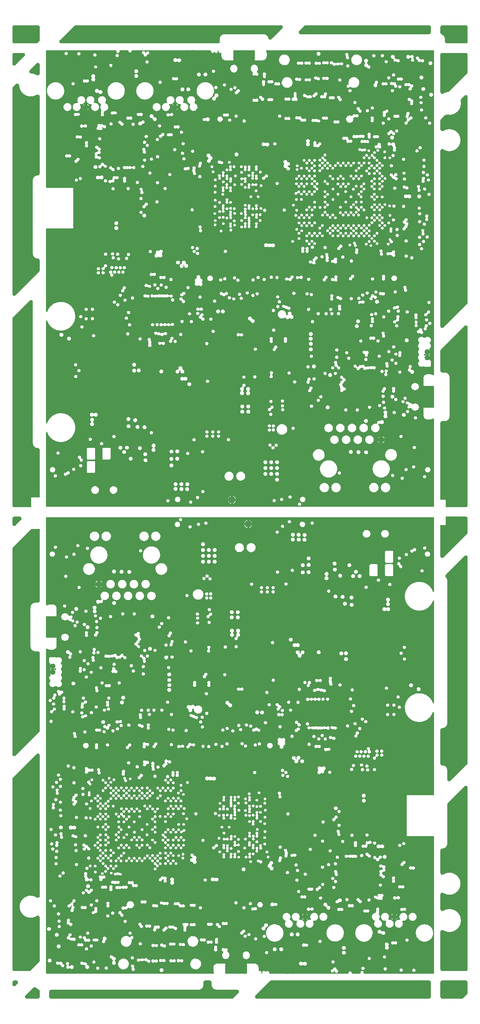
<source format=gbr>
*
%FSLAX45Y45*%
%MOMM*%
%ADD10C,3.332000*%
%ADD11C,0.502920*%
%ADD12C,0.639597*%
%ADD13C,1.300000*%
%ADD14C,0.640080*%
%ADD15C,1.300480*%
%ADD16C,1.427480*%
%ADD17C,1.554480*%
%ADD18C,0.665000*%
%ADD19C,0.411000*%
%ADD20C,0.120000*%
%IPPOS*%
%LNl2s_lev.gbr*%
%LPD*%
%SRX1Y1I0J0*%
G01*
G75*
G36*
X004470479Y000722986D02*
Y000710998D01*
G03X004487307Y000660604I000083946J000000025D01*
G02X004478987Y000643991I-000008320J-000006223D01*
G01X000842212D01*
G02X000836600Y000649604I000000388J000006000D01*
G01Y000874991D01*
X001048998D01*
X001049004D01*
G03X001110503Y000847421I000036645J-000000635D01*
G02X001125654Y000846303I000007054J-000007621D01*
G03X001149396Y000832931I000028570J000022964D01*
G02X001158364Y000821711I-000001389J-000010304D01*
G03X001231515Y000819103I000036506J-000003243D01*
G01X001231520D01*
X001288040D01*
X001288049D01*
X001288124D01*
G02X001284808Y000812432I-000010351J000000987D01*
G03X001340589Y000765899I000024776J-000027000D01*
G02X001357967Y000766194I000008786J-000005549D01*
G03X001438952Y000791566I000036717J000024738D01*
G01X001438957D01*
X001686570D01*
X001686600D01*
G03X001768581Y000766167I000044209J-000002310D01*
G01X001920217D01*
X001920223D01*
G03X001920217Y000765531I000036645J-000000635D01*
G03X001993513Y000766167I000036651J000000000D01*
G01X001993519D01*
X002105668D01*
G03X002178933Y000768300I000036620J000001499D01*
G01X002178939D01*
X002436601D01*
G03X002624719Y000809340I000079169J000088773D01*
G01X002677564D01*
X002677570D01*
G03X002696348Y000776702I000036649J-000000635D01*
G02X002699714Y000761556I-000005062J-000009073D01*
G03X002692809Y000740132I000029749J-000021413D01*
G03X002761855Y000722986I000036653J000000006D01*
G01X003299869D01*
X003299874D01*
G03X003299869Y000722351I000044266J-000000631D01*
G03X003388406Y000722986I000044271J000000000D01*
G01X003388411D01*
X004470479D01*
G37*
G36*
X000836600Y000873721D02*
Y000930860D01*
X000868657D01*
X000868662D01*
G03X000868657Y000930225I000044266J-000000631D01*
G03X000957194Y000930860I000044271J000000000D01*
G01X000957199D01*
X001856757D01*
G02X001857325Y000930510I000000000J-000000635D01*
G03X001836829Y000897611I000016155J-000032898D01*
G03X001836835Y000896977I000036651J000000000D01*
G01X001836829D01*
X001640292D01*
G03X001576381Y000871839I-000027262J-000024502D01*
G01X001576376D01*
X001335069D01*
G03X001263229Y000860989I-000035197J-000010216D01*
G01X001263224D01*
X001191540D01*
G02X001190732Y000866019I000009549J000004114D01*
G03X001129373Y000896189I-000036490J000003267D01*
G02X001114222Y000897307I-000007054J000007621D01*
G03X001049004Y000873721I-000028574J-000022951D01*
G01X001048998D01*
X000836600D01*
G37*
G36*
Y000929590D02*
Y001010165D01*
X002216597D01*
X002216616D01*
G03X002253254Y000972873I000036646J-000000641D01*
G03X002255309Y000972921I000000167J000036651D01*
G02X002266173Y000964134I000000601J-000010367D01*
G03X002287290Y000932817I000043758J000006727D01*
G02X002287298Y000914938I-000005276J-000008942D01*
G03X002270477Y000896977I000022630J-000038051D01*
G01X001910131D01*
X001910125D01*
G03X001855573Y000929590I-000036645J000000635D01*
G01X000957199D01*
X000957194D01*
G03X000868657Y000930225I-000044266J000000635D01*
G03X000868662Y000929590I000044271J-000000004D01*
G01X000868657D01*
X000836600D01*
G37*
G36*
Y001008895D02*
Y001185267D01*
X001676809D01*
X001676814D01*
G03X001676809Y001184631I000036645J-000000635D01*
G03X001742285Y001161996I000036651J000000000D01*
G01X004483079D01*
X004483085D01*
G03X004556379Y001161365I000036644J-000000635D01*
G03X004556373Y001162000I-000036626J000000000D01*
G01X004556379D01*
X004648448D01*
G03X004680655Y001130039I000036377J000004448D01*
G02X004686453Y001112027I-000001189J-000010322D01*
G03X004660496Y001053492I000052981J-000058517D01*
G01Y001038505D01*
G03X004678992Y000987731I000078942J000000000D01*
G01X004678464D01*
X002745486D01*
X002745480D01*
G03X002672184Y000988365I-000036645J000000635D01*
G03X002672190Y000987731I000036651J000000000D01*
G01X002672184D01*
X002350861D01*
G03X002300225Y001014055I-000040930J-000016868D01*
G02X002288086Y001020955I-000002261J000010151D01*
G03X002216616Y001008895I-000034823J-000011430D01*
G01X002216597D01*
X000836600D01*
G37*
G36*
Y001183997D02*
Y001239013D01*
X001064669D01*
X001064674D01*
G03X001064669Y001238378I000044266J-000000631D01*
G03X001153206Y001239013I000044271J000000000D01*
G01X001153211D01*
X001532203D01*
G03X001571467Y001244295I000015521J000033198D01*
G02X001584928Y001244308I000006738J-000007924D01*
G03X001634534Y001246227I000023761J000027903D01*
G01X001780949D01*
X001780955D01*
G03X001780949Y001245592I000036645J-000000635D01*
G03X001854245Y001246227I000036651J000000000D01*
G01X001854250D01*
X002512707D01*
G03X002682478Y001294486I000063078J000100845D01*
G01X002845209D01*
X002845215D01*
G03X002845209Y001293852I000036645J-000000635D01*
G03X002892882Y001258898I000036651J000000000D01*
G01X003122680D01*
X003122686D01*
G03X003188036Y001235482I000036643J-000000635D01*
G02X003204345Y001235526I000008172J-000006426D01*
G03X003269684Y001258955I000028697J000022794D01*
G01X003269689D01*
X003313125D01*
G03X003363318Y001232293I000035948J000007097D01*
G02X003376165Y001228261I000004056J-000009559D01*
G03X003443858Y001248366I000031051J000019467D01*
G01X003740030D01*
G03X003777992Y001254203I000014240J000033756D01*
G02X003792567Y001253102I000006733J-000007900D01*
G03X003856931Y001277702I000027723J000023965D01*
G01X003856935D01*
X003929145D01*
G03X004114020Y001267308I000096629J000069362D01*
G01X006396132D01*
X006396137D01*
G03X006456522Y001238758I000036642J-000000635D01*
G02X006469982Y001238771I000006738J-000007924D01*
G03X006530388Y001267311I000023761J000027903D01*
G01X008196680D01*
G03X008208619Y001248703I000042048J000013844D01*
G02X008208946Y001240292I-000004037J-000004368D01*
G03X008197103Y001206857I000032314J-000030260D01*
G01X008197070D01*
X008197054D01*
X007350811D01*
X007350806D01*
G03X007262269Y001207492I-000044266J000000635D01*
G03X007262274Y001206857I000044271J-000000004D01*
G01X007262269D01*
X005975284D01*
G03X005900829Y001174472I-000030184J-000032385D01*
G03X005900834Y001173837I000044271J-000000004D01*
G01X005900829D01*
X005847131D01*
X005847126D01*
G03X005758589Y001174472I-000044266J000000635D01*
G03X005758594Y001173837I000044271J-000000004D01*
G01X005758589D01*
X004784220D01*
G03X004723590Y001193486I-000035892J-000007382D01*
G02X004709571Y001193481I-000007012J000007655D01*
G03X004648177Y001166445I-000024744J-000027036D01*
G03X004648183Y001165810I000036648J000000000D01*
G01X004648177D01*
X004556108D01*
G03X004547643Y001185107I-000036356J-000004443D01*
G02X004547630Y001198567I000007924J000006738D01*
G03X004491813Y001198583I-000027902J000023758D01*
G02X004491826Y001185123I-000007924J-000006738D01*
G03X004490905Y001183997I000027902J-000023762D01*
G01X001750111D01*
X001750105D01*
G03X001676809Y001184631I-000036645J000000635D01*
G03X001676814Y001183997I000036651J000000000D01*
G01X001676809D01*
X000836600D01*
G37*
G36*
Y001237743D02*
Y001424025D01*
X001283111D01*
X001283116D01*
G03X001319760Y001386741I000036643J-000000635D01*
G03X001334620Y001389888I-000000000J000036651D01*
G02X001348810Y001383298I000004214J-000009498D01*
G03X001407713Y001365707I000035158J000010313D01*
G02X001421174Y001365720I000006738J-000007924D01*
G03X001481573Y001394258I000023758J000027902D01*
G01X001481579D01*
X001646894D01*
G03X001654765Y001390874I000018313J000031754D01*
G02X001662057Y001379206I-000002949J-000009955D01*
G03X001721962Y001345260I000036150J-000006035D01*
G02X001735423Y001345273I000006738J-000007924D01*
G03X001795822Y001373811I000023758J000027902D01*
G01X001795828D01*
X001841936D01*
G03X001902302Y001347216I000036623J000001320D01*
G02X001915763Y001347229I000006738J-000007924D01*
G03X001955886Y001342338I000023761J000027903D01*
G01X002047650D01*
X002047655D01*
G03X002120950Y001341704I000036645J-000000635D01*
G03X002120460Y001347706I-000036651J000000026D01*
G01X002120554D01*
X002120565D01*
X002456838D01*
X002456839D01*
G03X002514276Y001245262I000118946J-000000635D01*
G02X002513733Y001244957I-000000543J000000330D01*
G01X001854250D01*
X001854245D01*
G03X001791755Y001271578I-000036645J000000635D01*
G01X001645333D01*
G03X001608685Y001308862I-000036644J000000634D01*
G03X001584943Y001300126I-000000002J-000036626D01*
G02X001571482Y001300113I-000006738J000007924D01*
G03X001511082Y001271576I-000023758J-000027902D01*
G01X001511077D01*
X001138228D01*
G03X001064669Y001238378I-000029288J-000033198D01*
G03X001064674Y001237743I000044271J-000000004D01*
G01X001064669D01*
X000836600D01*
G37*
G36*
Y001422754D02*
Y001489660D01*
X001023597D01*
X001023602D01*
G03X001023597Y001489025I000044266J-000000631D01*
G03X001112134Y001489660I000044271J000000000D01*
G01X001112139D01*
X001317822D01*
X001317823D01*
X001317828D01*
G03X001321052Y001473968I000036628J-000000653D01*
G02X001313392Y001459481I-000009466J-000004264D01*
G03X001283116Y001422754I000006368J-000036092D01*
G01X001283111D01*
X000836600D01*
G37*
G36*
Y001488390D02*
Y001616660D01*
X000853417D01*
X000853422D01*
G03X000853417Y001616025I000044266J-000000631D01*
G03X000937543Y001596750I000044271J000000000D01*
G01X003157616D01*
X003157622D01*
G03X003230887Y001594331I000036652J-000000635D01*
G01X003360958D01*
X003360963D01*
G03X003397607Y001557047I000036643J-000000635D01*
G03X003434135Y001590763I-000000003J000036648D01*
G02X003443664Y001600299I000010361J-000000823D01*
G03X003477380Y001637465I-000002926J000036531D01*
G01X003477386D01*
X003493997D01*
G03X003548120Y001630045I000030380J000020495D01*
G02X003561581Y001630058I000006738J-000007924D01*
G03X003599979Y001624360I000023766J000027925D01*
G02X003614014Y001618026I000004148J-000009525D01*
G03X003685606Y001629763I000034938J000011102D01*
G01X003685612D01*
X003821228D01*
G03X003824224Y001625710I000030887J000019699D01*
G02X003824237Y001612248I-000007924J-000006738D01*
G03X003880055Y001612233I000027902J-000023758D01*
G02X003880042Y001625694I000007924J000006738D01*
G03X003880974Y001626834I-000027901J000023754D01*
G01X005516864D01*
X005516868D01*
G03X005603384Y001639403I000044263J-000000635D01*
G02X005613698Y001652881I000009907J000003104D01*
G03X005659743Y001697748I000001782J000044232D01*
G01X005659748D01*
X005712756D01*
G02X005713314Y001697416I000000000J-000000635D01*
G03X005617616Y001569342I000090511J-000167421D01*
G01X005167020D01*
X005167014D01*
G03X005093841Y001572910I-000036643J000000635D01*
G02X005084312Y001563374I-000010360J000000823D01*
G03X005050596Y001526208I000002927J-000036531D01*
G01X005050592D01*
X002697063D01*
G03X002623797Y001524585I-000036615J-000001623D01*
G01X002623798Y001524356D01*
X002623793D01*
X001775511D01*
X001775505D01*
G03X001702209Y001524991I-000036645J000000635D01*
G03X001702214Y001524356I000036651J000000000D01*
G01X001702209D01*
X001364072D01*
G03X001317828Y001488390I-000009616J-000035349D01*
G01X001317823D01*
X001317822D01*
X001112139D01*
X001112134D01*
G03X001023597Y001489025I-000044266J000000635D01*
G03X001023602Y001488390I000044271J-000000004D01*
G01X001023597D01*
X000836600D01*
G37*
G36*
Y001615390D02*
Y001670000D01*
X001084557D01*
X001084563D01*
G03X001084557Y001669365I000036645J-000000635D01*
G03X001157853Y001670000I000036651J000000000D01*
G01X001157859D01*
X002871574D01*
X002871590D01*
X002871595D01*
G03X002944876Y001668908I000036632J-000001092D01*
G03X002944870Y001669542I-000036673J000000000D01*
G01X002944876D01*
X002988617D01*
G03X003047867Y001650695I000035507J000009068D01*
G02X003061328Y001650708I000006738J-000007924D01*
G03X003121734Y001679248I000023761J000027903D01*
G01X003181664D01*
X003181687D01*
X003182119D01*
G03X003179358Y001641221I000029833J-000021279D01*
G02X003175462Y001627577I-000009232J-000004742D01*
G03X003163093Y001615390I000018811J-000031462D01*
G01X000941959D01*
X000941954D01*
G03X000853417Y001616025I-000044266J000000635D01*
G03X000853422Y001615390I000044271J-000000004D01*
G01X000853417D01*
X000836600D01*
G37*
G36*
Y001668730D02*
Y001749145D01*
X001280570D01*
X001280575D01*
G03X001317219Y001711860I000036644J-000000635D01*
G03X001325381Y001712785I-000000018J000036652D01*
G02X001337737Y001705417I000002337J-000010125D01*
G03X001409746Y001715689I000035363J000009637D01*
G01X001409752D01*
X002837133D01*
G03X002864114Y001683717I000036491J000003424D01*
G02X002871770Y001672644I-000002676J-000010034D01*
G03X002871579Y001668730I000036458J-000003736D01*
G01X002871574D01*
X001157859D01*
X001157853D01*
G03X001084557Y001669365I-000036645J000000635D01*
G03X001084563Y001668730I000036651J000000000D01*
G01X001084557D01*
X000836600D01*
G37*
G36*
Y001747875D02*
Y001787247D01*
X001079909D01*
X001079915D01*
G03X001079909Y001786611I000036645J-000000635D01*
G03X001153205Y001787247I000036651J000000000D01*
G01X001153211D01*
X001293103D01*
G02X001291451Y001774571I-000008953J-000005279D01*
G03X001280575Y001747875I000025768J-000026061D01*
G01X001280570D01*
X000836600D01*
G37*
G36*
Y001785977D02*
Y001899006D01*
X002139089D01*
X002139095D01*
G03X002139089Y001898372I000036645J-000000635D01*
G03X002212385Y001899006I000036651J000000000D01*
G01X002212390D01*
X002450502D01*
G03X002491981Y001880640I000032398J000017146D01*
G01X005973371D01*
X005973374D01*
G03X006034277Y001796677I000087454J-000000635D01*
G02X006039684Y001780896I-000003146J-000009894D01*
G01X002590419D01*
X002590413D01*
G03X002517117Y001781531I-000036645J000000635D01*
G03X002517123Y001780896I000036651J000000000D01*
G01X002517117D01*
X001346569D01*
X001346554D01*
X001346194D01*
G02X001348069Y001783412I000009176J-000004882D01*
G03X001292579Y001788048I-000025760J000026067D01*
G02X001293739Y001785977I-000008430J-000006080D01*
G01X001293448D01*
X001153211D01*
X001153205D01*
G03X001079909Y001786611I-000036645J000000635D01*
G03X001079915Y001785977I000036651J000000000D01*
G01X001079909D01*
X000836600D01*
G37*
G36*
Y001897737D02*
Y001944320D01*
X001069317D01*
X001069323D01*
G03X001069317Y001943685I000036645J-000000635D01*
G03X001142613Y001944320I000036651J000000000D01*
G01X001142619D01*
X001835891D01*
G03X001897407Y001957065I000026926J000024869D01*
G02X001899704Y001960830I000009802J-000003399D01*
G01X002246785D01*
X002246791D01*
G03X002246785Y001960195I000036645J-000000635D01*
G03X002320081Y001960830I000036651J000000000D01*
G01X002320086D01*
X002405790D01*
G03X002437490Y001934207I000035306J000009854D01*
G02X002446739Y001922156I-000000991J-000010336D01*
G03X002451206Y001897737I000036160J-000006003D01*
G01X002450846D01*
X002212390D01*
X002212385D01*
G03X002139089Y001898372I-000036645J000000635D01*
G03X002139095Y001897737I000036651J000000000D01*
G01X002139089D01*
X000836600D01*
G37*
G36*
Y001943050D02*
Y002117040D01*
X000977877D01*
X000977883D01*
G03X000977877Y002116405I000036645J-000000635D01*
G03X001051173Y002117040I000036651J000000000D01*
G01X001051179D01*
X001297917D01*
X001297923D01*
G03X001371170Y002114502I000036646J-000000635D01*
G02X001384085Y002124031I000010366J-000000533D01*
G03X001388113Y002123254I000008951J000035554D01*
G02X001394129Y002105645I-000001351J-000010294D01*
G03X001386662Y002064895I000025990J-000025821D01*
G02X001382358Y002051656I-000009495J-000004232D01*
G03X001434087Y002034794I000018258J-000031766D01*
G02X001438379Y002048025I000009495J000004232D01*
G03X001456727Y002081886I-000018243J000031786D01*
G01X001456758D01*
X001586261D01*
X001586266D01*
G03X001646651Y002053336I000036642J-000000635D01*
G02X001660112Y002053349I000006738J-000007924D01*
G03X001720517Y002081889I000023761J000027903D01*
G01X001884944D01*
X001885377D01*
G03X001887525Y002037189I000030064J-000020957D01*
G02X001887525Y002023713I-000007924J-000006738D01*
G03X001880839Y002012074I000027893J-000023762D01*
G02X001869230Y002005276I-000009796J000003418D01*
G03X001826169Y001968554I-000006413J-000036088D01*
G01X001826164D01*
X001132891D01*
G03X001069317Y001943685I-000026923J-000024869D01*
G03X001069323Y001943050I000036651J000000000D01*
G01X001069317D01*
X000836600D01*
G37*
G36*
Y002115770D02*
Y002231340D01*
X000894057D01*
X000894063D01*
G03X000894057Y002230705I000036645J-000000635D01*
G03X000967353Y002231340I000036651J000000000D01*
G01X000967359D01*
X001404691D01*
X001404702D01*
X001404746D01*
G03X001408868Y002211011I000036520J-000003178D01*
G02X001398212Y002195870I-000009172J-000004866D01*
G03X001356386Y002161488I-000005220J-000036281D01*
G02X001343471Y002151959I-000010366J000000532D01*
G03X001297923Y002115770I-000008902J-000035554D01*
G01X001297917D01*
X001051179D01*
X001051173D01*
G03X000977877Y002116405I-000036645J000000635D01*
G03X000977883Y002115770I000036651J000000000D01*
G01X000977877D01*
X000836600D01*
G37*
G36*
Y002230070D02*
Y002313026D01*
X006359048D01*
X006359053D01*
G03X006419438Y002284476I000036642J-000000635D01*
G02X006432898Y002284489I000006738J-000007924D01*
G03X006485486Y002289760I000023761J000027903D01*
G01X006762346D01*
X006762352D01*
G03X006762346Y002289125I000036645J-000000635D01*
G03X006835642Y002289760I000036651J000000000D01*
G01X006835648D01*
X007359843D01*
G02X007360432Y002289363I000000000J-000000635D01*
G03X007337225Y002255267I000013443J-000034096D01*
G03X007337230Y002254632I000036651J000000000D01*
G01X007337225D01*
X007261496D01*
G03X007220180Y002283002I-000041317J-000015901D01*
G03X007177801Y002251507I000000005J-000044267D01*
G02X007165927Y002244293I-000009948J000002996D01*
G03X007122564Y002207624I-000006714J-000036034D01*
G01X007122558D01*
X004989114D01*
G03X004923640Y002184985I-000028823J-000022639D01*
G03X004923646Y002184350I000036651J000000000D01*
G01X004923640D01*
X003737386D01*
G03X003681738Y002194206I-000031894J-000018053D01*
G02X003668278Y002194193I-000006738J000007924D01*
G03X003608008Y002169440I-000023758J-000027902D01*
G01X003499583D01*
X003499578D01*
G03X003439194Y002197991I-000036641J000000635D01*
G02X003425733Y002197977I-000006738J000007924D01*
G03X003384577Y002202334I-000023760J-000027890D01*
G02X003371400Y002205125I-000004948J000009142D01*
G03X003312111Y002203530I-000029066J-000022326D01*
G01X003021251D01*
G03X002984603Y002240813I-000036644J000000634D01*
G03X002960861Y002232077I-000000002J-000036626D01*
G02X002947400Y002232064I-000006738J000007924D01*
G03X002898136Y002230477I-000023758J-000027902D01*
G01X001974596D01*
X001974590D01*
G03X001901294Y002231111I-000036645J000000635D01*
G03X001901300Y002230477I000036651J000000000D01*
G01X001901294D01*
X001477852D01*
G03X001404658Y002230070I-000036585J-000002315D01*
G01X000967359D01*
X000967353D01*
G03X000894057Y002230705I-000036645J000000635D01*
G03X000894063Y002230070I000036651J000000000D01*
G01X000894057D01*
X000836600D01*
G37*
G36*
Y002311756D02*
Y002401520D01*
X001607797D01*
X001607803D01*
G03X001607797Y002400885I000036645J-000000635D01*
G03X001681093Y002401520I000036651J000000000D01*
G01X001681099D01*
X001734298D01*
G03X001805534Y002412573I000034604J000012062D01*
G02X001816309Y002422678I000010391J-000000282D01*
G03X001837611Y002428596I000001299J000036624D01*
G01X006286477D01*
X006286483D01*
G03X006286477Y002427962I000036645J-000000635D01*
G03X006359773Y002428596I000036651J000000000D01*
G01X006359779D01*
X009263154D01*
Y002342234D01*
X008171212D01*
X008171206D01*
G03X008110604Y002370601I-000036643J000000635D01*
G02X008102449Y002370925I-000003906J000004477D01*
G03X008045675Y002325048I-000026291J-000025532D01*
G02X008042882Y002316205I-000004922J-000003308D01*
G03X008042124Y002315902I000013249J-000034188D01*
G02X008028676Y002321512I-000003872J000009641D01*
G03X007958217Y002306683I-000033803J-000014194D01*
G01X007958212D01*
X006831168D01*
G03X006770170Y002311759I-000032171J-000017558D01*
G01X006493304D01*
G03X006456656Y002349042I-000036644J000000634D01*
G03X006432914Y002340307I-000000002J-000036626D01*
G02X006419453Y002340294I-000006738J000007924D01*
G03X006359053Y002311756I-000023758J-000027902D01*
G01X006359048D01*
X000836600D01*
G37*
G36*
Y002400250D02*
Y002457379D01*
X001676441D01*
X001676446D01*
G03X001720004Y002420772I000036628J-000000635D01*
G02X001732329Y002411266I000001958J-000010204D01*
G03X001734767Y002400250I000036573J000002316D01*
G01X001734535D01*
X001734516D01*
X001681099D01*
X001681093D01*
G03X001607797Y002400885I-000036645J000000635D01*
G03X001607803Y002400250I000036651J000000000D01*
G01X001607797D01*
X000836600D01*
G37*
G36*
Y002456109D02*
Y002546707D01*
X001702209D01*
X001702213D01*
G03X001702209Y002546072I000044266J-000000631D01*
G03X001785693Y002525523I000044271J000000000D01*
G01X002028145D01*
X002028151D01*
G03X002088535Y002496972I000036641J-000000635D01*
G02X002101996Y002496986I000006738J-000007924D01*
G03X002162401Y002525526I000023761J000027903D01*
G01X002208609D01*
G03X002216303Y002510442I000035609J000008660D01*
G02X002216316Y002496981I-000007924J-000006738D01*
G03X002207575Y002472586I000027903J-000023761D01*
G01X002207570D01*
X001851763D01*
G03X001780974Y002460319I-000034156J-000013283D01*
G02X001770199Y002450211I-000010391J000000281D01*
G03X001768906Y002450236I-000001334J-000036627D01*
G03X001761958Y002449578I-000000036J-000036652D01*
G02X001749633Y002459083I-000001958J000010204D01*
G03X001676446Y002456109I-000036559J-000002339D01*
G01X001676441D01*
X000836600D01*
G37*
G36*
Y002545436D02*
Y002630122D01*
X002240250D01*
X002240256D01*
G03X002299870Y002600911I000036653J-000000635D01*
G02X002313409Y002600437I000006494J-000008104D01*
G03X002362042Y002599436I000024880J000026890D01*
G02X002375502Y002599449I000006738J-000007924D01*
G03X002435766Y002624125I000023758J000027902D01*
G01X002606456D01*
X002606461D01*
G03X002667197Y002595883I000036639J-000000635D01*
G02X002680891Y002595893I000006853J-000007826D01*
G03X002693532Y002588669I000024140J000027569D01*
G02X002699678Y002574390I-000003261J-000009865D01*
G03X002724556Y002523063I000033150J-000015625D01*
G02X002723939Y002522577I-000000617J000000149D01*
G01X002608628D01*
X002608622D01*
G03X002548238Y002551127I-000036642J000000635D01*
G02X002534777Y002551114I-000006738J000007924D01*
G03X002481190Y002544508I-000023761J-000027903D01*
G02X002465474Y002543065I-000008476J000006009D01*
G03X002439900Y002553462I-000025573J-000026255D01*
G03X002416158Y002544726I-000000002J-000036626D01*
G02X002402697Y002544713I-000006738J000007924D01*
G03X002342297Y002516176I-000023758J-000027902D01*
G01X002342292D01*
X002276484D01*
X002276134D01*
G03X002208942Y002524256I-000031916J000018010D01*
G01X002208770D01*
X002162401D01*
G03X002125752Y002561538I-000036644J000000634D01*
G03X002102011Y002552803I-000000002J-000036626D01*
G02X002088550Y002552790I-000006738J000007924D01*
G03X002034448Y002545436I-000023758J-000027902D01*
G01X001790751D01*
X001790746D01*
G03X001702209Y002546072I-000044266J000000635D01*
G03X001702213Y002545436I000044271J-000000004D01*
G01X001702209D01*
X000836600D01*
G37*
G36*
Y002628852D02*
Y002767534D01*
X001100255D01*
X001100260D01*
G03X001100255Y002766899I000036645J-000000635D01*
G03X001172240Y002757167I000036651J000000000D01*
G01X001658724D01*
X001658729D01*
G03X001677537Y002724522I000036634J-000000635D01*
G02X001681794Y002710881I-000005070J-000009066D01*
G03X001759025Y002667820I000039670J-000019640D01*
G02X001777162Y002666929I000008821J-000005493D01*
G03X001846628Y002683867I000032823J000016304D01*
G01X001846634D01*
X001989375D01*
G03X002061426Y002683460I000036064J000006570D01*
G01X003281657D01*
X003281663D01*
G03X003318308Y002646174I000036645J-000000635D01*
G03X003354885Y002680325I-000000006J000036670D01*
G02X003364580Y002689985I000010360J-000000702D01*
G03X003380957Y002695031I-000002305J000036579D01*
G02X003394220Y002692773I000005303J-000008931D01*
G02X003394771Y002678817I-000007434J-000007283D01*
G03X003459532Y002655927I000028111J-000023525D01*
G01X003459537D01*
X003545492D01*
G02X003543833Y002650882I-000005873J-000000864D01*
G03X003605022Y002586940I000031450J-000031152D01*
G01X006809717D01*
X006809723D01*
G03X006809717Y002586305I000036645J-000000635D01*
G03X006822920Y002558137I000036651J000000000D01*
G01X006822177D01*
X002830446D01*
X002830441D01*
G03X002770056Y002586687I-000036642J000000635D01*
G02X002756587Y002586681I-000006738J000007924D01*
G03X002744320Y002593588I-000023778J-000027882D01*
G02X002738160Y002607872I000003247J000009870D01*
G03X002680903Y002651098I-000033145J000015632D01*
G02X002667208Y002651088I-000006853J000007825D01*
G03X002606598Y002626717I-000024108J-000027597D01*
G01X002435908D01*
X002435902D01*
G03X002375518Y002655267I-000036642J000000635D01*
G02X002362057Y002655254I-000006738J000007924D01*
G03X002315338Y002655925I-000023766J-000027928D01*
G02X002301798Y002656399I-000006494J000008104D01*
G03X002240256Y002628852I-000024890J-000026913D01*
G01X002240250D01*
X000836600D01*
G37*
G36*
Y002766264D02*
Y002833320D01*
X001168377D01*
X001168383D01*
G03X001168377Y002832685I000036645J-000000635D01*
G03X001241673Y002833320I000036651J000000000D01*
G01X001241679D01*
X001662011D01*
X001662037D01*
X001662320D01*
G03X001667460Y002793754I000033055J-000015823D01*
G02X001667460Y002780278I-000007924J-000006738D01*
G03X001660040Y002766264I000027903J-000023746D01*
G01X001173556D01*
X001173551D01*
G03X001100255Y002766899I-000036645J000000635D01*
G03X001100260Y002766264I000036651J000000000D01*
G01X001100255D01*
X000836600D01*
G37*
G36*
Y002832050D02*
Y002934844D01*
X001686461D01*
X001686466D01*
G03X001686461Y002934209I000036645J-000000635D01*
G03X001759757Y002934844I000036651J000000000D01*
G01X001759762D01*
X002149586D01*
X002149597D01*
X002149691D01*
G03X002212396Y002930245I000031137J-000005234D01*
G01X002212403D01*
X002267512D01*
X002267518D01*
G03X002267512Y002929612I000031565J-000000628D01*
G03X002329732Y002922042I000031571J000000000D01*
G01X003172615D01*
X003172622D01*
G03X003172615Y002921407I000031564J-000000641D01*
G03X003234449Y002912416I000031571J000000000D01*
G01X005082898D01*
X005082903D01*
G03X005082898Y002911780I000044266J-000000631D01*
G03X005114281Y002869427I000044271J000000000D01*
G02X005113675Y002868981I-000000606J000000189D01*
G01X002160321D01*
X002160314D01*
G03X002097179Y002869617I-000031564J000000635D01*
G03X002097186Y002868981I000031571J000000006D01*
G01X002097179D01*
X001933964D01*
G03X001874929Y002853412I-000027464J-000015570D01*
G03X001874935Y002852776I000031571J000000006D01*
G01X001874929D01*
X001705291D01*
G03X001661742Y002832050I-000009917J-000035280D01*
G01X001241679D01*
X001241673D01*
G03X001168377Y002832685I-000036645J000000635D01*
G03X001168383Y002832050I000036651J000000000D01*
G01X001168377D01*
X000836600D01*
G37*
G36*
Y002933574D02*
Y003033980D01*
X001015977D01*
X001015983D01*
G03X001015977Y003033345I000036645J-000000635D01*
G03X001085021Y003016200I000036651J000000000D01*
G01X001458369D01*
X001458375D01*
G03X001458369Y003015565I000036645J-000000635D01*
G03X001516886Y002986152I000036651J000000000D01*
G01X001762991D01*
X001762998D01*
G03X001762991Y002985517I000031564J-000000641D01*
G03X001826062Y002983409I000031571J000000000D01*
G01X001871475D01*
X001871481D01*
G03X001871475Y002982773I000031564J-000000641D01*
G03X001934610Y002983409I000031571J000000000D01*
G01X001934616D01*
X002098615D01*
X002098621D01*
G03X002138143Y002952219I000031568J-000000634D01*
G02X002150704Y002939068I000002640J-000010053D01*
G03X002149504Y002933574I000030125J-000009457D01*
G01X001759762D01*
X001759757D01*
G03X001686461Y002934209I-000036645J000000635D01*
G03X001686466Y002933574I000036651J000000000D01*
G01X001686461D01*
X000836600D01*
G37*
G36*
Y003032710D02*
Y003099766D01*
X001984657D01*
X001984664D01*
G03X001984657Y003099131I000031564J-000000641D01*
G03X002047721Y003096921I000031571J000000000D01*
G01X002212267D01*
X002212273D01*
G03X002212267Y003096286I000031564J-000000641D01*
G03X002275408Y003096286I000031571J000000000D01*
G01X002324077D01*
X002324084D01*
G03X002324077Y003095651I000031564J-000000641D01*
G03X002387180Y003094076I000031571J000000000D01*
G01X002432459D01*
X002432466D01*
G03X002432459Y003093442I000031564J-000000641D01*
G03X002495594Y003094076I000031571J000000000D01*
G01X002495600D01*
X002550568D01*
G03X002613482Y003097886I000031343J000003784D01*
G01X002613488D01*
X002663497D01*
X002663504D01*
G03X002663497Y003097252I000031564J-000000641D01*
G03X002726633Y003097886I000031571J000000000D01*
G01X002726639D01*
X002776623D01*
X002776630D01*
X002776629Y003097683D01*
G03X002839764Y003098318I000031571J000000000D01*
G01X002839771D01*
X002889774D01*
G03X002952873Y003097886I000031558J000000914D01*
G01X003116049D01*
X003116056D01*
G03X003116049Y003097252I000031564J-000000641D01*
G03X003179143Y003095524I000031571J000000000D01*
G01X003229181D01*
X003229187D01*
G03X003229181Y003094889I000031564J-000000641D01*
G03X003292316Y003095524I000031571J000000000D01*
G01X003292322D01*
X003455650D01*
G03X003518782Y003096540I000031568J000000381D01*
G01X003518789D01*
X003565756D01*
X003565763D01*
G03X003565756Y003095905I000031564J-000000641D01*
G03X003628891Y003096540I000031571J000000000D01*
G01X003628898D01*
X003967486D01*
G03X004009462Y003076550I000034553J000018489D01*
G02X004021718Y003067897I000001978J-000010205D01*
G03X004038975Y003038955I000043788J000006493D01*
G02X004038470Y003038705I-000000505J000000384D01*
G01X003689070D01*
X003689064D01*
G03X003625929Y003039340I-000031564J000000635D01*
G03X003625935Y003038705I000031571J000000006D01*
G01X003625929D01*
X003573856D01*
X003573850D01*
G03X003510714Y003039340I-000031564J000000635D01*
G03X003510721Y003038705I000031571J000000006D01*
G01X003510714D01*
X003461898D01*
X003461891D01*
G03X003398751Y003039009I-000031569J000000305D01*
G03X003398758Y003038374I000031571J000000006D01*
G01X003398751D01*
X003346997D01*
G03X003284223Y003033573I-000031203J-000004801D01*
G03X003284229Y003032939I000031571J000000006D01*
G01X003284223D01*
X003235650D01*
X003235631D01*
X003235580D01*
G03X003172747Y003038705I-000031376J000003327D01*
G01X002105711D01*
X002105704D01*
G03X002042569Y003039340I-000031564J000000635D01*
G03X002042575Y003038705I000031571J000000006D01*
G01X002042569D01*
X001523442D01*
G03X001462627Y003032710I-000028423J-000023140D01*
G01X001089279D01*
X001089273D01*
G03X001015977Y003033345I-000036645J000000635D01*
G03X001015983Y003032710I000036651J000000000D01*
G01X001015977D01*
X000836600D01*
G37*
G36*
Y003098496D02*
Y003171140D01*
X001015977D01*
X001015983D01*
G03X001015977Y003170505I000036645J-000000635D01*
G03X001086143Y003155671I000036651J000000000D01*
G01X001724409D01*
X001724414D01*
G03X001724409Y003155036I000036645J-000000635D01*
G03X001797694Y003153944I000036651J000000000D01*
G01X001928091D01*
X001928098D01*
G03X001928091Y003153309I000031564J-000000641D01*
G03X001991164Y003151227I000031571J000000000D01*
G01X002041223D01*
X002041229D01*
G03X002041223Y003150592I000031564J-000000641D01*
G03X002104358Y003151227I000031571J000000000D01*
G01X002104364D01*
X002157184D01*
G03X002219945Y003153640I000031256J000004445D01*
G01X002380643D01*
X002380650D01*
G03X002380643Y003153004I000031564J-000000641D01*
G03X002443784Y003152826I000031571J000000000D01*
G01X002606932D01*
X002606938D01*
G03X002606932Y003152192I000031564J-000000641D01*
G03X002670067Y003152826I000031571J000000000D01*
G01X002670073D01*
X002720063D01*
X002720070D01*
G03X002720063Y003152192I000031564J-000000641D01*
G03X002783198Y003152826I000031571J000000000D01*
G01X002783205D01*
X002833195D01*
X002833201D01*
G03X002833195Y003152192I000031564J-000000641D01*
G03X002896330Y003152826I000031571J000000000D01*
G01X002896336D01*
X002946327D01*
X002946333D01*
G03X002946327Y003152192I000031564J-000000641D01*
G03X003009462Y003152826I000031571J000000000D01*
G01X003009468D01*
X003060419D01*
X003060425D01*
G03X003060423Y003152471I000031569J-000000355D01*
G03X003123558Y003153106I000031571J000000000D01*
G01X003123565D01*
X003174977D01*
X003174984D01*
G03X003174977Y003152471I000031564J-000000641D01*
G03X003238108Y003151658I000031571J000000000D01*
G01X003285747D01*
X003285753D01*
G03X003285747Y003151023I000031564J-000000641D01*
G03X003348882Y003151658I000031571J000000000D01*
G01X003348888D01*
X003403583D01*
G03X003466143Y003156561I000031006J000005944D01*
G01X003775611D01*
X003775618D01*
G03X003775611Y003155925I000031564J-000000641D01*
G03X003838746Y003156561I000031571J000000000D01*
G01X003838752D01*
X004014571D01*
G02X004015066Y003156324I000000000J-000000635D01*
G02X004006992Y003153904I-000006763J000007885D01*
G03X003962855Y003114395I-000004953J-000038875D01*
G01X003962850D01*
X003622917D01*
G03X003565756Y003095905I-000025590J-000018489D01*
G03X003565763Y003095270I000031571J000000006D01*
G01X003565756D01*
X003518789D01*
X003518782D01*
G03X003455647Y003095905I-000031564J000000635D01*
G03X003455654Y003095270I000031571J000000006D01*
G01X003455647D01*
X003292320D01*
G03X003229228Y003096616I-000031568J-000000381D01*
G01X003179191D01*
X003179184D01*
G03X003116078Y003098597I-000031564J000000635D01*
G01X002952902D01*
X002952896D01*
G03X002889761Y003099233I-000031564J000000635D01*
G03X002889767Y003098597I000031571J000000006D01*
G01X002889761D01*
X002839757D01*
G03X002776629Y003097683I-000031558J-000000914D01*
G03X002776635Y003097048I000031571J000000006D01*
G01X002776629D01*
X002726645D01*
X002726638D01*
G03X002663497Y003097252I-000031570J000000203D01*
G01Y003097226D01*
X002663491D01*
X002613482D01*
X002613476D01*
G03X002550340Y003097861I-000031564J000000635D01*
G03X002550347Y003097226I000031571J000000006D01*
G01X002550340D01*
X002495373D01*
G03X002432498Y003095016I-000031343J-000003784D01*
G01X002387219D01*
X002387212D01*
G03X002324077Y003095651I-000031564J000000635D01*
G01X002275408D01*
X002275402D01*
G03X002212344Y003098496I-000031564J000000635D01*
G01X002047799D01*
X002047792D01*
G03X001984657Y003099131I-000031564J000000635D01*
G03X001984664Y003098496I000031571J000000006D01*
G01X001984657D01*
X000836600D01*
G37*
G36*
Y003169870D02*
Y003209646D01*
X001984657D01*
X001984664D01*
G03X001984657Y003209011I000031564J-000000641D01*
G03X002047741Y003207106I000031571J000000000D01*
G01X002098474D01*
X002098481D01*
G03X002098474Y003206472I000031564J-000000641D01*
G03X002161610Y003207106I000031571J000000000D01*
G01X002161616D01*
X002211344D01*
G03X002273638Y003207106I000031147J000005156D01*
G01X002437209D01*
X002437215D01*
G03X002437209Y003206472I000031564J-000000641D01*
G03X002500344Y003207106I000031571J000000000D01*
G01X002500350D01*
X003004804D01*
G03X003067932Y003208377I000031564J000000635D01*
G01X003067939D01*
X003116289D01*
G03X003179130Y003210307I000031331J000003886D01*
G01X003228952D01*
X003228959D01*
G03X003228952Y003209672I000031564J-000000641D01*
G03X003292094Y003209672I000031571J000000000D01*
G01X003458391D01*
X003458397D01*
G03X003458391Y003209037I000031564J-000000641D01*
G03X003521526Y003209672I000031571J000000000D01*
G01X003521532D01*
X003566785D01*
G03X003629901Y003209672I000031558J000000889D01*
G01X003683689D01*
X003683695D01*
G03X003683689Y003209037I000031564J-000000641D01*
G03X003746824Y003209672I000031571J000000000D01*
G01X003746830D01*
X003801132D01*
G03X003843064Y003240126I000010368J000029820D01*
G01X003843070D01*
X003970993D01*
X003971016D01*
X003971419D01*
G03X004004536Y003179981I000033124J-000020952D01*
G03X004007799Y003180126I-000000112J000039191D01*
G02X004019008Y003168519I000000885J-000010362D01*
G03X004018689Y003164024I000043951J-000005383D01*
G02X004013629Y003155290I-000010386J000000185D01*
G01X003838752D01*
X003838746D01*
G03X003775628Y003156967I-000031564J000000635D01*
G01X003466160D01*
X003466154D01*
G03X003403018Y003157602I-000031564J000000635D01*
G03X003403025Y003156967I000031571J000000006D01*
G01X003403018D01*
X003348324D01*
G03X003285757Y003151836I-000031006J-000005944D01*
G01X003238119D01*
X003238112D01*
G03X003174977Y003152471I-000031564J000000635D01*
G03X003174984Y003151836I000031571J000000006D01*
G01X003174977D01*
X003123565D01*
X003123558D01*
G03X003060423Y003152471I-000031564J000000635D01*
G03X003060430Y003151836I000031571J000000006D01*
G01X003060423D01*
X003009472D01*
X003009466D01*
G03X002946327Y003152192I-000031569J000000355D01*
G03X002946333Y003151557I000031571J000000006D01*
G01X002946327D01*
X002896336D01*
X002896330D01*
G03X002833195Y003152192I-000031564J000000635D01*
G03X002833201Y003151557I000031571J000000006D01*
G01X002833195D01*
X002783205D01*
X002783198D01*
G03X002720063Y003152192I-000031564J000000635D01*
G03X002720070Y003151557I000031571J000000006D01*
G01X002720063D01*
X002670073D01*
X002670067D01*
G03X002606932Y003152369I-000031564J000000635D01*
G01X002443785D01*
X002443778D01*
G03X002380709Y003155036I-000031564J000000635D01*
G01X002220010D01*
X002220004D01*
G03X002156869Y003155671I-000031564J000000635D01*
G03X002156876Y003155036I000031571J000000006D01*
G01X002156869D01*
X002104050D01*
G03X002041291Y003152674I-000031256J-000004445D01*
G01X001991233D01*
X001991226D01*
G03X001928110Y003154402I-000031564J000000635D01*
G01X001797710D01*
X001797705D01*
G03X001727545Y003169870I-000036645J000000635D01*
G01X001089279D01*
X001089273D01*
G03X001015977Y003170505I-000036645J000000635D01*
G03X001015983Y003169870I000036651J000000000D01*
G01X001015977D01*
X000836600D01*
G37*
G36*
Y003208377D02*
Y003301874D01*
X001028677D01*
X001028683D01*
G03X001028677Y003301239I000036645J-000000635D01*
G03X001073891Y003265603I000036651J000000000D01*
G01X002040689D01*
X002040696D01*
G03X002040689Y003264968I000031564J-000000641D01*
G03X002103824Y003265603I000031571J000000000D01*
G01X002103831D01*
X002267815D01*
G03X002329876Y003263012I000031267J000004369D01*
G01X002493775D01*
X002493781D01*
G03X002493775Y003262377I000031564J-000000641D01*
G03X002556910Y003263012I000031571J000000000D01*
G01X002556916D01*
X003283993D01*
X003283995D01*
X003283999D01*
G03X003283994Y003262427I000031565J-000000589D01*
G03X003347129Y003263063I000031571J000000000D01*
G01X003347136D01*
X003401724D01*
G03X003464757Y003266237I000031469J000002540D01*
G01X003464763D01*
X003513686D01*
X003513693D01*
G03X003513686Y003265603I000031564J-000000641D01*
G03X003576821Y003266237I000031571J000000000D01*
G01X003576828D01*
X003793743D01*
G02X003794282Y003265954I000000010J-000000635D01*
G03X003779929Y003239491I000017218J-000026463D01*
G03X003779936Y003238857I000031571J000000006D01*
G01X003779929D01*
X003725627D01*
G03X003683701Y003209926I-000010368J-000029820D01*
G01X003629914D01*
X003629907D01*
G03X003566772Y003210561I-000031564J000000635D01*
G03X003566779Y003209926I000031571J000000006D01*
G01X003566772D01*
X003521520D01*
G03X003458391Y003209037I-000031558J-000000889D01*
G01X003292094D01*
X003292087D01*
G03X003229013Y003211627I-000031564J000000635D01*
G01X003179191D01*
X003179184D01*
G03X003116049Y003212263I-000031564J000000635D01*
G03X003116056Y003211627I000031571J000000006D01*
G01X003116049D01*
X003067699D01*
G03X003004797Y003207741I-000031331J-000003886D01*
G03X003004804Y003207106I000031571J000000006D01*
G01X003004797D01*
X002500344D01*
G03X002437633Y003211627I-000031564J-000000635D01*
G01X002274062D01*
X002274055D01*
G03X002210920Y003212263I-000031564J000000635D01*
G03X002210927Y003211627I000031571J000000006D01*
G01X002210920D01*
X002161192D01*
G03X002098532Y003208377I-000031147J-000005156D01*
G01X002047799D01*
X002047792D01*
G03X001984657Y003209011I-000031564J000000635D01*
G03X001984664Y003208377I000031571J000000006D01*
G01X001984657D01*
X000836600D01*
G37*
G36*
Y003300604D02*
Y003354020D01*
X000944857D01*
X000944863D01*
G03X000944857Y003353385I000036645J-000000635D01*
G03X001018153Y003354020I000036651J000000000D01*
G01X001018159D01*
X001471063D01*
G02X001471638Y003353656I000000000J-000000635D01*
G03X001450317Y003320365I000015330J-000033291D01*
G03X001450323Y003319730I000036651J000000000D01*
G01X001450317D01*
X001096972D01*
G03X001028677Y003301239I-000031644J-000018491D01*
G03X001028683Y003300604I000036651J000000000D01*
G01X001028677D01*
X000836600D01*
G37*
G36*
Y003352750D02*
Y003463647D01*
X000919889D01*
X000919895D01*
G03X000919889Y003463011I000036645J-000000635D01*
G03X000972919Y003430224I000036651J000000000D01*
G01X001029106D01*
X001029112D01*
G03X001102410Y003429584I000036647J-000000635D01*
G03X001098803Y003445460I-000036649J000000021D01*
G01X001099089D01*
X001099112D01*
X001440589D01*
X001440595D01*
G03X001440589Y003444825I000036645J-000000635D01*
G03X001513219Y003437841I000036651J000000000D01*
G01X001620517D01*
X001620522D01*
G03X001667811Y003402140I000036641J-000000635D01*
G02X001680698Y003395403I000003005J-000009946D01*
G03X001681163Y003394084I000034800J000011507D01*
G02X001674060Y003386301I-000005576J-000002043D01*
G03X001645011Y003320018I-000009273J-000035443D01*
G02X001644479Y003319730I-000000531J000000348D01*
G01X001523619D01*
X001523613D01*
G03X001469807Y003352750I-000036645J000000635D01*
G01X001018159D01*
X001018153D01*
G03X000944857Y003353385I-000036645J000000635D01*
G03X000944863Y003352750I000036651J000000000D01*
G01X000944857D01*
X000836600D01*
G37*
G36*
Y003462377D02*
Y003549092D01*
X001984225D01*
X001984232D01*
G03X001984225Y003548457I000031564J-000000641D01*
G03X002047360Y003549092I000031571J000000000D01*
G01X002047367D01*
X002097205D01*
X002097211D01*
G03X002097205Y003548457I000031564J-000000641D01*
G03X002160340Y003549092I000031571J000000000D01*
G01X002160346D01*
X002328472D01*
X002328478D01*
G03X002328472Y003548457I000031564J-000000641D01*
G03X002391607Y003549092I000031571J000000000D01*
G01X002391613D01*
X002663590D01*
G03X002726585Y003549651I000031478J000002413D01*
G01X002775994D01*
X002776001D01*
G03X002775994Y003549016I000031564J-000000641D01*
G03X002839129Y003549651I000031571J000000000D01*
G01X002839135D01*
X002889849D01*
G03X002952767Y003549092I000031482J000002362D01*
G01X003116735D01*
X003116742D01*
G03X003116735Y003548457I000031564J-000000641D01*
G03X003179816Y003546501I000031571J000000000D01*
G01X003344243D01*
X003344249D01*
G03X003344243Y003545866I000031564J-000000641D01*
G03X003407378Y003546501I000031571J000000000D01*
G01X003407384D01*
X003455856D01*
G03X003518935Y003549016I000031515J000001880D01*
G01X003518941D01*
X003568523D01*
X003568526D01*
X003568530D01*
G03X003568525Y003548457I000031566J-000000562D01*
G03X003631626Y003546857I000031571J000000000D01*
G01X003683435D01*
X003683441D01*
G03X003683435Y003546222I000031564J-000000641D01*
G03X003746569Y003546857I000031571J000000000D01*
G01X003746576D01*
X003792974D01*
G03X003855486Y003542387I000031530J000001600D01*
G01X004206649D01*
X004206655D01*
G03X004206649Y003541751I000036645J-000000635D01*
G03X004279945Y003542387I000036651J000000000D01*
G01X004279951D01*
X004683228D01*
G03X004728252Y003551372I000018268J000025759D01*
G02X004746134Y003550913I000008806J-000005506D01*
G03X004773754Y003534666I000027618J000015350D01*
G03X004805305Y003566872I-000000013J000031571D01*
G01X004805312D01*
X004822703D01*
G03X004885283Y003561335I000031568J000000381D01*
G01X004983788D01*
X004983794D01*
G03X004983788Y003560700I000031564J-000000641D01*
G03X005046922Y003561335I000031571J000000000D01*
G01X005046929D01*
X005136512D01*
G03X005198576Y003565250I000030687J000007417D01*
G01X005306470D01*
X005306476D01*
G03X005356622Y003590138I000031565J-000000635D01*
G02X005356673Y003606978I000006106J000008402D01*
G03X005369810Y003631290I-000018405J000025651D01*
G01X005385218D01*
X005385225D01*
G03X005427399Y003600934I000031555J-000000635D01*
G01X005555389D01*
X005555395D01*
G03X005555389Y003600298I000031564J-000000641D01*
G03X005618524Y003600934I000031571J000000000D01*
G01X005618530D01*
X009263154D01*
Y003467456D01*
X008643671D01*
X008643665D01*
G03X008573405Y003482696I-000036645J000000635D01*
G01X008011211D01*
X008011205D01*
G03X007940111Y003495844I-000036645J000000635D01*
G01X007911655D01*
X007911649D01*
G03X007847468Y003520670I-000036647J000000635D01*
G02X007834148Y003518732I-000007799J000006859D01*
G03X007777991Y003487700I-000019505J-000031031D01*
G03X007784445Y003466927I000036651J-000000001D01*
G02X007777776Y003450822I-000008561J-000005889D01*
G03X007760598Y003442667I000006587J-000036046D01*
G02X007747136Y003442654I-000006739J000007924D01*
G03X007689344Y003428341I-000023758J-000027902D01*
G01X007595412D01*
X007595407D01*
G03X007595412Y003428975I-000036644J000000635D01*
G03X007586677Y003452717I-000036626J000000002D01*
G02X007586664Y003466178I000007924J000006738D01*
G03X007535017Y003517850I-000027902J000023758D01*
G01X007317359D01*
X007317353D01*
G03X007244328Y003522930I-000036645J000000635D01*
G01X006880530D01*
X006880524D01*
G03X006807228Y003523565I-000036645J000000635D01*
G03X006807234Y003522930I000036651J000000000D01*
G01X006807228D01*
X005441134D01*
G03X005382187Y003507208I-000027377J-000015722D01*
G03X005382193Y003506573I000031571J000000006D01*
G01X005382187D01*
X005285196D01*
G03X005231903Y003474364I-000029350J-000011632D01*
G02X005231272Y003460142I-000007884J-000006775D01*
G03X005221790Y003440577I000021932J-000022709D01*
G01X005044565D01*
X005044558D01*
G03X004983607Y003452758I-000031566J000000635D01*
G02X004965148Y003451029I-000009667J000003802D01*
G03X004956220Y003460299I-000026721J-000016801D01*
G02X004955782Y003477170I000005850J000008593D01*
G03X004905214Y003501719I-000019017J000025184D01*
G01X004905208D01*
X003458749D01*
G03X003397380Y003495472I-000030002J-000009827D01*
G01X003236214D01*
X003236207D01*
G03X003173072Y003496108I-000031564J000000635D01*
G03X003173079Y003495472I000031571J000000006D01*
G01X003173072D01*
X002219959D01*
G03X002157021Y003491891I-000031367J-000003581D01*
G03X002157028Y003491256I000031571J000000006D01*
G01X002157021D01*
X001988439D01*
X001988432D01*
G03X001925312Y003492837I-000031564J000000635D01*
G01X001108750D01*
X001108745D01*
G03X001042975Y003471237I-000036641J000000635D01*
G02X001044786Y003462377I-000008255J-000006303D01*
G01X000993190D01*
X000993185D01*
G03X000919889Y003463011I-000036645J000000635D01*
G03X000919895Y003462377I000036651J000000000D01*
G01X000919889D01*
X000836600D01*
G37*
G36*
Y003547822D02*
Y003661360D01*
X001003277D01*
X001003283D01*
G03X001003277Y003660725I000036645J-000000635D01*
G03X001076573Y003661360I000036651J000000000D01*
G01X001076579D01*
X001132294D01*
G03X001144960Y003652402I000027016J000024766D01*
G02X001147751Y003635036I-000004067J-000009561D01*
G03X001135357Y003607563I000024257J-000027474D01*
G03X001208652Y003608196I000036650J-000000002D01*
G01X001208657D01*
X001401576D01*
G03X001434878Y003604319I000020420J000030438D01*
G02X001447519Y003599765I000003632J-000009737D01*
G03X001513873Y003605658I000031824J000018185D01*
G01X001681118D01*
G03X001694138Y003605658I000006510J000036068D01*
G01X001930555D01*
X001930562D01*
G03X001930555Y003605023I000031564J-000000641D01*
G03X001993690Y003605658I000031571J000000000D01*
G01X001993697D01*
X002151535D01*
X002151541D01*
G03X002151535Y003605023I000031564J-000000641D01*
G03X002214670Y003605658I000031571J000000000D01*
G01X002214677D01*
X002380059D01*
X002380065D01*
G03X002380059Y003605023I000031564J-000000641D01*
G03X002442917Y003600806I000031571J000000000D01*
G01X002494689D01*
X002494695D01*
G03X002494689Y003600171I000031564J-000000641D01*
G03X002557824Y003600806I000031571J000000000D01*
G01X002557830D01*
X002722283D01*
G03X002784799Y003607665I000030951J000006223D01*
G01X002784805D01*
X002829353D01*
G03X002892469Y003609391I000031552J000001092D01*
G01X002892475D01*
X003396397D01*
X003396408D01*
X003396428D01*
G03X003396389Y003607793I000031533J-000001564D01*
G03X003459409Y003605658I000031547J000000028D01*
G01X003626894D01*
X003626901D01*
G03X003626894Y003605023I000031564J-000000641D01*
G03X003690029Y003605658I000031571J000000000D01*
G01X003690035D01*
X003736368D01*
X003736374D01*
G03X003736368Y003605023I000031564J-000000641D01*
G03X003793781Y003586887I000031571J000000000D01*
G01X004560954D01*
X004560960D01*
G03X004560954Y003586252I000031564J-000000641D01*
G03X004618820Y003568781I000031571J000000000D01*
G01X004669916D01*
X004669923D01*
G03X004684692Y003541408I000031573J-000000635D01*
G02X004684148Y003541116I-000000534J000000343D01*
G01X004279951D01*
X004279945D01*
G03X004207155Y003547822I-000036645J000000635D01*
G01X003856075D01*
X003856069D01*
G03X003792934Y003548457I-000031564J000000635D01*
G03X003792940Y003547822I000031571J000000006D01*
G01X003792934D01*
X003746536D01*
G03X003683475Y003547822I-000031530J-000001600D01*
G01X003631666D01*
X003631660D01*
G03X003568525Y003548457I-000031564J000000635D01*
G03X003568531Y003547822I000031571J000000006D01*
G01X003568525D01*
X003518943D01*
X003518940D01*
X003518936D01*
G03X003455800Y003548381I-000031566J000000559D01*
G03X003455806Y003547746I000031571J000000006D01*
G01X003455800D01*
X003407328D01*
G03X003344304Y003547822I-000031515J-000001880D01*
G01X003179877D01*
X003179870D01*
G03X003116871Y003551378I-000031564J000000635D01*
G01X002952902D01*
X002952896D01*
G03X002889761Y003552013I-000031564J000000635D01*
G03X002889767Y003551378I000031571J000000006D01*
G01X002889761D01*
X002839047D01*
G03X002776049Y003550870I-000031482J-000002362D01*
G01X002726639D01*
X002726633D01*
G03X002663497Y003551505I-000031564J000000635D01*
G03X002663504Y003550870I000031571J000000006D01*
G01X002663497D01*
X002391521D01*
G03X002328472Y003548457I-000031478J-000002413D01*
G03X002328478Y003547822I000031571J000000006D01*
G01X002328472D01*
X002160346D01*
X002160340D01*
G03X002097205Y003548457I-000031564J000000635D01*
G03X002097211Y003547822I000031571J000000006D01*
G01X002097205D01*
X002047367D01*
X002047360D01*
G03X001984225Y003548457I-000031564J000000635D01*
G03X001984232Y003547822I000031571J000000006D01*
G01X001984225D01*
X000836600D01*
G37*
G36*
Y003660090D02*
Y003778200D01*
X000906757D01*
X000906763D01*
G03X000906757Y003777565I000036645J-000000635D01*
G03X000980053Y003778200I000036651J000000000D01*
G01X000980059D01*
X001146473D01*
G03X001201470Y003821380I000010727J000042952D01*
G01X001201475D01*
X001328401D01*
X001328405D01*
G03X001401357Y003787033I000044262J-000000635D01*
G02X001415373Y003786562I000006751J-000007893D01*
G03X001457546Y003775381I000030959J000031644D01*
G01X002100430D01*
X002100437D01*
G03X002100430Y003774745I000031564J-000000641D01*
G03X002163565Y003775381I000031571J000000000D01*
G01X002163572D01*
X002436269D01*
X002436276D01*
G03X002436269Y003774745I000031564J-000000641D01*
G03X002499405Y003775330I000031571J000000000D01*
G01X002499410D01*
X002499411D01*
X002889761D01*
X002889767D01*
G03X002889761Y003774695I000031564J-000000641D01*
G03X002952896Y003775330I000031571J000000000D01*
G01X002952902D01*
X003116171D01*
G03X003179073Y003775381I000031449J000002769D01*
G01X003453945D01*
X003453952D01*
G03X003453945Y003774745I000031564J-000000641D01*
G03X003517080Y003775381I000031571J000000000D01*
G01X003517087D01*
X003569541D01*
X003569547D01*
G03X003569541Y003774745I000031564J-000000641D01*
G03X003632632Y003772968I000031571J000000000D01*
G01X003683384D01*
X003683390D01*
G03X003683384Y003772332I000031564J-000000641D01*
G03X003746519Y003772968I000031571J000000000D01*
G01X003746525D01*
X003806400D01*
X003806417D01*
X003806751D01*
G03X003802837Y003759422I000027607J-000015315D01*
G02X003787934Y003750638I-000010371J000000561D01*
G03X003774187Y003753789I-000013745J-000028394D01*
G03X003742624Y003721582I000000001J-000031571D01*
G01X003742616D01*
X003687845D01*
G03X003624888Y003718180I-000031387J-000003403D01*
G03X003624894Y003717545I000031571J000000006D01*
G01X003624888D01*
X003574339D01*
X003574332D01*
G03X003511197Y003718180I-000031564J000000635D01*
G03X003511204Y003717545I000031571J000000006D01*
G01X003511197D01*
X003462629D01*
X003462623D01*
G03X003399488Y003718180I-000031564J000000635D01*
G03X003399494Y003717545I000031571J000000006D01*
G01X003399488D01*
X003236214D01*
X003236207D01*
G03X003173072Y003718180I-000031564J000000635D01*
G03X003173079Y003717545I000031571J000000006D01*
G01X003173072D01*
X002786278D01*
X002786272D01*
G03X002723137Y003718180I-000031564J000000635D01*
G03X002723143Y003717545I000031571J000000006D01*
G01X002723137D01*
X002444724D01*
X002444718D01*
G03X002381583Y003718180I-000031564J000000635D01*
G03X002381589Y003717545I000031571J000000006D01*
G01X002381583D01*
X001178181D01*
G03X001122665Y003685492I-000018871J-000031418D01*
G01X001122660D01*
X001066945D01*
G03X001003277Y003660725I-000027017J-000024767D01*
G03X001003283Y003660090I000036651J000000000D01*
G01X001003277D01*
X000836600D01*
G37*
G36*
Y003776930D02*
Y003821787D01*
X001112929D01*
X001112934D01*
G03X001112929Y003821152I000044266J-000000631D01*
G03X001150072Y003777458I000044271J000000000D01*
G02X001149437Y003776930I-000000626J000000107D01*
G01X000980059D01*
X000980053D01*
G03X000906757Y003777565I-000036645J000000635D01*
G03X000906763Y003776930I000036651J000000000D01*
G01X000906757D01*
X000836600D01*
G37*
G36*
Y003820516D02*
Y003888512D01*
X002097738D01*
X002097744D01*
G03X002097738Y003887877I000031564J-000000641D01*
G03X002160873Y003888512I000031571J000000000D01*
G01X002160879D01*
X002999768D01*
X002999774D01*
G03X002999768Y003887877I000031564J-000000641D01*
G03X003062903Y003888512I000031571J000000000D01*
G01X003062909D01*
X003684273D01*
X003684279D01*
G03X003684273Y003887877I000031564J-000000641D01*
G03X003747408Y003888512I000031571J000000000D01*
G01X003747414D01*
X003792934D01*
X003792940D01*
G03X003792934Y003887877I000031564J-000000641D01*
G03X003856069Y003888512I000031571J000000000D01*
G01X003856075D01*
X005301037D01*
G03X005356377Y003868243I000031556J000000476D01*
G01X007165317D01*
X007165323D01*
G03X007165317Y003867608I000036645J-000000635D01*
G03X007238613Y003868243I000036651J000000000D01*
G01X007238619D01*
X008673722D01*
Y003828213D01*
X004846371D01*
X004846364D01*
G03X004783229Y003828848I-000031564J000000635D01*
G03X004783236Y003828213I000031571J000000006D01*
G01X004783229D01*
X004687493D01*
X004687487D01*
G03X004624352Y003828848I-000031564J000000635D01*
G03X004624353Y003828568I000031571J000000002D01*
G01X004624347D01*
X003235756D01*
X003235750D01*
G03X003172623Y003829889I-000031564J000000635D01*
G01X002670073D01*
X002670067D01*
G03X002606932Y003830677I-000031564J000000635D01*
G01X002449550D01*
X002449544D01*
G03X002386409Y003831311I-000031564J000000635D01*
G03X002386415Y003830677I000031571J000000006D01*
G01X002386409D01*
X002217013D01*
X002217007D01*
G03X002153872Y003831311I-000031564J000000635D01*
G03X002153878Y003830677I000031571J000000006D01*
G01X002153872D01*
X002104288D01*
X002104282D01*
G03X002041147Y003831311I-000031564J000000635D01*
G03X002041153Y003830677I000031571J000000006D01*
G01X002041147D01*
X001992147D01*
X001992141D01*
G03X001929006Y003831311I-000031564J000000635D01*
G03X001929012Y003830677I000031571J000000006D01*
G01X001929006D01*
X001488809D01*
G03X001446328Y003862476I-000042477J-000012470D01*
G03X001417640Y003851917I-000000003J-000044246D01*
G02X001403641Y003852371I-000006751J000007893D01*
G03X001328401Y003820516I-000030973J-000031626D01*
G01X001328397D01*
X001201471D01*
X001201466D01*
G03X001112929Y003821152I-000044266J000000635D01*
G03X001112934Y003820516I000044271J-000000004D01*
G01X001112929D01*
X000836600D01*
G37*
G36*
Y003887242D02*
Y003944088D01*
X002380643D01*
X002380650D01*
G03X002380643Y003943452I000031564J-000000641D01*
G03X002443778Y003944088I000031571J000000000D01*
G01X002443785D01*
X002494869D01*
G03X002558002Y003945078I000031569J000000355D01*
G01X002558008D01*
X002720368D01*
X002720375D01*
G03X002720368Y003944443I000031564J-000000641D01*
G03X002783503Y003945078I000031571J000000000D01*
G01X002783510D01*
X003170075D01*
X003170082D01*
G03X003170075Y003944443I000031564J-000000641D01*
G03X003233210Y003945078I000031571J000000000D01*
G01X003233216D01*
X003399054D01*
G03X003462039Y003948786I000031421J000003074D01*
G01X003462045D01*
X005224994D01*
G03X005288070Y003951352I000031512J000001930D01*
G01X005288077D01*
X005303773D01*
X005303773D01*
X005303780D01*
G03X005312951Y003928448I000031553J-000000653D01*
G02X005312283Y003913144I-000007347J-000007346D01*
G03X005301040Y003888353I000020310J-000024156D01*
G01X005301034D01*
X003856072D01*
G03X003792934Y003887877I-000031567J-000000476D01*
G03X003792940Y003887242I000031571J000000006D01*
G01X003792934D01*
X003747414D01*
X003747408D01*
G03X003684273Y003887877I-000031564J000000635D01*
G03X003684279Y003887242I000031571J000000006D01*
G01X003684273D01*
X003062909D01*
X003062903D01*
G03X002999768Y003887877I-000031564J000000635D01*
G03X002999774Y003887242I000031571J000000006D01*
G01X002999768D01*
X002160879D01*
X002160873D01*
G03X002097738Y003887877I-000031564J000000635D01*
G03X002097744Y003887242I000031571J000000006D01*
G01X002097738D01*
X000836600D01*
G37*
G36*
Y003942817D02*
Y004039820D01*
X001458369D01*
X001458375D01*
G03X001458369Y004039185I000036645J-000000635D01*
G03X001531075Y004032607I000036651J000000000D01*
G01X001669189D01*
X001669194D01*
G03X001669189Y004031971I000036645J-000000635D01*
G03X001742168Y004027120I000036651J000000000D01*
G01X001767817D01*
X001767824D01*
G03X001767817Y004026485I000031564J-000000641D01*
G03X001818872Y004001644I000031571J000000000D01*
G01X001869900D01*
X001869906D01*
G03X001869900Y004001009I000031564J-000000641D01*
G03X001933035Y004001644I000031571J000000000D01*
G01X001933041D01*
X001983031D01*
X001983038D01*
G03X001983031Y004001009I000031564J-000000641D01*
G03X002046167Y004001644I000031571J000000000D01*
G01X002046173D01*
X002096163D01*
X002096170D01*
G03X002096163Y004001009I000031564J-000000641D01*
G03X002159298Y004001644I000031571J000000000D01*
G01X002159304D01*
X002552601D01*
X002552608D01*
G03X002552601Y004001009I000031564J-000000641D01*
G03X002615736Y004001644I000031571J000000000D01*
G01X002615742D01*
X003116057D01*
G03X003179184Y004002990I000031563J000000711D01*
G01X003179191D01*
X003860612D01*
G03X003922236Y004013277I000030059J000009652D01*
G01X003922242D01*
X004666329D01*
G03X004728153Y004022917I000030259J000009005D01*
G01X004728159D01*
X004822195D01*
G03X004884458Y004015690I000031570J000000161D01*
G01X004904209D01*
X004904216D01*
G03X004904209Y004015055I000031564J-000000641D01*
G03X004967344Y004015690I000031571J000000000D01*
G01X004967351D01*
X005385622D01*
G03X005428736Y003991576I000031155J000005104D01*
G01X007051054D01*
X007051059D01*
G03X007123635Y003998003I000036629J-000000635D01*
G02X007134853Y004010325I000010187J000001993D01*
G03X007175085Y004047421I000003599J000036461D01*
G01X007175091D01*
X008673722D01*
Y003939490D01*
X006893179D01*
X006893173D01*
G03X006821672Y003951453I-000036645J000000635D01*
G01X005526024D01*
X005526017D01*
G03X005462882Y003952089I-000031564J000000635D01*
G03X005462889Y003951453I000031571J000000006D01*
G01X005462882D01*
X005366884D01*
G03X005303779Y003950082I-000031551J-000000755D01*
G01X005303773D01*
X005303773D01*
X005288077D01*
X005288070D01*
G03X005224935Y003950717I-000031564J000000635D01*
G03X005224942Y003950082I000031571J000000006D01*
G01X005224935D01*
X003461986D01*
G03X003398904Y003948152I-000031512J-000001930D01*
G03X003398910Y003947516I000031571J000000006D01*
G01X003398904D01*
X003233066D01*
G03X003170075Y003944443I-000031421J-000003074D01*
G03X003170082Y003943808I000031571J000000006D01*
G01X003170075D01*
X002783510D01*
X002783503D01*
G03X002720368Y003944443I-000031564J000000635D01*
G03X002720375Y003943808I000031571J000000006D01*
G01X002720368D01*
X002558008D01*
X002558002D01*
G03X002494867Y003944443I-000031564J000000635D01*
G03X002494873Y003943808I000031571J000000006D01*
G01X002494867D01*
X002443783D01*
G03X002380643Y003943452I-000031569J-000000355D01*
G03X002380650Y003942817I000031571J000000006D01*
G01X002380643D01*
X000836600D01*
G37*
G36*
Y004038550D02*
Y004077920D01*
X001120117D01*
X001120123D01*
G03X001120117Y004077285I000036645J-000000635D01*
G03X001193413Y004077920I000036651J000000000D01*
G01X001193419D01*
X001934258D01*
X001934279D01*
X001934788D01*
G03X001927380Y004057600I000024162J-000020320D01*
G03X001927387Y004056965I000031571J000000006D01*
G01X001927380D01*
X001807615D01*
G03X001768192Y004031336I-000008227J-000030480D01*
G01X001742491D01*
X001742485D01*
G03X001669784Y004038550I-000036645J000000635D01*
G01X001531671D01*
X001531665D01*
G03X001458369Y004039185I-000036645J000000635D01*
G03X001458375Y004038550I000036651J000000000D01*
G01X001458369D01*
X000836600D01*
G37*
G36*
Y004076650D02*
Y004114801D01*
X001981711D01*
X001981717D01*
G03X001981711Y004114166I000031564J-000000641D01*
G03X002044846Y004114801I000031571J000000000D01*
G01X002044852D01*
X002099237D01*
X002099243D01*
G03X002099237Y004114166I000031564J-000000641D01*
G03X002162371Y004114801I000031571J000000000D01*
G01X002162378D01*
X002326668D01*
X002326675D01*
G03X002326668Y004114166I000031564J-000000641D01*
G03X002389776Y004112712I000031571J000000000D01*
G01X002441042D01*
X002441048D01*
G03X002481008Y004081671I000031543J-000000635D01*
G02X002493878Y004069029I000002815J-000010006D01*
G03X002493122Y004056965I000030526J-000007968D01*
G01X002493056D01*
X002493034D01*
X002446375D01*
X002446369D01*
G03X002383234Y004057600I-000031564J000000635D01*
G03X002383240Y004056965I000031571J000000006D01*
G01X002383234D01*
X002216912D01*
X002216905D01*
G03X002153770Y004057600I-000031564J000000635D01*
G03X002153777Y004056965I000031571J000000006D01*
G01X002153770D01*
X002102180D01*
X002102174D01*
G03X002039038Y004057600I-000031564J000000635D01*
G03X002039045Y004056965I000031571J000000006D01*
G01X002039038D01*
X001990522D01*
X001990515D01*
G03X001933775Y004076650I-000031564J000000635D01*
G01X001193419D01*
X001193413D01*
G03X001120117Y004077285I-000036645J000000635D01*
G03X001120123Y004076650I000036651J000000000D01*
G01X001120117D01*
X000836600D01*
G37*
G36*
Y004113531D02*
Y004197300D01*
X001107417D01*
X001107423D01*
G03X001107417Y004196665I000036645J-000000635D01*
G03X001167019Y004168090I000036651J000000000D01*
G01X002493775D01*
X002493781D01*
G03X002493775Y004167455I000031564J-000000641D01*
G03X002556910Y004168090I000031571J000000000D01*
G01X002556916D01*
X002607218D01*
G03X002669936Y004169386I000031285J000004242D01*
G01X002720063D01*
X002720070D01*
G03X002720063Y004168750I000031564J-000000641D01*
G03X002783198Y004169386I000031571J000000000D01*
G01X002783205D01*
X002838240D01*
G03X002899555Y004167226I000030920J000006375D01*
G01X003172869D01*
X003172876D01*
G03X003172869Y004166592I000031564J-000000641D01*
G03X003236004Y004167226I000031571J000000000D01*
G01X003236010D01*
X004908195D01*
X004908405D01*
G03X004916236Y004134408I000029865J-000010217D01*
G02X004918523Y004122777I-000007227J-000007462D01*
G01X004551730D01*
X004551725D01*
G03X004478429Y004123411I-000036645J000000635D01*
G03X004478434Y004122777I000036651J000000000D01*
G01X004478429D01*
X004127235D01*
G03X004054265Y004120592I-000036386J-000004394D01*
G01X003851783D01*
X003851776D01*
G03X003788641Y004121227I-000031564J000000635D01*
G03X003788648Y004120592I000031571J000000006D01*
G01X003788641D01*
X003632199D01*
G03X003569719Y004114166I-000030910J-000006426D01*
G03X003569725Y004113531I000031571J000000006D01*
G01X003569719D01*
X003517163D01*
X003517157D01*
G03X003454022Y004114166I-000031564J000000635D01*
G03X003454028Y004113531I000031571J000000006D01*
G01X003454022D01*
X002504107D01*
G03X002441075Y004113531I-000031516J-000001453D01*
G01X002389810D01*
X002389803D01*
G03X002326668Y004114166I-000031564J000000635D01*
G03X002326675Y004113531I000031571J000000006D01*
G01X002326668D01*
X002162378D01*
X002162371D01*
G03X002099237Y004114166I-000031564J000000635D01*
G03X002099243Y004113531I000031571J000000006D01*
G01X002099237D01*
X002044852D01*
X002044846D01*
G03X001981711Y004114166I-000031564J000000635D01*
G03X001981717Y004113531I000031571J000000006D01*
G01X001981711D01*
X001162202D01*
G03X001151335Y004113531I-000005433J-000036246D01*
G01X000836600D01*
G37*
G36*
Y004196030D02*
Y004248106D01*
X000955015D01*
X000955021D01*
G03X001026261Y004235400I000036640J-000000635D01*
G01X001760197D01*
X001760204D01*
G03X001760197Y004234765I000031564J-000000641D01*
G03X001822591Y004227933I000031571J000000000D01*
G01X001986689D01*
X001986695D01*
G03X001986689Y004227297I000031564J-000000641D01*
G03X002011238Y004196517I000031571J000000000D01*
G02X002010607Y004196030I-000000618J000000148D01*
G01X001180719D01*
X001180713D01*
G03X001107417Y004196665I-000036645J000000635D01*
G03X001107423Y004196030I000036651J000000000D01*
G01X001107417D01*
X000836600D01*
G37*
G36*
Y004246836D02*
Y004369741D01*
X001109399D01*
X001109404D01*
G03X001109399Y004369106I000036645J-000000635D01*
G03X001182694Y004369741I000036651J000000000D01*
G01X001182700D01*
X001442790D01*
X001442804D01*
X001443050D01*
G02X001437999Y004365708I-000005636J000001881D01*
G03X001404953Y004329228I000003609J-000036477D01*
G03X001405468Y004323025I000036651J-000000082D01*
G01X001405366D01*
X001030862D01*
X001030856D01*
G03X000971759Y004294701I-000036640J000000635D01*
G02X000971196Y004277869I-000006353J-000008213D01*
G03X000955021Y004246836I000020465J-000030399D01*
G01X000955015D01*
X000836600D01*
G37*
G36*
Y004368471D02*
Y004425900D01*
X001008357D01*
X001008363D01*
G03X001008357Y004425265I000036645J-000000635D01*
G03X001080526Y004416223I000036651J000000000D01*
G01X001389788D01*
X001389793D01*
G03X001435506Y004380081I000036642J-000000635D01*
G02X001442887Y004375046I000001474J-000005767D01*
G03X001443255Y004372714I000036361J000004539D01*
G02X001442452Y004368471I-000005841J-000001092D01*
G01X001182700D01*
X001182694D01*
G03X001109399Y004369106I-000036645J000000635D01*
G03X001109404Y004368471I000036651J000000000D01*
G01X001109399D01*
X000836600D01*
G37*
G36*
Y004424630D02*
Y004637934D01*
X001037610D01*
X001037615D01*
G03X001053504Y004607095I000036640J-000000635D01*
G02X001054282Y004590566I-000005879J-000008559D01*
G03X001114400Y004562425I000023471J-000028143D01*
G03X001114394Y004563060I-000036674J-000000000D01*
G01X001114400D01*
X001608180D01*
X001608698D01*
G03X001600177Y004539565I000028129J-000023495D01*
G03X001600183Y004538930I000036651J000000000D01*
G01X001600177D01*
X001520672D01*
G03X001450515Y004521659I-000033608J-000014608D01*
G02X001440996Y004510537I-000010362J-000000766D01*
G03X001410389Y004459270I000002942J-000036526D01*
G02X001406528Y004446358I-000009503J-000004192D01*
G03X001390921Y004424630I000019907J-000030769D01*
G01X001081659D01*
X001081653D01*
G03X001008357Y004425265I-000036645J000000635D01*
G03X001008363Y004424630I000036651J000000000D01*
G01X001008357D01*
X000836600D01*
G37*
G36*
Y004636663D02*
Y004702760D01*
X000947397D01*
X000947403D01*
G03X000947397Y004702125I000036645J-000000635D01*
G03X001020693Y004702760I000036651J000000000D01*
G01X001020699D01*
X001111217D01*
G03X001183253Y004712920I000035392J000009525D01*
G01X001183259D01*
X002162448D01*
G03X002217490Y004734663I000023477J000021108D01*
G01X002217496D01*
X003736418D01*
G03X003799503Y004737076I000031521J000001778D01*
G01X003799510D01*
X009263154D01*
Y004677259D01*
X003631743D01*
X003631736D01*
G03X003568601Y004677894I-000031564J000000635D01*
G03X003568607Y004677259I000031571J000000006D01*
G01X003568601D01*
X003515925D01*
G03X003452973Y004678604I-000031526J-000001676D01*
G01X003405479D01*
X003405473D01*
G03X003342338Y004679240I-000031564J000000635D01*
G03X003342344Y004678604I000031571J000000006D01*
G01X003342338D01*
X003292260D01*
G03X003229189Y004677335I-000031509J-000001981D01*
G01X003065297D01*
X003065291D01*
G03X003002166Y004678757I-000031564J000000635D01*
G01X002952902D01*
X002952896D01*
G03X002889761Y004679392I-000031564J000000635D01*
G03X002889767Y004678757I000031571J000000006D01*
G01X002889761D01*
X002839776D01*
X002839770D01*
G03X002776629Y004678986I-000031570J000000229D01*
G03X002776635Y004678351I000031571J000000006D01*
G01X002776629D01*
X002723189D01*
X002723182D01*
G03X002660122Y004680967I-000031568J000000381D01*
G01X002613482D01*
X002613476D01*
G03X002550340Y004681602I-000031564J000000635D01*
G01X002550341Y004681373D01*
X002550335D01*
X002500554D01*
X002500547D01*
G03X002437412Y004682008I-000031564J000000635D01*
G03X002437418Y004681373I000031571J000000006D01*
G01X002437412D01*
X002387175D01*
G03X002324077Y004679722I-000031527J-000001651D01*
G03X002324084Y004679087I000031571J000000006D01*
G01X002324077D01*
X002274039D01*
G03X002210920Y004677894I-000031548J-000001194D01*
G03X002210924Y004677386I000031571J-000000005D01*
G01X002210923D01*
X002210918D01*
X002160371D01*
X002160365D01*
G03X002097230Y004678020I-000031564J000000635D01*
G03X002097236Y004677386I000031571J000000006D01*
G01X002097230D01*
X001669646D01*
G03X001597358Y004668826I-000035637J-000008560D01*
G03X001597363Y004668191I000036651J000000000D01*
G01X001597358D01*
X001093967D01*
G03X001037615Y004636663I-000019712J-000030892D01*
G01X001037610D01*
X000836600D01*
G37*
G36*
Y004701490D02*
Y004801820D01*
X001026137D01*
X001026143D01*
G03X001026137Y004801185I000036645J-000000635D01*
G03X001098082Y004791305I000036651J000000000D01*
G01X001404191D01*
X001404196D01*
G03X001404191Y004790670I000036645J-000000635D01*
G03X001477487Y004791305I000036651J000000000D01*
G01X001477492D01*
X001727818D01*
G03X001753039Y004770541I000033464J000014949D01*
G02X001761084Y004759827I-000002320J-000010120D01*
G03X001813864Y004734663I000031522J-000001817D01*
G01X002154355D01*
X002154361D01*
G03X002154355Y004734028I000031564J-000000641D01*
G03X002163655Y004711650I000031571J000000000D01*
G01X002163039D01*
X002163030D01*
X001183259D01*
X001183253D01*
G03X001109957Y004712285I-000036645J000000635D01*
G03X001109963Y004711650I000036651J000000000D01*
G01X001109957D01*
X001019440D01*
G03X000947397Y004702125I-000035392J-000009525D01*
G03X000947403Y004701490I000036651J000000000D01*
G01X000947397D01*
X000836600D01*
G37*
G36*
Y004800550D02*
Y004867860D01*
X001109957D01*
X001109963D01*
G03X001109957Y004867225I000036645J-000000635D01*
G03X001182000Y004857700I000036651J000000000D01*
G01X001798297D01*
X001798304D01*
G03X001798297Y004857065I000031564J-000000641D01*
G03X001859785Y004846981I000031571J000000000D01*
G01X002041223D01*
X002041229D01*
G03X002041223Y004846346I000031564J-000000641D01*
G03X002104358Y004846981I000031571J000000000D01*
G01X002104364D01*
X002278659D01*
G03X002339105Y004860367I000028881J000012751D01*
G01X002339111D01*
X002531310D01*
G02X002535458Y004847323I-000005379J-000008893D01*
G03X002595930Y004834611I000028900J-000012711D01*
G03X002595924Y004835246I-000031594J-000000006D01*
G01X002595930D01*
X003401300D01*
G03X003462039Y004847947I000029174J000012065D01*
G01X003462045D01*
X003512818D01*
G03X003575170Y004855567I000030788J000006985D01*
G01X003575177D01*
X004301240D01*
G03X004364501Y004852625I000033068J000029441D01*
G02X004378577Y004852686I000007070J-000007599D01*
G03X004408401Y004841140I000029825J000032751D01*
G03X004437857Y004852343I000000022J000044270D01*
G02X004452256Y004851779I000006906J-000007750D01*
G03X004528404Y004883111I000031889J000030697D01*
G01X004528409D01*
X009263154D01*
Y004798417D01*
X003939591D01*
X003939584D01*
G03X003876449Y004799051I-000031564J000000635D01*
G03X003876455Y004798417I000031571J000000006D01*
G01X003876449D01*
X003630871D01*
G03X003568972Y004795877I-000030700J-000007366D01*
G01X003518611D01*
X003518604D01*
G03X003455784Y004800956I-000031564J000000635D01*
G01X002274062D01*
X002274055D01*
G03X002210920Y004801591I-000031564J000000635D01*
G03X002210927Y004800956I000031571J000000006D01*
G01X002210920D01*
X002160148D01*
G03X002097789Y004793972I-000030788J-000006985D01*
G03X002097795Y004793336I000031571J000000006D01*
G01X002097789D01*
X001797835D01*
G02X001797255Y004799235I000009623J000003924D01*
G03X001724636Y004805619I-000035973J000007019D01*
G01X001724630D01*
X001474305D01*
G03X001405548Y004800550I-000033463J-000014949D01*
G01X001099439D01*
X001099433D01*
G03X001026137Y004801185I-000036645J000000635D01*
G03X001026143Y004800550I000036651J000000000D01*
G01X001026137D01*
X000836600D01*
G37*
G36*
Y004866590D02*
Y004959300D01*
X001069317D01*
X001069323D01*
G03X001069317Y004958665I000036645J-000000635D01*
G03X001142613Y004959300I000036651J000000000D01*
G01X001142619D01*
X002482193D01*
G03X002542580Y005000800I000030925J000019686D01*
G02X002543524Y005014245I000008343J000006171D01*
G03X002544412Y005015182I-000026143J000025699D01*
G01X003555975D01*
X003555981D01*
G03X003567013Y004988331I000036645J-000000635D01*
G02X003567097Y004979857I-000004129J-000004278D01*
G03X003570108Y004925416I000025963J-000025868D01*
G01X003569339D01*
X003512871D01*
X003512865D01*
G03X003440164Y004932630I-000036645J000000635D01*
G01X003238119D01*
X003238113D01*
G03X003170557Y004952957I-000036645J000000635D01*
G01X002940934D01*
X002940929D01*
G03X002867637Y004953588I-000036643J000000635D01*
G03X002867759Y004950532I000036650J-000000066D01*
G02X002858248Y004939315I-000010359J-000000858D01*
G03X002824467Y004902143I000002862J-000036537D01*
G01X002824462D01*
X002686244D01*
G03X002631849Y004880332I-000022825J-000021812D01*
G03X002631856Y004879696I000031571J000000006D01*
G01X002631849D01*
X002571386D01*
X002571367D01*
X002571154D01*
G03X002509895Y004889830I-000029686J000010768D01*
G01X002509889D01*
X002317072D01*
G03X002292185Y004887317I-000009531J-000030098D01*
G01X002237791D01*
X002237784D01*
G03X002174649Y004887952I-000031564J000000635D01*
G03X002174655Y004887317I000031571J000000006D01*
G01X002174649D01*
X001838899D01*
G03X001799769Y004866590I-000009031J-000030251D01*
G01X001183259D01*
X001183253D01*
G03X001109957Y004867225I-000036645J000000635D01*
G03X001109963Y004866590I000036651J000000000D01*
G01X001109957D01*
X000836600D01*
G37*
G36*
Y004958030D02*
Y005120082D01*
X001402489D01*
X001402495D01*
G03X001402489Y005119447I000036645J-000000635D01*
G03X001469551Y005098991I000036651J000000000D01*
G01X001673840D01*
X001673845D01*
G03X001687512Y005069802I000036648J-000000635D01*
G02X001688108Y005054103I-000006489J-000008107D01*
G03X001713028Y004990594I000024920J-000026865D01*
G03X001749141Y005021047I-000000005J000036646D01*
G02X001761490Y005029450I000010243J-000001777D01*
G03X001795617Y005040250I000007414J000035893D01*
G02X001810206Y005040797I000007571J-000007112D01*
G03X001871542Y005068517I000024691J000027086D01*
G01X001871547D01*
X001940210D01*
G03X001956923Y005045502I000035691J000008341D01*
G02X001959561Y005029988I-000005362J-000008893D01*
G03X002012591Y004979621I000028218J-000023390D01*
G01X002476458D01*
X002476464D01*
G03X002483039Y004958030I000036653J-000000635D01*
G01X002482606D01*
X001142619D01*
X001142613D01*
G03X001069317Y004958665I-000036645J000000635D01*
G03X001069323Y004958030I000036651J000000000D01*
G01X001069317D01*
X000836600D01*
G37*
G36*
Y005118812D02*
Y005157420D01*
X001280137D01*
X001280143D01*
G03X001280137Y005156785I000036645J-000000635D01*
G03X001353433Y005157420I000036651J000000000D01*
G01X001353439D01*
X002783941D01*
X002784310D01*
G03X002779169Y005138700I000031510J-000018720D01*
G03X002779174Y005138065I000036651J000000000D01*
G01X002779169D01*
X001470709D01*
G03X001402489Y005119447I-000031569J-000018618D01*
G03X001402495Y005118812I000036651J000000000D01*
G01X001402489D01*
X000836600D01*
G37*
G36*
Y005156150D02*
Y005224883D01*
X002592759D01*
X002592764D01*
G03X002592759Y005224248I000036645J-000000635D01*
G03X002666055Y005224883I000036651J000000000D01*
G01X002666060D01*
X002945258D01*
G03X002947924Y005221334I000030579J000020199D01*
G02X002947937Y005207873I-000007924J-000006738D01*
G03X002997113Y005154267I000027903J-000023761D01*
G01X003119427D01*
X003119432D01*
G03X003122899Y005138065I000036634J-000000635D01*
G01X003122608D01*
X002852471D01*
X002852465D01*
G03X002783590Y005156150I-000036645J000000635D01*
G01X001353439D01*
X001353433D01*
G03X001280137Y005156785I-000036645J000000635D01*
G03X001280143Y005156150I000036651J000000000D01*
G01X001280137D01*
X000836600D01*
G37*
G36*
Y005223613D02*
Y005332689D01*
X006174701D01*
X006174721D01*
G03X006218981Y005287774I000044266J-000000644D01*
G03X006220690Y005287799I000000220J000044271D01*
G02X006230837Y005273824I000000400J-000010381D01*
G03X006230121Y005245055I000041494J-000015427D01*
G01X006229925D01*
X003555619D01*
X003555613D01*
G03X003494542Y005273014I-000036645J000000635D01*
G02X003477859Y005277200I-000006922J000007749D01*
G03X003414207Y005242518I-000034433J-000012556D01*
G02X003413449Y005229053I-000008270J-000006288D01*
G03X003403373Y005205464I000026525J-000025277D01*
G02X003393835Y005195576I-000010385J000000473D01*
G03X003360121Y005158411I000002928J-000036530D01*
G01X003360116D01*
X003293761D01*
G03X003231162Y005132528I-000025949J-000025883D01*
G03X003231168Y005131893I000036651J000000000D01*
G01X003231162D01*
X003186039D01*
X003185581D01*
G03X003183993Y005177377I-000029490J000021741D01*
G02X003183981Y005190838I000007924J000006738D01*
G03X003124955Y005233945I-000027902J000023758D01*
G01X003075590D01*
X003075584D01*
G03X003018753Y005265184I-000036652J000000635D01*
G02X003004836Y005267490I-000005713J000008671D01*
G03X002939195Y005244446I-000028999J-000022409D01*
G01X002939189D01*
X002659992D01*
G03X002592759Y005224248I-000030582J-000020199D01*
G03X002592764Y005223613I000036651J000000000D01*
G01X002592759D01*
X000836600D01*
G37*
G36*
Y005331419D02*
Y005467300D01*
X007556477D01*
X007556483D01*
G03X007556477Y005466665I000036645J-000000635D01*
G03X007629773Y005467300I000036651J000000000D01*
G01X007629779D01*
X007645377D01*
X007645383D01*
G03X007645377Y005466665I000036645J-000000635D01*
G03X007718673Y005467300I000036651J000000000D01*
G01X007718679D01*
X007736817D01*
X007736823D01*
G03X007736817Y005466665I000036645J-000000635D01*
G03X007810113Y005467300I000036651J000000000D01*
G01X007810119D01*
X007823262D01*
X007823268D01*
X007823314D01*
G03X007823177Y005464126I000036517J-000003163D01*
G03X007896472Y005464758I000036650J-000000002D01*
G01X007896477D01*
X007991314D01*
G03X008061573Y005480000I000033614J000014607D01*
G01X008061579D01*
X008092417D01*
X008092423D01*
G03X008092417Y005479365I000036645J-000000635D01*
G03X008165713Y005480000I000036651J000000000D01*
G01X008165719D01*
X009263154D01*
Y005392370D01*
X008165719D01*
X008165713D01*
G03X008092417Y005393005I-000036645J000000635D01*
G03X008092423Y005392376I000036651J000000005D01*
G01X008092417D01*
X008061582D01*
X008061577D01*
G03X007991864Y005377193I-000036648J000000635D01*
G02X007991131Y005366970I-000009386J-000004465D01*
G01X007871079D01*
X007871073D01*
G03X007797827Y005369510I-000036645J000000635D01*
G01X007777099D01*
X007777093D01*
G03X007703797Y005370145I-000036645J000000635D01*
G03X007703803Y005369510I000036651J000000000D01*
G01X007703797D01*
X007690739D01*
X007690733D01*
G03X007617437Y005370145I-000036645J000000635D01*
G03X007617443Y005369510I000036651J000000000D01*
G01X007617437D01*
X007601839D01*
X007601833D01*
G03X007528537Y005370145I-000036645J000000635D01*
G03X007528543Y005369510I000036651J000000000D01*
G01X007528537D01*
X006347776D01*
G03X006279904Y005317117I-000027193J-000034932D01*
G02X006270747Y005302632I-000009539J-000004107D01*
G02X006260479Y005316606I-000000519J000010378D01*
G03X006174720Y005331419I-000041492J000015439D01*
G01X006174701D01*
X000836600D01*
G37*
G36*
Y005466030D02*
Y005515577D01*
X006875748D01*
X006875754D01*
G03X006940114Y005490947I000036650J-000000635D01*
G02X006954705Y005492065I000007858J-000006781D01*
G03X007015102Y005520623I000023748J000027923D01*
G01X007015108D01*
X007804910D01*
G03X007824583Y005499234I000034604J000012085D01*
G02X007829083Y005484087I-000004229J-000009498D01*
G03X007823226Y005466030I000030748J-000019952D01*
G01X007810119D01*
X007810113D01*
G03X007736817Y005466665I-000036645J000000635D01*
G03X007736823Y005466030I000036651J000000000D01*
G01X007736817D01*
X007718679D01*
X007718673D01*
G03X007645377Y005466665I-000036645J000000635D01*
G03X007645383Y005466030I000036651J000000000D01*
G01X007645377D01*
X007629779D01*
X007629773D01*
G03X007556477Y005466665I-000036645J000000635D01*
G03X007556483Y005466030I000036651J000000000D01*
G01X007556477D01*
X000836600D01*
G37*
G36*
Y005514307D02*
Y005600650D01*
X001636273D01*
X001636276D01*
G03X001636273Y005600015I000063747J-000000644D01*
G03X001746778Y005556678I000063750J000000000D01*
G01X001894819D01*
X001894825D01*
G03X001968119Y005556048I000036644J-000000635D01*
G03X001968113Y005556682I-000036626J000000000D01*
G01X001968119D01*
X002565860D01*
G03X002639111Y005558560I000036601J000001879D01*
G03X002638796Y005563428I-000036651J000000075D01*
G02X002641068Y005571442I000010299J000001408D01*
G01X002928995D01*
X002929001D01*
G03X003002305Y005570805I000036649J-000000635D01*
G03X003001365Y005579054I-000036651J000000000D01*
G01X003001494D01*
X003001518D01*
X003144501D01*
X003144507D01*
G03X003217799Y005578425I000036643J-000000635D01*
G03X003217785Y005579458I-000036652J000000011D01*
G01X003217790D01*
X003217803D01*
X003683417D01*
X003683422D01*
G03X003752929Y005562605I000036642J-000000635D01*
G02X003770578Y005564223I000009321J-000004601D01*
G03X003834305Y005573125I000029435J000021831D01*
G01X003881523D01*
X003881528D01*
G03X003954831Y005572479I000036648J-000000635D01*
G03X003954637Y005576171I-000036651J-000000066D01*
G02X003964173Y005587590I000010332J000001063D01*
G03X003989908Y005601182I-000002837J000036531D01*
G02X004007209Y005599502I000008101J-000006501D01*
G03X004059057Y005585410I000032462J000017009D01*
G01X004210027D01*
X004210033D01*
G03X004210027Y005584775I000036645J-000000635D01*
G03X004282881Y005579060I000036651J000000000D01*
G01X004333217D01*
X004333223D01*
G03X004333217Y005578425I000036645J-000000635D01*
G03X004406513Y005579060I000036651J000000000D01*
G01X004406519D01*
X004621783D01*
G03X004694930Y005582997I000036502J000003302D01*
G01X004694936D01*
X005132695D01*
G03X005205343Y005590490I000036004J000006858D01*
G01X005205349D01*
X005351883D01*
G03X005417357Y005613757I000028829J000022632D01*
G01X005417363D01*
X005440545D01*
G03X005479433Y005600650I000029143J000022225D01*
G01X005636265D01*
X005636269D01*
G03X005636265Y005600015I000063747J-000000644D01*
G03X005763762Y005600650I000063750J000000000D01*
G01X005763765D01*
X005912202D01*
G02X005912669Y005590575I-000008837J-000005458D01*
G03X005994998Y005582467I000039618J-000019761D01*
G01X005995166D01*
X006664935D01*
X006664940D01*
G03X006728448Y005556884I000036651J-000000635D01*
G02X006743579Y005556996I000007617J-000007060D01*
G03X006806816Y005582864I000026587J000025234D01*
G01X006806824D01*
X009263154D01*
Y005478730D01*
X008165719D01*
X008165713D01*
G03X008092417Y005479365I-000036645J000000635D01*
G03X008092423Y005478730I000036651J000000000D01*
G01X008092417D01*
X008061579D01*
X008061573D01*
G03X007988277Y005479365I-000036645J000000635D01*
G03X007988283Y005478730I000036651J000000000D01*
G01X007988277D01*
X007893441D01*
G03X007874753Y005497596I-000033614J-000014607D01*
G02X007870253Y005512743I000004228J000009498D01*
G03X007802866Y005532073I-000030739J000019965D01*
G01X007802860D01*
X007013058D01*
G03X006950742Y005543983I-000034606J-000012085D01*
G02X006936163Y005542855I-000007858J000006781D01*
G03X006875754Y005514307I-000023759J-000027913D01*
G01X006875748D01*
X000836600D01*
G37*
G36*
Y005599380D02*
Y005726385D01*
X005864834D01*
X005864839D01*
G03X005877367Y005694888I000044262J-000000635D01*
G02X005877384Y005680420I-000007451J-000007243D01*
G03X005904465Y005605520I000031723J-000030876D01*
G02X005912870Y005599380I-000001099J-000010328D01*
G01X005912572D01*
X005912556D01*
X005763765D01*
X005763762D01*
G03X005646952Y005635346I-000063747J000000635D01*
G01X005506339D01*
X005506333D01*
G03X005433037Y005635982I-000036645J000000635D01*
G03X005433043Y005635346I000036651J000000000D01*
G01X005433037D01*
X005409855D01*
G03X005357264Y005641290I-000029143J-000022225D01*
G01X005132959D01*
X005132953D01*
G03X005059657Y005641925I-000036645J000000635D01*
G03X005059663Y005641290I000036651J000000000D01*
G01X005059657D01*
X004802861D01*
G03X004729889Y005636388I-000036322J-000004902D01*
G03X004729895Y005635753I000036651J000000000D01*
G01X004729889D01*
X004561771D01*
G03X004489834Y005625847I-000035287J-000009906D01*
G03X004489839Y005625212I000036651J000000000D01*
G01X004489834D01*
X004075272D01*
G03X004011132Y005639503I-000035601J-000008700D01*
G02X003993818Y005641168I-000008114J000006485D01*
G03X003924903Y005620453I-000032475J-000016956D01*
G02X003915350Y005609035I-000010333J-000001060D01*
G03X003883878Y005585419I000002827J-000036545D01*
G01X003836661D01*
X003836656D01*
G03X003788883Y005620970I-000036642J000000635D01*
G01X003593719D01*
X003593713D01*
G03X003522459Y005633667I-000036645J000000635D01*
G01X003255877D01*
X003255872D01*
G03X003183349Y005626907I-000036636J000000635D01*
G02X003183490Y005626058I-000010176J-000002126D01*
G01X003183404D01*
X003183380D01*
X003075554D01*
X003075549D01*
G03X003015371Y005654780I-000036640J000000635D01*
G02X003000073Y005656909I-000006691J000007947D01*
G03X002941950Y005612450I-000030355J-000020539D01*
G02X002942861Y005611217I-000007868J-000006772D01*
G01X002942436D01*
X002942418D01*
X002687368D01*
X002687363D01*
G03X002614134Y005614036I-000036644J000000635D01*
G01X002207590D01*
X002207585D01*
G03X002134289Y005614671I-000036645J000000635D01*
G03X002134294Y005614036I000036651J000000000D01*
G01X002134289D01*
X001968047D01*
X001968033D01*
X001967994D01*
G03X001899340Y005599380I-000036526J000002973D01*
G01X001898999D01*
X001763773D01*
X001763770D01*
G03X001636273Y005600015I-000063747J000000635D01*
G03X001636276Y005599380I000063750J000000009D01*
G01X001636273D01*
X000836600D01*
G37*
G36*
Y005725116D02*
Y005861001D01*
X001414761D01*
X001414767D01*
G03X001431692Y005829473I000036644J-000000635D01*
G02X001435052Y005815440I-000005583J-000008755D01*
G03X001503299Y005796865I000031596J-000018574D01*
G03X001503293Y005797500I-000036649J000000000D01*
G01X001503299D01*
X006144508D01*
G03X006217283Y005797627I000036380J000004445D01*
G01X006619217D01*
X006619223D01*
G03X006619217Y005796992I000036645J-000000635D01*
G03X006692513Y005797627I000036651J000000000D01*
G01X006692519D01*
X006806968D01*
G03X006872853Y005820360I000029240J000022098D01*
G01X006872859D01*
X007530794D01*
X007530814D01*
X007531046D01*
G03X007528540Y005806393I000034141J-000013332D01*
G01X007528535D01*
X007035262D01*
G03X006977361Y005775902I-000021257J-000029856D01*
G01X006977355D01*
X006919424D01*
G03X006865647Y005745430I-000017176J-000032377D01*
G01X006799199D01*
X006799193D01*
G03X006725897Y005746065I-000036645J000000635D01*
G03X006725903Y005745430I000036651J000000000D01*
G01X006725897D01*
X006028678D01*
G03X005958408Y005753823I-000038292J-000022229D01*
G02X005942938Y005754292I-000007525J000007177D01*
G03X005864839Y005725116I-000033837J-000028542D01*
G01X005864834D01*
X000836600D01*
G37*
G36*
Y005859731D02*
Y005938037D01*
X001897791D01*
X001897796D01*
G03X001958451Y005909708I000036646J-000000635D01*
G02X001972926Y005908886I000006815J-000007839D01*
G03X002018155Y005901716I000027095J000024681D01*
G01X002059841D01*
X002059847D01*
G03X002059841Y005901081I000036645J-000000635D01*
G03X002060314Y005895214I000036651J000000000D01*
G01X002060221D01*
X002060212D01*
X001714043D01*
X001714037D01*
G03X001640741Y005895849I-000036645J000000635D01*
G03X001640746Y005895214I000036651J000000000D01*
G01X001640741D01*
X001462761D01*
G03X001414767Y005859731I-000011350J-000034848D01*
G01X001414761D01*
X000836600D01*
G37*
G36*
Y005936767D02*
Y006012185D01*
X002073704D01*
X002073710D01*
G03X002120326Y005976282I000036645J-000000635D01*
G02X002133104Y005969341I000002842J-000010002D01*
G03X002201065Y005964098I000035016J000010806D01*
G01X002348791D01*
X002348797D01*
G03X002348791Y005963464I000036645J-000000635D01*
G03X002422088Y005964098I000036651J000000000D01*
G01X002422093D01*
X003023502D01*
G03X003081454Y005952440I000033250J000015415D01*
G01X003464537D01*
X003464543D01*
G03X003464537Y005951805I000036645J-000000635D01*
G03X003480763Y005921373I000036651J000000000D01*
G02X003480239Y005921097I-000000524J000000358D01*
G01X002324227D01*
X002324221D01*
G03X002250925Y005921732I-000036645J000000635D01*
G03X002250931Y005921097I000036651J000000000D01*
G01X002250925D01*
X002127195D01*
G03X002078358Y005932931I-000030703J-000020015D01*
G01X002036674D01*
X002036667D01*
G03X002000022Y005970219I-000036646J000000636D01*
G03X001976011Y005961263I000000003J-000036675D01*
G02X001961546Y005962075I-000006815J000007839D01*
G03X001897796Y005936767I-000027103J-000024673D01*
G01X001897791D01*
X000836600D01*
G37*
G36*
Y006010915D02*
Y006127700D01*
X000907138D01*
X000907144D01*
G03X000907138Y006127065I000036645J-000000635D01*
G03X000976394Y006110327I000036651J000000000D01*
G01X002029869D01*
X002029873D01*
G03X002029869Y006109691I000044266J-000000631D01*
G03X002118406Y006110327I000044271J000000000D01*
G01X002118411D01*
X002342084D01*
G03X002408961Y006093966I000036427J000004036D01*
G02X002425012Y006095458I000008633J-000005788D01*
G03X002486884Y006112460I000026241J000025588D01*
G01X004157957D01*
X004157963D01*
G03X004157957Y006111825I000036645J-000000635D01*
G03X004228223Y006097220I000036651J000000000D01*
G01X005565117D01*
X005565123D01*
G03X005565117Y006096585I000036645J-000000635D01*
G03X005638413Y006097220I000036651J000000000D01*
G01X005638419D01*
X006241481D01*
G03X006284735Y006068282I000035956J000006949D01*
G02X006297101Y006056472I000002100J-000010181D01*
G03X006296637Y006050710I000036187J-000005814D01*
G03X006362455Y006028640I000036622J000000038D01*
G01X007350737D01*
X007350743D01*
G03X007350737Y006028005I000036645J-000000635D01*
G03X007424033Y006028640I000036651J000000000D01*
G01X007424039D01*
X009263154D01*
Y005968950D01*
X007688199D01*
X007688193D01*
G03X007616155Y005979104I-000036645J000000635D01*
G01X007154805D01*
X007154796D01*
G03X007118148Y006016396I-000036650J000000636D01*
G03X007095406Y006008490I-000000004J-000036652D01*
G02X007080856Y006010179I-000006425J000008162D01*
G03X007015514Y005986735I-000028693J-000022809D01*
G01X007015509D01*
X006999578D01*
G03X006934957Y006005620I-000036373J-000004458D01*
G02X006918120Y006006740I-000008016J000006611D01*
G03X006857385Y006008936I-000031106J-000019352D01*
G02X006841682Y006007660I-000008401J000006115D01*
G03X006815888Y006018276I-000025796J-000026034D01*
G03X006791374Y006008865I-000000003J-000036626D01*
G02X006777470Y006008856I-000006957J000007710D01*
G03X006730880Y006010895I-000024532J-000027256D01*
G02X006717417Y006011655I-000006285J000008272D01*
G03X006666988Y006011883I-000025335J-000026475D01*
G02X006653544Y006011211I-000007117J000007561D01*
G03X006599216Y006000148I-000022374J-000029055D01*
G02X006580567Y006001272I-000009053J000005073D01*
G03X006515724Y006007050I-000033919J-000013915D01*
G01X005955919D01*
X005955913D01*
G03X005885653Y006022290I-000036645J000000635D01*
G01X005318404D01*
X005318399D01*
G03X005252925Y006045557I-000036645J000000635D01*
G01X005224830D01*
X005224825D01*
G03X005151529Y006046191I-000036645J000000635D01*
G03X005151535Y006045557I000036651J000000000D01*
G01X005151529D01*
X005057928D01*
G03X004989400Y006051046I-000035280J-000009931D01*
G01X003093781D01*
X003093776D01*
G03X003033475Y006023691I-000036644J000000635D01*
G02X003036974Y006017694I-000006708J-000007935D01*
G01X003036839D01*
X003036827D01*
X002959075D01*
X002959070D01*
G03X002922425Y006054979I-000036645J000000635D01*
G03X002909506Y006052617I000000025J-000036651D01*
G02X002896606Y006057567I-000003667J000009728D01*
G03X002827471Y006043017I-000032547J-000016875D01*
G01X002669591D01*
X002669585D01*
G03X002596289Y006043652I-000036645J000000635D01*
G03X002596295Y006043017I000036651J000000000D01*
G01X002596289D01*
X002503306D01*
G03X002431367Y006042284I-000035898J-000007391D01*
G01X002239268D01*
X002239263D01*
G03X002168354Y006029909I-000036645J000000635D01*
G02X002160724Y006016045I-000009711J-000003688D01*
G03X002158141Y006015412I000007439J-000035896D01*
G02X002145376Y006022356I-000002828J000010006D01*
G03X002073710Y006010915I-000035021J-000010807D01*
G01X002073704D01*
X000836600D01*
G37*
G36*
Y006126430D02*
Y006226755D01*
X001592551D01*
X001592556D01*
G03X001661751Y006209248I000036652J-000000635D01*
G02X001676010Y006213569I000009229J-000004767D01*
G03X001730371Y006246291I000017714J000032087D01*
G01X001730376D01*
X002855352D01*
G03X002857041Y006244377I000028301J000023276D01*
G02X002857761Y006230939I-000007542J-000007142D01*
G03X002923540Y006208700I000029129J-000022243D01*
G03X002923535Y006209335I-000036648J000000015D01*
G01X002923540D01*
X004015404D01*
G03X004045028Y006194275I000029618J000021594D01*
G03X004057727Y006196539I000000017J000036649D01*
G02X004070825Y006191063I000003626J-000009730D01*
G03X004125117Y006175960I000033423J000015010D01*
G01X007670777D01*
X007670783D01*
G03X007670777Y006175325I000036645J-000000635D01*
G03X007744073Y006175960I000036651J000000000D01*
G01X007744079D01*
X008752006D01*
G03X008869090Y006119292I000192153J000247726D01*
G02X008868469Y006118810I-000000617J000000153D01*
G01X007817739D01*
X007817733D01*
G03X007744437Y006119445I-000036645J000000635D01*
G03X007744443Y006118810I000036651J000000000D01*
G01X007744437D01*
X006311005D01*
G03X006240821Y006103534I-000033568J-000014641D01*
G01X006240815D01*
X005637754D01*
G03X005568153Y006111190I-000035986J-000006949D01*
G01X004231259D01*
X004231253D01*
G03X004158977Y006120410I-000036645J000000635D01*
G01X002487905D01*
X002487899D01*
G03X002451254Y006157696I-000036646J000000635D01*
G03X002420801Y006141444I-000000003J-000036653D01*
G02X002404741Y006139960I-000008634J000005788D01*
G03X002341867Y006113728I-000026230J-000025597D01*
G01X002341862D01*
X002118226D01*
G03X002033155Y006126430I-000044086J-000004036D01*
G01X000980440D01*
X000980434D01*
G03X000907138Y006127065I-000036645J000000635D01*
G03X000907144Y006126430I000036651J000000000D01*
G01X000907138D01*
X000836600D01*
G37*
G36*
Y006225485D02*
Y006334539D01*
X000916875D01*
X000916881D01*
G03X000990208Y006333440I000036662J-000000635D01*
G01X001379197D01*
X001379203D01*
G03X001379197Y006332805I000036645J-000000635D01*
G03X001445202Y006310859I000036651J000000000D01*
G01X001574854D01*
X001574859D01*
G03X001574854Y006310225I000036645J-000000635D01*
G03X001648150Y006310859I000036651J000000000D01*
G01X001648155D01*
X001783295D01*
G03X001856353Y006315660I000036413J000004166D01*
G01X001856359D01*
X004077881D01*
G03X004177223Y006300420I000061279J000068048D01*
G01X004290037D01*
X004290043D01*
G03X004290037Y006299785I000036645J-000000635D01*
G03X004351136Y006272480I000036651J000000000D01*
G01X005854690D01*
X005854696D01*
G03X005920024Y006249054I000036636J-000000635D01*
G02X005936293Y006249054I000008135J-000006470D01*
G03X006001620Y006272480I000028691J000022791D01*
G01X006001626D01*
X008220991D01*
G03X008294237Y006275020I000036601J000001905D01*
G01X008294243D01*
X008355917D01*
X008355922D01*
G03X008355917Y006274385I000036645J-000000635D01*
G03X008429213Y006275020I000036651J000000000D01*
G01X008429218D01*
X008668135D01*
G03X008710805Y006214314I000276024J000148666D01*
G01X008710237D01*
X004265295D01*
X004265289D01*
G03X004191993Y006214949I-000036645J000000635D01*
G03X004191999Y006214314I000036651J000000000D01*
G01X004191993D01*
X004139948D01*
G03X004091567Y006240448I-000035700J-000008240D01*
G02X004078462Y006245921I-000003632J000009728D01*
G03X004033208Y006265605I-000033425J-000014984D01*
G02X004020670Y006270547I-000003371J000009823D01*
G03X003959664Y006276290I-000032392J-000017193D01*
G01X003596259D01*
X003596253D01*
G03X003522957Y006276925I-000036645J000000635D01*
G03X003522963Y006276290I000036651J000000000D01*
G01X003522957D01*
X003116199D01*
X003116193D01*
G03X003042897Y006276925I-000036645J000000635D01*
G03X003042903Y006276290I000036651J000000000D01*
G01X003042897D01*
X002919675D01*
G03X002847017Y006268931I-000036021J-000006724D01*
G01X002847011D01*
X001722037D01*
G03X001693724Y006282308I-000028314J-000023275D01*
G03X001661181Y006262535I000000004J-000036674D01*
G02X001646922Y006258214I-000009229J000004767D01*
G03X001592556Y006225485I-000017714J-000032093D01*
G01X001592551D01*
X000836600D01*
G37*
G36*
Y006333268D02*
Y006458319D01*
X001191239D01*
X001191244D01*
G03X001200998Y006432783I000036644J-000000635D01*
G02X001200998Y006418654I-000007628J-000007065D01*
G03X001191410Y006390254I000026893J-000024897D01*
G01X001191355D01*
X001051170D01*
X001051165D01*
G03X000979166Y006381095I-000036663J000000635D01*
G02X000965694Y006368499I-000010005J-000002801D01*
G03X000916881Y006333268I-000012151J-000034596D01*
G01X000916875D01*
X000836600D01*
G37*
G36*
Y006457049D02*
Y006504026D01*
X000960529D01*
X000960535D01*
G03X000960529Y006503391I000036645J-000000635D01*
G03X001033825Y006504026I000036651J000000000D01*
G01X001033831D01*
X001590452D01*
X001590457D01*
G03X001599404Y006479380I000036651J-000000642D01*
G02X001597627Y006464153I-000007839J-000006802D01*
G03X001582396Y006433772I000021419J-000029746D01*
G01X001582391D01*
X001256196D01*
X001255662D01*
G03X001191244Y006457049I-000027774J000023912D01*
G01X001191239D01*
X000836600D01*
G37*
G36*
Y006502757D02*
Y006579820D01*
X000888977D01*
X000888983D01*
G03X000888977Y006579185I000036645J-000000635D01*
G03X000950075Y006551879I000036651J000000000D01*
G01X001186157D01*
X001186163D01*
G03X001242792Y006581966I000036645J-000000635D01*
G02X001242861Y006599437I000005669J000008713D01*
G03X001259885Y006631027I-000019621J000030956D01*
G01X001259890D01*
X001608229D01*
X001608234D01*
G03X001608229Y006630391I000036645J-000000635D01*
G03X001681530Y006630620I000036651J000000000D01*
G01X001681535D01*
X002161517D01*
X002161523D01*
G03X002161517Y006629985I000036645J-000000635D01*
G03X002234813Y006630620I000036651J000000000D01*
G01X002234819D01*
X002467437D01*
G03X002537162Y006602664I000043583J000007773D01*
G01X006482066D01*
X006482071D01*
G03X006552302Y006587388I000036638J-000000635D01*
G02X006570742Y006588620I000009538J-000004140D01*
G03X006633843Y006589181I000031385J000018898D01*
G02X006651891Y006589092I000008999J-000005196D01*
G03X006715481Y006588678I000031914J000018046D01*
G02X006733400Y006588702I000008967J-000005251D01*
G03X006801732Y006607760I000031685J000018423D01*
G01X006801737D01*
X006815452D01*
X006815458D01*
G03X006888754Y006608421I000036651J000000025D01*
G01X006888759D01*
X006915458D01*
G03X006988754Y006609233I000036650J000000178D01*
G01X006988759D01*
X007414358D01*
G03X007487533Y006612840I000036530J000002972D01*
G01X007487539D01*
X008693657D01*
X008694137D01*
G03X008652194Y006537910I000250023J-000189154D01*
G01X006347079D01*
X006347073D01*
G03X006273827Y006540450I-000036645J000000635D01*
G01X006143879D01*
X006143873D01*
G03X006070577Y006541085I-000036645J000000635D01*
G03X006070583Y006540450I000036651J000000000D01*
G01X006070577D01*
X004816859D01*
G03X004732238Y006542990I-000042699J-000011666D01*
G01X003512439D01*
X003512433D01*
G03X003439137Y006543625I-000036645J000000635D01*
G03X003439143Y006542990I000036651J000000000D01*
G01X003439137D01*
X002528904D01*
G03X002440917Y006536005I-000043716J-000006985D01*
G03X002440922Y006535370I000044271J-000000004D01*
G01X002440917D01*
X002206962D01*
X002206868D01*
G03X002134278Y006545523I-000036205J000005717D01*
G01X001727262D01*
X001727257D01*
G03X001653974Y006547178I-000036646J000000635D01*
G02X001639935Y006537724I-000010392J000000282D01*
G03X001590457Y006502757I-000012827J-000034339D01*
G01X001590452D01*
X001033831D01*
X001033825D01*
G03X000960529Y006503391I-000036645J000000635D01*
G03X000960535Y006502757I000036651J000000000D01*
G01X000960529D01*
X000836600D01*
G37*
G36*
Y006578550D02*
Y006631022D01*
X000965612D01*
X000965617D01*
G03X001038910Y006630391I000036644J-000000635D01*
G03X001033469Y006649620I-000036654J000000012D01*
G02X001038502Y006664751I000008846J000005460D01*
G03X001061822Y006699524I-000013318J000034138D01*
G01X001061828D01*
X001091831D01*
G03X001124180Y006680100I000032349J000017226D01*
G03X001160708Y006713896I-000000006J000036645D01*
G02X001171910Y006723429I000010361J-000000827D01*
G03X001191312Y006727140I000003071J000036525D01*
G01X004282417D01*
X004282423D01*
G03X004282417Y006726505I000036645J-000000635D01*
G03X004355713Y006727140I000036651J000000000D01*
G01X004355719D01*
X005608054D01*
G03X005669147Y006755080I000024448J000027305D01*
G01X005669153D01*
X009263154D01*
Y006522035D01*
G02X009242873Y006518872I-000010387J000000000D01*
G03X008732263Y006654750I-000298714J-000095187D01*
G01X008521319D01*
X008521313D01*
G03X008448017Y006655385I-000036645J000000635D01*
G03X008448023Y006654750I000036651J000000000D01*
G01X008448017D01*
X002552158D01*
G03X002466749Y006638393I-000041138J-000016358D01*
G03X002466754Y006637757I000044271J-000000004D01*
G01X002466749D01*
X002233985D01*
G03X002161517Y006629985I-000035817J-000007773D01*
G01X002161518Y006629756D01*
X002161513D01*
X001681530D01*
X001681525D01*
G03X001608229Y006630391I-000036645J000000635D01*
G03X001608234Y006629758I000036651J000000001D01*
G01X001608229D01*
X001259890D01*
X001259885D01*
G03X001203255Y006599670I-000036645J000000635D01*
G02X001203165Y006582186I-000005669J-000008713D01*
G03X001198362Y006578550I000019643J-000030942D01*
G01X000962279D01*
X000962273D01*
G03X000888977Y006579185I-000036645J000000635D01*
G03X000888983Y006578550I000036651J000000000D01*
G01X000888977D01*
X000836600D01*
G37*
G36*
Y006629752D02*
Y006775484D01*
X001069043D01*
X001069049D01*
G03X001086273Y006743764I000036650J-000000635D01*
G02X001090385Y006730931I-000005476J-000008830D01*
G03X001092540Y006698254I000033795J-000014180D01*
G01X001092183D01*
X001092171D01*
X001061828D01*
X001061822D01*
G03X000993987Y006679666I-000036638J000000635D01*
G02X000988954Y006664535I-000008846J-000005460D01*
G03X000965617Y006629752I000013307J-000034148D01*
G01X000965612D01*
X000836600D01*
G37*
G36*
Y006774214D02*
Y006857080D01*
X001892267D01*
X001892273D01*
G03X001908683Y006825887I000036646J-000000635D01*
G02X001911531Y006811319I-000005713J-000008679D01*
G03X001921777Y006759605I000030100J-000020908D01*
G02X001921237Y006759319I-000000531J000000349D01*
G01X001211634D01*
X001211628D01*
G03X001153067Y006789336I-000036648J000000635D01*
G02X001137751Y006792633I-000006224J000008313D01*
G03X001069049Y006774214I-000032052J-000017784D01*
G01X001069043D01*
X000836600D01*
G37*
G36*
Y006855811D02*
Y007500137D01*
X000902033D01*
X000902042D01*
G03X000902033Y007499502I000023942J-000000657D01*
G01Y007402983D01*
G03X000922576Y007379298I000023926J000000000D01*
G02X000925949Y007369610I-000001276J-000005875D01*
G03X000911258Y007344818I000048294J-000045367D01*
G03X000911258Y007303668I000062986J-000020575D01*
G03X000940524Y007267204I000062986J000020575D01*
G03X000955316Y007260743I000033720J000057040D01*
G03X000937600Y007142036I000018928J-000063500D01*
G02X000937358Y007132311I-000003654J-000004775D01*
G03X000928075Y007014738I000036887J-000062065D01*
G02X000928086Y006998758I-000006638J-000007995D01*
G03X000974243Y006871058I000046133J-000055517D01*
G01X000984404D01*
G03X001035464Y006892209I-000000001J000072211D01*
G02X001050168Y006892224I000007360J-000007334D01*
G03X001101244Y006871058I000051077J000051044D01*
G01X001111404D01*
G03X001170579Y006901892I000000006J000072190D01*
G01X002109374D01*
X002109379D01*
G03X002169764Y006873342I000036642J-000000635D01*
G02X002183224Y006873355I000006738J-000007924D01*
G03X002243630Y006901895I000023762J000027903D01*
G01X003471994D01*
G03X003558367Y006910423I000042326J000012977D01*
G01X004027074D01*
X004027079D01*
G03X004100372Y006909792I000036644J-000000635D01*
G03X004100367Y006910423I-000036626J-000000004D01*
G01X004100372D01*
X004335430D01*
X004335435D01*
G03X004408554Y006906210I000036644J-000000635D01*
G01X006493487D01*
X006493493D01*
G03X006566789Y006905575I000036645J-000000635D01*
G03X006563568Y006920607I-000036677J000000002D01*
G02X006570003Y006934820I000009472J000004275D01*
G03X006596003Y006970532I-000010653J000035077D01*
G01X006596008D01*
X006980862D01*
G03X006988747Y006962426I000029907J000021203D01*
G02X006991714Y006949277I-000006234J-000008316D01*
G03X007057782Y006917640I000032453J-000017031D01*
G01X007185637D01*
X007185643D01*
G03X007185637Y006917005I000036645J-000000635D01*
G03X007258242Y006909893I000036651J000000000D01*
G01X008722769D01*
X008722774D01*
G03X008722769Y006909258I000044266J-000000631D01*
G03X008811306Y006909893I000044271J000000000D01*
G01X008811310D01*
X009263154D01*
Y006825337D01*
X008976410D01*
X008976406D01*
G03X008893619Y006847790I-000044266J000000635D01*
G01X008268995D01*
X008268990D01*
G03X008195694Y006848425I-000036645J000000635D01*
G03X008195699Y006847790I000036651J000000000D01*
G01X008195694D01*
X006769212D01*
G03X006710391Y006833186I-000024444J-000027304D01*
G02X006694117Y006828691I-000009747J000003579D01*
G03X006640707Y006820637I-000023011J-000028526D01*
G01X006374663D01*
X006374658D01*
G03X006301546Y006824937I-000036645J000000635D01*
G01X005125340D01*
G03X005088689Y006862216I-000036642J000000631D01*
G03X005061004Y006849565I000000017J-000036654D01*
G02X005045262Y006849553I-000007876J000006785D01*
G03X004980911Y006824930I-000027708J-000023988D01*
G01X004980905D01*
X003553712D01*
G03X003467509Y006810732I-000041932J-000014199D01*
G03X003467513Y006810097I000044271J-000000004D01*
G01X003467509D01*
X001972548D01*
G03X001961873Y006820976I-000030945J-000019686D01*
G02X001959026Y006835544I000005713J000008679D01*
G03X001892273Y006855811I-000030107J000020901D01*
G01X001892267D01*
X000836600D01*
G37*
G36*
X000902033Y007498867D02*
X000902032D01*
X000836600D01*
Y007631781D01*
X001264902D01*
X001264907D01*
G03X001320027Y007588232I000044262J-000000635D01*
G02X001332348Y007581669I000002548J-000010063D01*
G03X001341133Y007567907I000034507J000012341D01*
G02X001337483Y007550778I-000007302J-000007397D01*
G03X001386721Y007512404I000012812J-000034337D01*
G01X001816514D01*
X001816519D01*
G03X001828352Y007484798I000036637J-000000635D01*
G02X001830030Y007471401I-000006992J-000007680D01*
G03X001824570Y007444690I000030600J-000020168D01*
G01X001824468D01*
X001824454D01*
X001701444D01*
X001701439D01*
G03X001628526Y007450611I-000036645J000000635D01*
G01X001183611D01*
X001183608D01*
G03X001111404Y007523429I-000072180J000000635D01*
G01X001101243D01*
G03X001060889Y007511116I-000000030J-000072187D01*
G02X001052608Y007512730I-000003339J000004923D01*
G03X001032663Y007523429I-000019949J-000013250D01*
G01X000925984D01*
G03X000902033Y007499502I000000000J-000023951D01*
G01Y007498867D01*
G37*
G36*
X000836600Y007630511D02*
Y007697725D01*
G02X000853974Y007705407I000010387J-000000002D01*
G03X000910389Y007683604I000056438J000062143D01*
G01X000980390D01*
G03X001064336Y007767550I000000000J000083946D01*
G01Y007939023D01*
X000842212D01*
G02X000836600Y007944636I000000388J000006000D01*
G01Y007953198D01*
X001158954D01*
X001158956D01*
G03X001237896Y007873621I000078939J-000000635D01*
G01X001252882D01*
G03X001331821Y007953198I000000000J000078942D01*
G01X001331823D01*
X002808126D01*
G03X002822723Y007937323I000033091J000015778D01*
G02X002827184Y007924637I-000005250J-000008973D01*
G03X002826219Y007901038I000034177J-000013216D01*
G02X002819962Y007888373I-000009966J-000002955D01*
G03X002796488Y007851804I000013119J-000034239D01*
G02X002786454Y007840752I-000010367J-000000669D01*
G03X002794886Y007768204I000001167J-000036628D01*
G02X002807191Y007756283I000002063J-000010181D01*
G03X002858650Y007783416I000036136J-000006171D01*
G02X002859237Y007783780I000000575J-000000270D01*
G01X003403577D01*
X003403583D01*
G03X003403577Y007783145I000036645J-000000635D01*
G03X003476873Y007783780I000036651J000000000D01*
G01X003476879D01*
X003514054D01*
G03X003581544Y007810981I000035392J000009515D01*
G02X003586583Y007825599I000009083J000005046D01*
G03X003607699Y007849820I-000014271J000033756D01*
G01X003825852D01*
X003825858D01*
G03X003825852Y007849185I000036645J-000000635D01*
G03X003897111Y007837120I000036651J000000000D01*
G01X005720057D01*
X005720063D01*
G03X005720057Y007836485I000036645J-000000635D01*
G03X005793353Y007837120I000036651J000000000D01*
G01X005793359D01*
X009263154D01*
Y007782510D01*
X006349619D01*
X006349614D01*
G03X006305348Y007827416I-000044267J000000635D01*
G03X006272899Y007813245I000000003J-000044244D01*
G02X006264489Y007812920I-000004368J000004037D01*
G03X006189960Y007779978I-000030265J-000032307D01*
G01X006189956D01*
X004985718D01*
G03X004929711Y007748855I-000019356J-000031123D01*
G03X004929716Y007748220I000036651J000000000D01*
G01X004929711D01*
X004765499D01*
G03X004692831Y007741438I-000036018J-000006782D01*
G03X004692836Y007740803I000036651J000000000D01*
G01X004692831D01*
X004408349D01*
G03X004351285Y007703738I-000035950J-000007113D01*
G02X004350174Y007686062I-000005978J-000008497D01*
G03X004330723Y007655510I000017131J-000032375D01*
G01X004020439D01*
X004020433D01*
G03X003949306Y007668566I-000036645J000000635D01*
G01X003238550D01*
X003238545D01*
G03X003184836Y007701636I-000036645J000000635D01*
G01X003136950D01*
X003136946D01*
G03X003048409Y007702271I-000044266J000000635D01*
G03X003048413Y007701636I000044271J-000000004D01*
G01X003048409D01*
X002988982D01*
G03X002950907Y007691426I-000011034J-000034950D01*
G01X001917809D01*
X001917804D01*
G03X001858498Y007663250I-000036648J000000635D01*
G02X001856724Y007645785I-000006405J-000008172D01*
G03X001846021Y007637730I000016319J-000032820D01*
G01X001615059D01*
X001615053D01*
G03X001541757Y007638365I-000036645J000000635D01*
G03X001541763Y007637730I000036651J000000000D01*
G01X001541757D01*
X001353053D01*
G02X001352727Y007639036I000009895J000003168D01*
G03X001264907Y007630511I-000043558J-000007890D01*
G01X001264902D01*
X000836600D01*
G37*
G36*
Y007951928D02*
Y008205420D01*
X001428296D01*
X001428301D01*
G03X001428296Y008204785I000036645J-000000635D01*
G03X001480904Y008171791I000036651J000000000D01*
G01X001693878D01*
X001693882D01*
G03X001693878Y008171156I000044266J-000000631D01*
G03X001781594Y008162647I000044271J000000000D01*
G01X001902869D01*
X001902874D01*
G03X001902869Y008162012I000036645J-000000635D01*
G03X001976165Y008162647I000036651J000000000D01*
G01X001976171D01*
X003260701D01*
G03X003332093Y008174940I000034747J000011659D01*
G01X003332099D01*
X009263154D01*
Y008003893D01*
X005051681D01*
X005051676D01*
G03X005031681Y008041555I-000044270J000000635D01*
G02X005031668Y008058940I000005674J000008696D01*
G03X004983135Y008058948I-000024260J000037032D01*
G02X004983135Y008041555I-000005674J-000008696D01*
G03X004963146Y008003896I000024271J-000037017D01*
G01X004963142D01*
X004919599D01*
X004919594D01*
G03X004919599Y008004531I-000044266J000000631D01*
G03X004899601Y008041555I-000044271J000000000D01*
G02X004899588Y008058940I000005674J000008696D01*
G03X004851055Y008058948I-000024260J000037032D01*
G02X004851654Y008041976I-000005674J-000008696D01*
G01X003573793D01*
X003573788D01*
G03X003501794Y008033054I-000036628J000000635D01*
G02X003495354Y008020547I-000010012J-000002755D01*
G03X003471327Y007985503I000012617J-000034409D01*
G01X003471322D01*
X002873943D01*
G03X002866339Y007995682I-000032721J-000016513D01*
G02X002865974Y008010477I000007088J000007577D01*
G03X002807485Y008053543I-000026316J000025510D01*
G01X001977427D01*
X001977421D01*
G03X001905035Y008045811I-000036674J000000635D01*
G02X001898609Y008033714I-000010113J-000002384D01*
G03X001874984Y007998819I000013021J-000034261D01*
G01X001874979D01*
X001749071D01*
G03X001740715Y008017300I-000036247J-000005258D01*
G02X001740702Y008030762I000007924J000006738D01*
G03X001684884Y008030777I-000027902J000023758D01*
G02X001684897Y008017316I-000007924J-000006738D01*
G03X001676156Y007992919I000027903J-000023761D01*
G01X001676151D01*
X001320728D01*
G03X001252882Y008031505I-000067847J-000040356D01*
G01X001237896D01*
G03X001158956Y007951928I000000000J-000078942D01*
G01X001158954D01*
X000836600D01*
G37*
G36*
Y008204150D02*
Y008398206D01*
X001158954D01*
X001158956D01*
G03X001237896Y008318629I000078939J-000000635D01*
G01X001252882D01*
G03X001301003Y008334997I000000002J000078917D01*
G02X001317366Y008329507I000006337J-000008242D01*
G03X001364331Y008304349I000035379J000009628D01*
G02X001377700Y008297140I000003314J-000009855D01*
G03X001440105Y008281620I000035438J000009271D01*
G01X001473177D01*
X001473183D01*
G03X001473177Y008280985I000036645J-000000635D01*
G03X001546473Y008281620I000036651J000000000D01*
G01X001546479D01*
X001897436D01*
G03X001968545Y008294727I000034464J000012472D01*
G01X001968551D01*
X004102543D01*
X004103188D01*
G03X004091917Y008268285I000025380J-000026441D01*
G03X004091923Y008267650I000036651J000000000D01*
G01X004091917D01*
X003381181D01*
G03X003312137Y008250505I-000032393J-000017145D01*
G03X003312143Y008249870I000036651J000000000D01*
G01X003312137D01*
X001697666D01*
G03X001629210Y008231658I-000031806J-000018212D01*
G03X001629215Y008231023I000036651J000000000D01*
G01X001629210D01*
X001490536D01*
G03X001428296Y008204785I-000025590J-000026238D01*
G03X001428301Y008204150I000036651J000000000D01*
G01X001428296D01*
X000836600D01*
G37*
G36*
Y008396936D02*
Y008405498D01*
G02X000842212Y008411111I000006000J-000000388D01*
G01X001064336D01*
Y008492846D01*
X001372009D01*
X001372014D01*
G03X001372009Y008492212I000036645J-000000635D01*
G03X001429933Y008462366I000036651J000000000D01*
G01X002464209D01*
X002464215D01*
G03X002464209Y008461732I000036645J-000000635D01*
G03X002537458Y008459776I000036651J000000000D01*
G01X002715669D01*
X002715674D01*
G03X002715669Y008459141I000036645J-000000635D01*
G03X002788901Y008456880I000036651J000000000D01*
G01X004086837D01*
X004086843D01*
G03X004086837Y008456245I000036645J-000000635D01*
G03X004160133Y008456880I000036651J000000000D01*
G01X004160139D01*
X004373968D01*
X004373986D01*
X004374027D01*
G03X004374319Y008448060I000036522J-000003204D01*
G02X004361974Y008436284I-000010268J-000001594D01*
G03X004354630Y008437016I-000007287J-000035920D01*
G03X004317971Y008399736I-000000009J-000036655D01*
G01X004149832D01*
G03X004092589Y008376870I-000021264J-000029851D01*
G01X003532759D01*
X003532753D01*
G03X003472122Y008405216I-000036645J000000635D01*
G01X003190291D01*
X003190286D01*
G03X003101749Y008405852I-000044266J000000635D01*
G03X003101754Y008405216I000044271J-000000004D01*
G01X003101749D01*
X002272547D01*
G03X002203773Y008417917I-000036380J-000004445D01*
G01X001945691D01*
X001945685D01*
G03X001872389Y008418552I-000036645J000000635D01*
G03X001872395Y008417917I000036651J000000000D01*
G01X001872389D01*
X001406124D01*
G03X001347539Y008415491I-000028383J-000023192D01*
G02X001328982Y008418609I-000008552J000005880D01*
G03X001252882Y008476513I-000076104J-000021061D01*
G01X001237896D01*
G03X001158956Y008396936I000000000J-000078942D01*
G01X001158954D01*
X000836600D01*
G37*
G36*
Y008723582D02*
X001922751D01*
X001922755D01*
G03X002002651Y008696658I000044270J-000000635D01*
G02X002016428Y008699331I000008346J-000006174D01*
G03X002053512Y008698586I000019177J000031228D01*
G01X002268629D01*
X002268633D01*
G03X002268629Y008697952I000044266J-000000631D01*
G03X002354548Y008682940I000044271J000000000D01*
G01X007284697D01*
X007284702D01*
G03X007284697Y008682305I000044266J-000000631D01*
G03X007365664Y008657540I000044271J000000000D01*
G01X007432017D01*
X007432022D01*
G03X007432017Y008656905I000044266J-000000631D01*
G03X007520554Y008657540I000044271J000000000D01*
G01X007520559D01*
X008223478D01*
G03X008308387Y008675729I000040643J000017554D01*
G01X008308392D01*
X008679437D01*
G03X008804431Y008563042I000264722J000167967D01*
G02X008803862Y008562691I-000000568J000000284D01*
G01X008313477D01*
X008313468D01*
G03X008269200Y008607602I-000044271J000000636D01*
G03X008235247Y008591756I-000000001J-000044296D01*
G02X008219334Y008591754I-000007957J000006653D01*
G03X008141105Y008562696I-000033954J-000028423D01*
G01X008141100D01*
X004417960D01*
G03X004345917Y008553172I-000035392J-000009525D01*
G03X004345923Y008552537I000036651J000000000D01*
G01X004345917D01*
X001916243D01*
G02X001918116Y008565789I000008799J000005515D01*
G03X001858094Y008630870I-000029405J000033100D01*
G01X001274115D01*
X001274109D01*
G03X001200813Y008631505I-000036645J000000635D01*
G03X001200819Y008630870I000036651J000000000D01*
G01X001200813D01*
X001049059D01*
G03X000980390Y008666530I-000068669J-000048285D01*
G01X000910389D01*
G03X000853967Y008644720I000000024J-000083946D01*
G02X000836600Y008652409I-000006981J000007691D01*
G01Y008723582D01*
G37*
G36*
Y008722312D02*
Y009036356D01*
X001516002D01*
X001516007D01*
G03X001516002Y009035721I000036645J-000000635D01*
G03X001589298Y009036356I000036651J000000000D01*
G01X001589303D01*
X001940159D01*
G03X002063614Y009106638I000042083J000069647D01*
G01X002063616D01*
X002142442D01*
X002142444D01*
G03X002142442Y009106003I000093799J-000000650D01*
G03X002330041Y009106638I000093801J000000000D01*
G01X002330043D01*
X002396442D01*
X002396444D01*
G03X002396442Y009106003I000093799J-000000650D01*
G03X002584041Y009106638I000093801J000000000D01*
G01X002584043D01*
X002650442D01*
X002650444D01*
G03X002650442Y009106003I000093799J-000000650D01*
G03X002838041Y009106638I000093801J000000000D01*
G01X002838043D01*
X002904442D01*
X002904444D01*
G03X002904442Y009106003I000093799J-000000650D01*
G03X003053260Y009030031I000093801J000000000D01*
G01X005478935D01*
X005478941D01*
G03X005478935Y009029396I000036645J-000000635D01*
G03X005552231Y009030031I000036651J000000000D01*
G01X005552236D01*
X005605935D01*
X005605941D01*
G03X005605935Y009029396I000036645J-000000635D01*
G03X005679231Y009030031I000036651J000000000D01*
G01X005679237D01*
X005732935D01*
X005732941D01*
G03X005732935Y009029396I000036645J-000000635D01*
G03X005806231Y009030031I000036651J000000000D01*
G01X005806236D01*
X007753757D01*
G03X007826039Y009039226I000035637J000008560D01*
G01X007826044D01*
X008698575D01*
X008698595D01*
X008699090D01*
G03X008650962Y008954720I000245069J-000195530D01*
G01X007013829D01*
X007013823D01*
G03X006940527Y008955355I-000036645J000000635D01*
G03X006940533Y008954720I000036651J000000000D01*
G01X006940527D01*
X005802178D01*
G03X005732935Y008937956I-000032592J-000016764D01*
G03X005732941Y008937321I000036651J000000000D01*
G01X005732935D01*
X005679237D01*
X005679231D01*
G03X005605935Y008937956I-000036645J000000635D01*
G03X005605941Y008937321I000036651J000000000D01*
G01X005605935D01*
X005552236D01*
X005552231D01*
G03X005478935Y008937956I-000036645J000000635D01*
G03X005478941Y008937321I000036651J000000000D01*
G01X005478935D01*
X004242654D01*
G03X004022601Y008883702I-000103494J-000053620D01*
G03X004022602Y008883067I000116559J000000004D01*
G01X004022601D01*
X003923636D01*
G03X003859533Y008858784I-000027453J-000024282D01*
G03X003859538Y008858149I000036651J000000000D01*
G01X003859533D01*
X003218842D01*
G03X003031442Y008852002I-000093599J-000006147D01*
G03X003031444Y008851368I000093801J000000015D01*
G01X003031442D01*
X002965043D01*
X002965041D01*
G03X002777442Y008852002I-000093799J000000635D01*
G03X002777444Y008851368I000093801J000000015D01*
G01X002777442D01*
X002711043D01*
X002711041D01*
G03X002523442Y008852002I-000093799J000000635D01*
G03X002523444Y008851368I000093801J000000015D01*
G01X002523442D01*
X002457043D01*
X002457041D01*
G03X002269442Y008852002I-000093799J000000635D01*
G03X002269444Y008851368I000093801J000000015D01*
G01X002269442D01*
X002203046D01*
X002203044D01*
G03X002043565Y008785029I-000093800J000000632D01*
G02X002035608Y008767216I-000007276J-000007434D01*
G03X002010043Y008756828I-000000001J-000036651D01*
G02X001995991Y008756433I-000007241J000007442D01*
G03X001922755Y008722312I-000028965J-000033486D01*
G01X001922751D01*
X000836600D01*
G37*
G36*
Y009035086D02*
Y009106638D01*
X001900868D01*
X001900871D01*
G03X001900868Y009106003I000081372J-000000638D01*
G03X001941778Y009035403I000081374J000000000D01*
G02X001941223Y009035086I-000000550J000000318D01*
G01X001589303D01*
X001589298D01*
G03X001516002Y009035721I-000036645J000000635D01*
G03X001516007Y009035086I000036651J000000000D01*
G01X001516002D01*
X000836600D01*
G37*
G36*
Y009105368D02*
Y009229040D01*
X004229077D01*
X004229083D01*
G03X004229077Y009228405I000036645J-000000635D01*
G03X004302108Y009223960I000036651J000000000D01*
G01X004361157D01*
X004361163D01*
G03X004361157Y009223325I000036645J-000000635D01*
G03X004434453Y009223960I000036651J000000000D01*
G01X004434459D01*
X006884414D01*
G03X006946663Y009193506I000043234J000009524D01*
G01X008021297D01*
X008021303D01*
G03X008021297Y009192871I000036645J-000000635D01*
G03X008094593Y009193506I000036651J000000000D01*
G01X008094599D01*
X009263154D01*
Y008942045D01*
G02X009242877Y008938872I-000010387J000000000D01*
G03X008761121Y009098230I-000298718J-000095176D01*
G01X008340979D01*
X008340973D01*
G03X008268950Y009108441I-000036645J000000635D01*
G01X006085459D01*
X006085453D01*
G03X006012157Y009109076I-000036645J000000635D01*
G03X006012163Y009108441I000036651J000000000D01*
G01X006012157D01*
X005338623D01*
G03X005265397Y009106079I-000036575J-000002362D01*
G03X005265403Y009105444I000036651J000000000D01*
G01X005265397D01*
X003092044D01*
X003092043D01*
X003092042D01*
G03X002904442Y009106003I-000093799J000000559D01*
G03X002904444Y009105368I000093801J000000015D01*
G01X002904442D01*
X002838043D01*
X002838041D01*
G03X002650442Y009106003I-000093799J000000635D01*
G03X002650444Y009105368I000093801J000000015D01*
G01X002650442D01*
X002584043D01*
X002584041D01*
G03X002396442Y009106003I-000093799J000000635D01*
G03X002396444Y009105368I000093801J000000015D01*
G01X002396442D01*
X002330043D01*
X002330041D01*
G03X002142442Y009106003I-000093799J000000635D01*
G03X002142444Y009105368I000093801J000000015D01*
G01X002142442D01*
X002063616D01*
X002063614D01*
G03X001900868Y009106003I-000081372J000000635D01*
G03X001900871Y009105368I000081374J000000003D01*
G01X001900868D01*
X000836600D01*
G37*
G36*
Y009227770D02*
Y009277300D01*
X001226797D01*
X001226803D01*
G03X001226797Y009276665I000036645J-000000635D01*
G03X001300093Y009277300I000036651J000000000D01*
G01X001300099D01*
X004297928D01*
G03X004370953Y009282380I000036380J000004445D01*
G01X004370959D01*
X006912360D01*
G02X006906864Y009272572I-000010366J-000000635D01*
G03X006883382Y009232849I000020784J-000039088D01*
G01X006883378D01*
X004433200D01*
G03X004361428Y009227770I-000035392J-000009524D01*
G01X004302379D01*
X004302373D01*
G03X004229077Y009228405I-000036645J000000635D01*
G03X004229083Y009227770I000036651J000000000D01*
G01X004229077D01*
X000836600D01*
G37*
G36*
Y009276030D02*
Y009436634D01*
X001639522D01*
X001639523D01*
G03X001639522Y009435999I000129359J-000000623D01*
G03X001886363Y009381846I000129361J000000000D01*
G01X002266089D01*
X002266094D01*
G03X002266089Y009381212I000044266J-000000631D01*
G03X002354407Y009376767I000044271J000000000D01*
G01X002431189D01*
X002431194D01*
G03X002431189Y009376132I000044266J-000000631D01*
G03X002519507Y009371687I000044271J000000000D01*
G01X002598829D01*
X002598834D01*
G03X002598829Y009371052I000044266J-000000631D01*
G03X002687366Y009371687I000044271J000000000D01*
G01X002687370D01*
X003226996D01*
G03X003449738Y009368740I000112241J000064313D01*
G01X005826737D01*
X005826743D01*
G03X005826737Y009368105I000036645J-000000635D01*
G03X005899367Y009361120I000036651J000000000D01*
G01X006370297D01*
X006370302D01*
G03X006370297Y009360485I000044266J-000000631D01*
G03X006458834Y009361120I000044271J000000000D01*
G01X006458839D01*
X006497521D01*
G03X006585834Y009366200I000044047J000004445D01*
G01X006585839D01*
X006901277D01*
G02X006901790Y009365939I000000000J-000000635D01*
G03X006906864Y009290918I000025858J-000035934D01*
G02X006912360Y009281110I-000004870J-000009173D01*
G01X004370959D01*
X004370953D01*
G03X004297657Y009281745I-000036645J000000635D01*
G03X004297663Y009281110I000036651J000000000D01*
G01X004297657D01*
X001299828D01*
G03X001226797Y009276665I-000036380J-000004445D01*
G03X001226803Y009276030I000036651J000000000D01*
G01X001226797D01*
X000836600D01*
G37*
G36*
Y009435364D02*
Y009696781D01*
X001242037D01*
X001242043D01*
G03X001242037Y009696146I000036645J-000000635D01*
G03X001315333Y009696781I000036651J000000000D01*
G01X001315339D01*
X001798436D01*
G03X002171292Y009741638I000183806J000044222D01*
G01X002171293D01*
X002936192D01*
X002936193D01*
G03X002936192Y009741002I000189050J-000000615D01*
G03X003245097Y009594800I000189051J000000000D01*
G01X004201137D01*
X004201142D01*
G03X004201137Y009594165I000044266J-000000631D01*
G03X004289674Y009594800I000044271J000000000D01*
G01X004289679D01*
X004328137D01*
X004328142D01*
G03X004328137Y009594165I000044266J-000000631D01*
G03X004416674Y009594800I000044271J000000000D01*
G01X004416679D01*
X004455137D01*
X004455142D01*
G03X004455137Y009594165I000044266J-000000631D01*
G03X004543674Y009594800I000044271J000000000D01*
G01X004543679D01*
X007087883D01*
G02X007088474Y009594413I000000006J-000000635D01*
G03X007061177Y009553525I000016974J-000040888D01*
G03X007061182Y009552890I000044271J-000000004D01*
G01X007061177D01*
X006574266D01*
G03X006497297Y009523045I-000032698J-000029845D01*
G03X006497302Y009522410I000044271J-000000004D01*
G01X006497297D01*
X006458615D01*
G03X006370297Y009517965I-000044047J-000004445D01*
G03X006370302Y009517330I000044271J-000000004D01*
G01X006370297D01*
X003439833D01*
G03X003209877Y009435999I-000100596J-000081331D01*
G03X003209878Y009435364I000129361J-000000012D01*
G01X003209877D01*
X001898243D01*
X001898242D01*
G03X001639522Y009435999I-000129359J000000635D01*
G03X001639523Y009435364I000129361J-000000012D01*
G01X001639522D01*
X000836600D01*
G37*
G36*
Y009695511D02*
Y009760306D01*
X000909260D01*
X000909263D01*
G03X000909260Y009759672I000061247J-000000631D01*
G03X001031567Y009754820I000061250J000000000D01*
G01X001404597D01*
X001404603D01*
G03X001404597Y009754185I000036645J-000000635D01*
G03X001475684Y009741638I000036651J000000000D01*
G01X001793192D01*
X001793193D01*
G03X001793192Y009741002I000189050J-000000615D01*
G03X001798747Y009695511I000189051J000000000D01*
G01X001798591D01*
X001315339D01*
X001315333D01*
G03X001242037Y009696146I-000036645J000000635D01*
G03X001242043Y009695511I000036651J000000000D01*
G01X001242037D01*
X000836600D01*
G37*
G36*
Y009759037D02*
Y009910573D01*
X001001550D01*
X001001555D01*
G03X001001550Y009909938I000036645J-000000635D01*
G03X001064451Y009884360I000036651J000000000D01*
G01X001697104D01*
X001697109D01*
G03X001697104Y009883725I000036645J-000000635D01*
G03X001770400Y009884360I000036651J000000000D01*
G01X001770405D01*
X001858252D01*
X001858278D01*
X001858999D01*
G03X001793608Y009753550I000123243J-000143357D01*
G01X001477899D01*
X001477893D01*
G03X001404920Y009759037I-000036645J000000635D01*
G01X001031760D01*
X001031757D01*
G03X000909260Y009759672I-000061247J000000635D01*
G03X000909263Y009759037I000061250J-000000004D01*
G01X000909260D01*
X000836600D01*
G37*
G36*
Y009909303D02*
Y010147631D01*
X001783286D01*
X001783288D01*
G03X001783286Y010146996I000103959J-000000645D01*
G03X001991205Y010147631I000103961J000000000D01*
G01X001991207D01*
X002038784D01*
X002038786D01*
G03X002038784Y010146996I000103959J-000000645D01*
G03X002246704Y010147631I000103961J000000000D01*
G01X002246706D01*
X002859789D01*
X002859791D01*
G03X002859789Y010146996I000103959J-000000645D01*
G03X003067708Y010147631I000103961J000000000D01*
G01X003067710D01*
X003114271D01*
X003114273D01*
G03X003114271Y010146996I000103959J-000000645D01*
G03X003293483Y010075267I000103961J000000000D01*
G01X006152289D01*
X006152293D01*
G03X006152289Y010074632I000044266J-000000631D01*
G03X006240790Y010072727I000044271J000000000D01*
G01X006281829D01*
X006281834D01*
G03X006281829Y010072092I000044266J-000000631D01*
G03X006370366Y010072727I000044271J000000000D01*
G01X006370371D01*
X006406289D01*
X006406294D01*
G03X006406289Y010072092I000044266J-000000631D01*
G03X006494826Y010072727I000044271J000000000D01*
G01X006494830D01*
X009263154D01*
Y009890710D01*
X009100439D01*
X009100433D01*
G03X009027728Y009897898I-000036645J000000635D01*
G01X005389905D01*
X005389903D01*
G03X005189604Y009898533I-000100149J000000635D01*
G03X005189606Y009897898I000100151J-000000002D01*
G01X005189604D01*
X005135905D01*
X005135903D01*
G03X004970527Y009974530I-000100149J000000635D01*
G01X004289679D01*
X004289674D01*
G03X004201137Y009975165I-000044266J000000635D01*
G03X004201142Y009974530I000044271J-000000004D01*
G01X004201137D01*
X001546341D01*
G03X001488417Y009944685I-000021273J-000029845D01*
G03X001488423Y009944050I000036651J000000000D01*
G01X001488417D01*
X001051603D01*
G03X001001550Y009909938I-000013403J-000034112D01*
G03X001001555Y009909303I000036651J000000000D01*
G01X001001550D01*
X000836600D01*
G37*
G36*
Y010146361D02*
Y010405060D01*
X003627060D01*
X003627063D01*
G03X003627060Y010404425I000061247J-000000631D01*
G03X003719515Y010351720I000061250J000000000D01*
G01X003926817D01*
X003926823D01*
G03X003926817Y010351085I000036645J-000000635D01*
G03X004000113Y010351720I000036651J000000000D01*
G01X004000119D01*
X005162158D01*
G03X005298835Y010363379I000063690J000060325D01*
G01X005936999D01*
X005937004D01*
G03X005936999Y010362744I000036645J-000000635D01*
G03X006010295Y010363379I000036651J000000000D01*
G01X006010300D01*
X006360648D01*
G03X006467357Y010405060I000045461J000041047D01*
G01X006467360D01*
X006593320D01*
G03X006654413Y010433000I000024448J000027305D01*
G01X006654419D01*
X009263154D01*
Y010199346D01*
X008285010D01*
X008285008D01*
G03X008115010Y010199981I-000084998J000000635D01*
G03X008115012Y010199346I000085000J-000000016D01*
G01X008115010D01*
X007884985D01*
X007884983D01*
G03X007721899Y010233559I-000084998J000000635D01*
G01X005894908D01*
X005894903D01*
G03X005821606Y010234194I-000036645J000000635D01*
G03X005821612Y010233559I000036651J000000000D01*
G01X005821606D01*
X003275805D01*
G03X003114271Y010146996I-000057573J-000086563D01*
G03X003114273Y010146361I000103961J000000010D01*
G01X003114271D01*
X003067710D01*
X003067708D01*
G03X002859789Y010146996I-000103959J000000635D01*
G03X002859791Y010146361I000103961J000000010D01*
G01X002859789D01*
X002246706D01*
X002246704D01*
G03X002038784Y010146996I-000103959J000000635D01*
G03X002038786Y010146361I000103961J000000010D01*
G01X002038784D01*
X001991207D01*
X001991205D01*
G03X001783286Y010146996I-000103959J000000635D01*
G03X001783288Y010146361I000103961J000000010D01*
G01X001783286D01*
X000836600D01*
G37*
G36*
Y010403790D02*
Y010506660D01*
X003719934D01*
X003719940D01*
G03X003719934Y010506025I000036645J-000000635D01*
G03X003793230Y010506660I000036651J000000000D01*
G01X003793236D01*
X009263154D01*
Y010431730D01*
X006654419D01*
X006654413D01*
G03X006581117Y010432365I-000036645J000000635D01*
G03X006581123Y010431730I000036651J000000000D01*
G01X006581117D01*
X006460937D01*
G03X006385801Y010462210I-000054827J-000027305D01*
G01X006159119D01*
X006159113D01*
G03X006085817Y010462845I-000036645J000000635D01*
G03X006085823Y010462210I000036651J000000000D01*
G01X006085817D01*
X005297813D01*
G03X005139577Y010427945I-000071965J-000050165D01*
G01X004344314D01*
X004344309D01*
G03X004271013Y010428581I-000036645J000000635D01*
G03X004271018Y010427945I000036651J000000000D01*
G01X004271013D01*
X004174524D01*
G03X004110154Y010403968I-000027719J-000023978D01*
G01X004110155Y010403790D01*
X004110149D01*
X003749560D01*
X003749556D01*
G03X003627060Y010404425I-000061247J000000635D01*
G03X003627063Y010403790I000061250J-000000004D01*
G01X003627060D01*
X000836600D01*
G37*
G36*
Y010505390D02*
Y010557793D01*
G02X000842212Y010563405I000006000J-000000388D01*
G01X009257542D01*
G02X009263154Y010557793I-000000388J-000006000D01*
G01Y010505390D01*
X003793236D01*
X003793230D01*
G03X003719934Y010506025I-000036645J000000635D01*
G03X003719940Y010505390I000036651J000000000D01*
G01X003719934D01*
X000836600D01*
G37*
G36*
X003157622Y001595480D02*
X003157616D01*
X000937237D01*
X000937222D01*
X000936903D01*
G03X000941954Y001616660I-000039215J000020545D01*
G01X000941959D01*
X003163482D01*
X003163507D01*
X003163915D01*
G03X003157622Y001595480I000030359J-000020545D01*
G37*
G36*
X000948577Y006550609D02*
G03X000962273Y006579820I-000022949J000028576D01*
G01X000962279D01*
X001199090D01*
X001199859D01*
G03X001186163Y006550609I000022949J-000028576D01*
G01X001186157D01*
X000949346D01*
X000948577D01*
G37*
G36*
X001029112Y003428954D02*
X001029106D01*
X000971581D01*
G02X000971000Y003429334I000000000J000000635D01*
G03X000993185Y003463647I-000014460J000033678D01*
G01X000993190D01*
X001044927D01*
X001045026D01*
G02X001041591Y003457145I-000010306J000001287D01*
G03X001029112Y003428954I000024168J-000027556D01*
G37*
G36*
X000975710Y006109057D02*
G03X000980434Y006127700I-000031921J000018009D01*
G01X000980440D01*
X002033421D01*
X002033697D01*
G03X002029869Y006109691I000040443J-000018008D01*
G03X002029873Y006109057I000044271J-000000004D01*
G01X002029869D01*
X000976060D01*
X000975710D01*
G37*
G36*
X000990170Y006332170D02*
G03X000988879Y006343697I-000036627J000001733D01*
G02X001002348Y006356294I000010005J000002801D01*
G03X001051165Y006391524I000012154J000034595D01*
G01X001051170D01*
X001191310D01*
G03X001257037Y006371540I000036580J000002233D01*
G01X002064997D01*
X002065003D01*
G03X002064997Y006370905I000036645J-000000635D01*
G03X002138293Y006371540I000036651J000000000D01*
G01X002138299D01*
X002159632D01*
G03X002217566Y006366460I000030916J000019685D01*
G01X002873149D01*
X002873155D01*
G03X002873149Y006365825I000036645J-000000635D01*
G03X002946445Y006366460I000036651J000000000D01*
G01X002946451D01*
X003017547D01*
G03X003090793Y006369000I000036601J000001905D01*
G01X003090799D01*
X003143518D01*
G03X003216797Y006369000I000036639J000000914D01*
G01X003314677D01*
X003314683D01*
G03X003314677Y006368365I000036645J-000000635D01*
G03X003387973Y006369000I000036651J000000000D01*
G01X003387979D01*
X003927494D01*
X003927503D01*
X003927570D01*
G03X004010193Y006385255I000043952J-000005291D01*
G02X004019361Y006400700I000009078J000005055D01*
G03X004034235Y006403127I000000411J000044270D01*
G02X004047994Y006392327I000003416J-000009812D01*
G03X004079321Y006314390I000091166J-000008619D01*
G01X004078593D01*
X001856359D01*
X001856353D01*
G03X001783057Y006315025I-000036645J000000635D01*
G03X001783063Y006314390I000036651J000000000D01*
G01X001783057D01*
X001647917D01*
G03X001582150Y006332170I-000036413J-000004166D01*
G01X001452499D01*
X001452493D01*
G03X001379197Y006332805I-000036645J000000635D01*
G03X001379203Y006332170I000036651J000000000D01*
G01X001379197D01*
X000990201D01*
X000990188D01*
X000990170D01*
G37*
G36*
X001930180Y004283228D02*
X001930174D01*
X001010184D01*
G02X001014664Y004293249I000010287J000001413D01*
G03X001030856Y004324295I-000020448J000030410D01*
G01X001030862D01*
X001405275D01*
G03X001478108Y004332421I000036329J000004852D01*
G02X001478084Y004332758I000010350J000000914D01*
G01X001478123D01*
X001478144D01*
X001679400D01*
X001679405D01*
G03X001679400Y004332123I000036645J-000000635D01*
G03X001752696Y004332758I000036651J000000000D01*
G01X001752701D01*
X001985345D01*
G03X002047792Y004339947I000030883J000006553D01*
G01X002047799D01*
X002098427D01*
G03X002161559Y004341064I000031567J000000483D01*
G01X002161565D01*
X004582999D01*
G03X004645958Y004345027I000031395J000003328D01*
G01X004645965D01*
X004822141D01*
G03X004832509Y004327400I000030937J000006335D01*
G02X004833168Y004312226I-000006762J-000007895D01*
G03X004826697Y004277640I000022529J-000022114D01*
G01X004826439D01*
X004826425D01*
X004725202D01*
X004725196D01*
G03X004662469Y004283228I-000031556J000000635D01*
G01X003797224D01*
X003797217D01*
G03X003734082Y004283863I-000031564J000000635D01*
G03X003734089Y004283228I000031571J000000006D01*
G01X003734082D01*
X003689934D01*
X003689927D01*
G03X003626793Y004283863I-000031564J000000635D01*
G03X003626799Y004283228I000031571J000000006D01*
G01X003626793D01*
X003576294D01*
X003576288D01*
G03X003513153Y004283863I-000031564J000000635D01*
G03X003513159Y004283228I000031571J000000006D01*
G01X003513153D01*
X003124877D01*
G03X003062900Y004286962I-000031334J-000003861D01*
G01X003009468D01*
X003009462D01*
G03X002946327Y004287597I-000031564J000000635D01*
G03X002946333Y004286962I000031571J000000006D01*
G01X002946327D01*
X002326106D01*
G03X002263123Y004284473I-000031418J-000003099D01*
G01X002217496D01*
X002217490D01*
G03X002154453Y004287597I-000031564J000000635D01*
G01X002102891D01*
X002102885D01*
G03X002039750Y004288232I-000031564J000000635D01*
G03X002039756Y004287597I000031571J000000006D01*
G01X002039750D01*
X001993094D01*
G03X001930174Y004283863I-000031349J-000003734D01*
G03X001930180Y004283228I000031571J000000006D01*
G37*
G36*
X001025791Y004234130D02*
G03X001014117Y004276429I-000034131J000013341D01*
G02X001010089Y004284498I000006354J000008213D01*
G01X001010111D01*
X001010123D01*
X001930174D01*
X001930180D01*
G03X001930174Y004283863I000031564J-000000641D01*
G03X001993309Y004284498I000031571J000000000D01*
G01X001993316D01*
X002039971D01*
G03X002102793Y004285743I000031349J000003734D01*
G01X002154355D01*
X002154361D01*
G03X002154355Y004285108I000031564J-000000641D01*
G03X002217490Y004284498I000031571J000000000D01*
G01X002263117D01*
X002263124D01*
G03X002263117Y004283863I000031564J-000000641D01*
G03X002326252Y004284498I000031571J000000000D01*
G01X002326259D01*
X002946479D01*
G03X003008541Y004280003I000031418J000003099D01*
G01X003061973D01*
X003061979D01*
G03X003061973Y004279367I000031564J-000000641D01*
G03X003125108Y004280003I000031571J000000000D01*
G01X003125114D01*
X003513390D01*
G03X003576288Y004284498I000031334J000003861D01*
G01X003576294D01*
X003626793D01*
X003626799D01*
G03X003626793Y004283863I000031564J-000000641D01*
G03X003689927Y004284498I000031571J000000000D01*
G01X003689934D01*
X003734082D01*
X003734089D01*
G03X003734082Y004283863I000031564J-000000641D01*
G03X003797217Y004284498I000031571J000000000D01*
G01X003797224D01*
X004662569D01*
X004662584D01*
X004662698D01*
G03X004670630Y004256671I000030942J-000006224D01*
G02X004670082Y004241902I-000007570J-000007114D01*
G03X004659826Y004219246I000021304J-000023293D01*
G01X004643170D01*
X004643164D01*
G03X004583007Y004233267I-000031564J000000635D01*
G01X003869740D01*
X003869734D01*
G03X003806599Y004233902I-000031564J000000635D01*
G03X003806606Y004233267I000031571J000000006D01*
G01X003806599D01*
X003743009D01*
G03X003680437Y004227297I-000031001J-000005969D01*
G03X003680444Y004226663I000031571J000000006D01*
G01X003680437D01*
X003629660D01*
X003629653D01*
G03X003566518Y004227297I-000031564J000000635D01*
G03X003566525Y004226663I000031571J000000006D01*
G01X003566518D01*
X003519627D01*
X003519621D01*
G03X003456486Y004227297I-000031564J000000635D01*
G03X003456492Y004226663I000031571J000000006D01*
G01X003456486D01*
X003289097D01*
X003289090D01*
G03X003225955Y004227297I-000031564J000000635D01*
G03X003225961Y004226663I000031571J000000006D01*
G01X003225955D01*
X003183462D01*
G03X003120721Y004226231I-000031346J-000003759D01*
G01X003066059D01*
X003066053D01*
G03X003002918Y004226866I-000031564J000000635D01*
G03X003002924Y004226231I000031571J000000006D01*
G01X003002918D01*
X002839774D01*
X002839768D01*
G03X002776629Y004226663I-000031568J000000432D01*
G03X002776635Y004226028I000031571J000000006D01*
G01X002776629D01*
X002726628D01*
G03X002663497Y004225215I-000031560J-000000813D01*
G03X002663504Y004224580I000031571J000000006D01*
G01X002663497D01*
X002613488D01*
X002613482D01*
G03X002550408Y004226663I-000031571J000000026D01*
G01X002506116D01*
X002506110D01*
G03X002442992Y004228339I-000031564J000000635D01*
G01X002162454D01*
X002162448D01*
G03X002099313Y004228974I-000031564J000000635D01*
G03X002099319Y004228339I000031571J000000006D01*
G01X002099313D01*
X002049813D01*
G03X001987437Y004234130I-000031553J-000001041D01*
G01X001823339D01*
X001823332D01*
G03X001760197Y004234765I-000031564J000000635D01*
G03X001760204Y004234130I000031571J000000006D01*
G01X001760197D01*
X001026033D01*
X001025791D01*
G37*
G36*
X001111583Y004701490D02*
X001111394D01*
X001020699D01*
X001020693D01*
G03X001019073Y004712920I-000036645J000000635D01*
G01X001019262D01*
X001109957D01*
X001109963D01*
G03X001109957Y004712285I000036645J-000000635D01*
G03X001111583Y004701490I000036651J-000000000D01*
G37*
G36*
X001404603Y009753550D02*
G01X001404597D01*
X001031523D01*
X001031505D01*
X001031453D01*
G03X001031757Y009760306I-000060943J000006122D01*
G01X001031760D01*
X001405010D01*
X001405112D01*
G03X001404597Y009754185I000036136J-000006121D01*
G03X001404603Y009753550I000036651J000000000D01*
G37*
G36*
X001064336Y008566761D02*
G01Y008582584D01*
G03X001048148Y008632140I-000083946J000000000D01*
G01X001048608D01*
X001200813D01*
X001200819D01*
G03X001200813Y008631505I000036645J-000000635D01*
G03X001274109Y008632140I000036651J000000000D01*
G01X001274115D01*
X001858765D01*
X001858777D01*
X001859478D01*
G03X001844441Y008598253I000029233J-000033252D01*
G01X001844436D01*
X001522700D01*
G03X001446685Y008567396I-000031744J-000030858D01*
G03X001446689Y008566761I000044271J-000000004D01*
G01X001446685D01*
X001064336D01*
G37*
G36*
X001488423Y009945320D02*
G03X001488417Y009944685I000036645J-000000635D01*
G03X001514014Y009909741I000036651J000000000D01*
G02X001513410Y009909303I-000000604J000000197D01*
G01X001074852D01*
X001074846D01*
G03X001049255Y009944882I-000036645J000000635D01*
G02X001049859Y009945320I000000604J-000000197D01*
G01X001488417D01*
X001488423D01*
G37*
G36*
X001697109Y009883090D02*
X001697104D01*
X001063822D01*
X001063811D01*
X001063150D01*
G03X001074846Y009910573I-000024950J000026848D01*
G01X001074852D01*
X001511665D01*
G03X001561713Y009945320I000013403J000034112D01*
G01X001561719D01*
X004212710D01*
G03X004289674Y009975800I000032698J000029845D01*
G01X004289679D01*
X004971267D01*
X004971281D01*
X004972036D01*
G03X004935604Y009898533I000063718J-000077267D01*
G03X004935606Y009897898I000100151J-000000002D01*
G01X004935604D01*
X003230713D01*
G03X002958102Y009829343I-000105470J-000156896D01*
G01X002927832D01*
X002927827D01*
G03X002854531Y009829979I-000036645J000000635D01*
G03X002854536Y009829343I000036651J000000000D01*
G01X002854531D01*
X002149383D01*
G03X001857537Y009883090I-000167141J-000088341D01*
G01X001770405D01*
X001770400D01*
G03X001697104Y009883725I-000036645J000000635D01*
G03X001697109Y009883090I000036651J000000000D01*
G37*
G36*
X001064336Y008491577D02*
G01Y008568031D01*
X001446685D01*
X001446689D01*
G03X001446685Y008567396I000044266J-000000631D01*
G03X001535222Y008568031I000044271J000000000D01*
G01X001535227D01*
X001856961D01*
G03X001861352Y008564078I000031750J000030858D01*
G02X001861864Y008548174I-000006414J-000008167D01*
G03X001847030Y008516977I000029396J-000033102D01*
G01X001737360D01*
X001737354D01*
G03X001664058Y008517612I-000036645J000000635D01*
G03X001664064Y008516977I000036651J000000000D01*
G01X001664058D01*
X001435678D01*
G03X001372009Y008492212I-000027018J-000024765D01*
G03X001372014Y008491577I000036651J000000000D01*
G01X001372009D01*
X001064336D01*
G37*
G36*
X001133516Y003660090D02*
X001132890D01*
X001076579D01*
X001076573D01*
G03X001065723Y003686761I-000036645J000000635D01*
G01X001066349D01*
X001122660D01*
X001122665D01*
G03X001133516Y003660090I000036645J-000000635D01*
G37*
G36*
X002040696Y003264332D02*
G01X002040689D01*
X001070599D01*
G02X001069959Y003264882I-000000011J000000635D01*
G03X001101973Y003301874I-000004631J000036357D01*
G01X001101979D01*
X001455324D01*
G03X001523613Y003321000I000031644J000018491D01*
G01X001523619D01*
X001643556D01*
G03X001700736Y003357923I000021230J000029858D01*
G02X001711945Y003370246I000010187J000001993D01*
G03X001714826Y003370074I000003617J000036480D01*
G02X001724991Y003359119I-000000205J-000010383D01*
G03X001774456Y003322829I000036600J-000001969D01*
G01X001981431D01*
X001981438D01*
G03X001981431Y003322194I000031564J-000000641D01*
G03X002044566Y003322829I000031571J000000000D01*
G01X002044573D01*
X002098551D01*
X002098557D01*
G03X002098551Y003322194I000031564J-000000641D01*
G03X002161686Y003322829I000031571J000000000D01*
G01X002161692D01*
X002211065D01*
G03X002274055Y003326487I000031426J000003023D01*
G01X002274062D01*
X004749329D01*
X004749767D01*
G03X004743954Y003307589I000025746J-000018263D01*
G01X004743948D01*
X004636382D01*
G03X004576956Y003292730I-000027856J-000014859D01*
G03X004576962Y003292095I000031571J000000006D01*
G01X004576956D01*
X003562429D01*
G03X003513686Y003265603I-000017172J-000026492D01*
G03X003513693Y003264968I000031571J000000006D01*
G01X003513686D01*
X003464763D01*
X003464757D01*
G03X003401621Y003265603I-000031564J000000635D01*
G03X003401628Y003264968I000031571J000000006D01*
G01X003401621D01*
X003347033D01*
G03X003283994Y003262427I-000031469J-000002540D01*
G03X003284001Y003261792I000031571J000000006D01*
G01X003283994D01*
X002556917D01*
X002556915D01*
X002556911D01*
G03X002494552Y003269337I-000031565J000000584D01*
G01X002330653D01*
X002330647D01*
G03X002267512Y003269971I-000031564J000000635D01*
G03X002267518Y003269337I000031571J000000006D01*
G01X002267512D01*
X002103527D01*
G03X002040689Y003264968I-000031267J-000004369D01*
G03X002040696Y003264332I000031571J000000006D01*
G37*
G36*
X001389793Y004414953D02*
G01X001389788D01*
X001080367D01*
X001080350D01*
X001080178D01*
G03X001081653Y004425900I-000035170J000010312D01*
G01X001081659D01*
X001391080D01*
X001391097D01*
X001391269D01*
G03X001389793Y004414953I000035167J-000010312D01*
G37*
G36*
X001084317Y003014930D02*
G03X001089273Y003033980I-000031688J000018415D01*
G01X001089279D01*
X001462971D01*
X001463331D01*
G03X001458369Y003015565I000031688J-000018415D01*
G03X001458375Y003014930I000036651J000000000D01*
G01X001458369D01*
X001084677D01*
X001084317D01*
G37*
G36*
X001724414Y003154402D02*
X001724409D01*
X001085864D01*
X001085845D01*
X001085551D01*
G03X001089273Y003171140I-000032924J000016103D01*
G01X001089279D01*
X001727824D01*
X001727842D01*
X001728136D01*
G03X001724409Y003155036I000032924J-000016103D01*
G03X001724414Y003154402I000036651J000000000D01*
G37*
G36*
X001108738Y003492526D02*
G01X001925297D01*
X001925304D01*
G03X001925297Y003491891I000031564J-000000641D01*
G03X001988432Y003492526I000031571J000000000D01*
G01X001988439D01*
X002157021D01*
X002157028D01*
G03X002157021Y003491891I000031564J-000000641D01*
G03X002220157Y003492526I000031571J000000000D01*
G01X002220163D01*
X003173276D01*
G03X003236010Y003492526I000031367J000003581D01*
G01X003397177D01*
X003397183D01*
G03X003397177Y003491891I000031564J-000000641D01*
G03X003460312Y003492526I000031571J000000000D01*
G01X003460318D01*
X004906777D01*
G03X004918972Y003476290I000029988J000009827D01*
G02X004919387Y003459402I-000005850J-000008593D01*
G03X004907162Y003429987I000019054J-000025167D01*
G01X004907082D01*
X004807983D01*
X004807977D01*
G03X004753854Y003408552I-000031557J000000635D01*
G02X004753750Y003393846I-000007406J-000007301D01*
G03X004744499Y003374737I000022113J-000022499D01*
G01X004727975D01*
X004727968D01*
G03X004718152Y003398256I-000031563J000000635D01*
G02X004717893Y003413108I000007138J000007553D01*
G03X004663837Y003434624I-000022494J000022151D01*
G01X004663830D01*
X004573842D01*
G03X004502053Y003434893I-000035922J-000007189D01*
G01X003852570D01*
X003852564D01*
G03X003789429Y003435528I-000031564J000000635D01*
G03X003789435Y003434893I000031571J000000006D01*
G01X003789429D01*
X003744776D01*
X003744770D01*
G03X003681647Y003436341I-000031568J000000432D01*
G01X003630168D01*
X003630161D01*
G03X003567026Y003436976I-000031564J000000635D01*
G03X003567033Y003436341I000031571J000000006D01*
G01X003567026D01*
X003517807D01*
G03X003454889Y003438932I-000031554J-000001016D01*
G01X003066059D01*
X003066053D01*
G03X003002918Y003439567I-000031564J000000635D01*
G03X003002924Y003438932I000031571J000000006D01*
G01X003002918D01*
X002952413D01*
G03X002889456Y003435528I-000031387J-000003404D01*
G03X002889462Y003434893I000031571J000000006D01*
G01X002889456D01*
X002838199D01*
X002838193D01*
G03X002775068Y003436240I-000031568J000000432D01*
G01X002613482D01*
X002613476D01*
G03X002550340Y003436875I-000031564J000000635D01*
G03X002550347Y003436240I000031571J000000006D01*
G01X002550340D01*
X002500356D01*
X002500349D01*
G03X002437337Y003439338I-000031570J000000254D01*
G01X002160930D01*
X002160924D01*
G03X002097789Y003439974I-000031564J000000635D01*
G03X002097795Y003439338I000031571J000000006D01*
G01X002097789D01*
X002049575D01*
G03X001986689Y003435325I-000031315J-000004013D01*
G03X001986695Y003434691I000031571J000000006D01*
G01X001986689D01*
X001929914D01*
G03X001866877Y003432125I-000031466J-000002565D01*
G03X001866884Y003431490I000031571J000000006D01*
G01X001866877D01*
X001742600D01*
G03X001704911Y003441792I-000027018J-000024752D01*
G02X001692018Y003448527I-000003011J000009944D01*
G03X001621188Y003444190I-000034854J-000011321D01*
G01X001513890D01*
X001513885D01*
G03X001440589Y003444825I-000036645J000000635D01*
G03X001440595Y003444190I000036651J000000000D01*
G01X001440589D01*
X001099383D01*
G03X001094895Y003451840I-000033622J-000014585D01*
G02X001096279Y003465931I000008255J000006303D01*
G03X001108738Y003492526I-000024175J000027541D01*
G37*
G36*
X001106699Y004620261D02*
G03X001092386Y004669144I-000032444J000017038D01*
G02X001092935Y004669461I000000549J-000000319D01*
G01X001597358D01*
X001597363D01*
G03X001597358Y004668826I000036645J-000000635D01*
G03X001670654Y004669461I000036651J000000000D01*
G01X001670659D01*
X002098412D01*
G03X002160367Y004678528I000030388J000008560D01*
G01X002160369D01*
X002160373D01*
X002210920D01*
X002210927D01*
G03X002210920Y004677894I000031564J-000000641D01*
G03X002274055Y004678528I000031571J000000000D01*
G01X002274062D01*
X002324100D01*
G03X002387212Y004680357I000031548J000001194D01*
G01X002387219D01*
X002437455D01*
G03X002500553Y004682237I000031527J000001651D01*
G01X002500559D01*
X002550340D01*
X002550347D01*
G03X002550340Y004681602I000031564J-000000641D01*
G03X002613403Y004679367I000031571J000000000D01*
G01X002660043D01*
X002660050D01*
G03X002660043Y004678732I000031564J-000000641D01*
G03X002723178Y004679367I000031571J000000000D01*
G01X002723184D01*
X002776625D01*
X002776631D01*
G03X002776629Y004678986I000031568J-000000377D01*
G03X002839764Y004679620I000031571J000000000D01*
G01X002839771D01*
X002889755D01*
X002889762D01*
X002889761Y004679392D01*
G03X002952892Y004678604I000031571J000000000D01*
G01X003002156D01*
X003002162D01*
G03X003002156Y004677970I000031564J-000000641D01*
G03X003065289Y004677259I000031571J000000000D01*
G01X003229181D01*
X003229187D01*
G03X003229181Y004676623I000031564J-000000641D01*
G03X003292316Y004677259I000031571J000000000D01*
G01X003292322D01*
X003342400D01*
G03X003405334Y004676217I000031509J000001981D01*
G01X003452828D01*
X003452834D01*
G03X003452828Y004675582I000031564J-000000641D01*
G03X003515963Y004676217I000031571J000000000D01*
G01X003515969D01*
X003568646D01*
G03X003631736Y004678528I000031526J000001676D01*
G01X003631743D01*
X009263154D01*
Y004622649D01*
X003800602D01*
X003800595D01*
G03X003737460Y004623284I-000031564J000000635D01*
G03X003737467Y004622649I000031571J000000006D01*
G01X003737460D01*
X003575168D01*
G03X003512035Y004621912I-000031562J-000000737D01*
G03X003512042Y004621277I000031571J000000006D01*
G01X003512035D01*
X003462022D01*
G03X003398935Y004621455I-000031547J-000001219D01*
G01X003348888D01*
X003348882D01*
G03X003285747Y004622090I-000031564J000000635D01*
G03X003285753Y004621455I000031571J000000006D01*
G01X003285747D01*
X003123224D01*
G03X003060098Y004621201I-000031560J-000000813D01*
G01X002896336D01*
X002896330D01*
G03X002833195Y004621836I-000031564J000000635D01*
G03X002833200Y004621252I000031571J000000005D01*
G01X002833196D01*
X002833194D01*
X002783205D01*
X002783198D01*
G03X002720154Y004624274I-000031564J000000635D01*
G01X002670073D01*
X002670067D01*
G03X002606932Y004624909I-000031564J000000635D01*
G03X002606938Y004624274I000031571J000000006D01*
G01X002606932D01*
X002556847D01*
G03X002493783Y004622928I-000031502J-000002083D01*
G01X002443785D01*
X002443778D01*
G03X002380643Y004623563I-000031564J000000635D01*
G03X002380650Y004622928I000031571J000000006D01*
G01X002380643D01*
X002330659D01*
X002330653D01*
G03X002267512Y004623055I-000031570J000000127D01*
G03X002267518Y004622420I000031571J000000006D01*
G01X002267512D01*
X002104328D01*
G03X002041223Y004620896I-000031534J-000001524D01*
G03X002041229Y004620261I000031571J000000006D01*
G01X002041223D01*
X001107024D01*
X001106699D01*
G37*
G36*
X001114394Y004561790D02*
G03X001114400Y004562425I-000036641J000000635D01*
G03X001098514Y004592635I-000036674J-000000004D01*
G02X001097735Y004609163I000005879J000008560D01*
G03X001107335Y004621531I-000023480J000028135D01*
G01X002041223D01*
X002041229D01*
G03X002041223Y004620896I000031564J-000000641D01*
G03X002104358Y004621531I000031571J000000000D01*
G01X002104364D01*
X002267548D01*
G03X002330647Y004623690I000031534J000001524D01*
G01X002330653D01*
X002380637D01*
X002380643D01*
X002380643Y004623563D01*
G03X002443776Y004622826I000031571J000000000D01*
G01X002493775D01*
X002493781D01*
G03X002493775Y004622191I000031564J-000000641D01*
G03X002556910Y004622826I000031571J000000000D01*
G01X002556916D01*
X002607001D01*
G03X002669983Y004622521I000031502J000002083D01*
G01X002720063D01*
X002720070D01*
G03X002720063Y004621887I000031564J-000000641D01*
G03X002783199Y004622470I000031571J000000000D01*
G01X002783204D01*
X002783206D01*
X002833195D01*
X002833201D01*
G03X002833195Y004621836I000031564J-000000641D01*
G03X002896331Y004621277I000031571J000000000D01*
G01X003060093D01*
X003060100D01*
G03X003060093Y004620642I000031564J-000000641D01*
G03X003123228Y004621277I000031571J000000000D01*
G01X003123234D01*
X003285757D01*
G03X003348857Y004620693I000031560J000000813D01*
G01X003398904D01*
X003398910D01*
G03X003398904Y004620057I000031564J-000000641D01*
G03X003462039Y004620693I000031571J000000000D01*
G01X003462045D01*
X003512059D01*
G03X003575170Y004622547I000031547J000001219D01*
G01X003575177D01*
X003737469D01*
G03X003800595Y004623919I000031562J000000737D01*
G01X003800602D01*
X009263154D01*
Y004526355D01*
G02X009257542Y004520742I-000006000J000000388D01*
G01X008673722D01*
Y004510990D01*
X007782179D01*
X007782174D01*
G03X007693637Y004511625I-000044266J000000635D01*
G03X007693642Y004510990I000044271J-000000004D01*
G01X007693637D01*
X005946300D01*
G03X005932127Y004520558I-000027030J-000024757D01*
G02X005929399Y004538491I000003627J000009726D01*
G03X005870616Y004571976I-000022406J000029006D01*
G01X005495290D01*
X005495283D01*
G03X005432148Y004572611I-000031564J000000635D01*
G03X005432155Y004571976I000031571J000000006D01*
G01X005432148D01*
X005276028D01*
G03X005218687Y004553738I-000025771J-000018237D01*
G03X005218693Y004553103I000031571J000000006D01*
G01X005218687D01*
X003845993D01*
G03X003805326Y004566083I-000027406J-000015672D01*
G01X003743655D01*
X003743648D01*
G03X003680514Y004566718I-000031564J000000635D01*
G03X003680519Y004566159I000031571J000000003D01*
G01X003680515D01*
X003680512D01*
X003179191D01*
X003179184D01*
G03X003116049Y004566794I-000031564J000000635D01*
G03X003116056Y004566159I000031571J000000006D01*
G01X003116049D01*
X003065628D01*
X003065627D01*
X003065621D01*
G03X003002536Y004568546I-000031565J000000610D01*
G01X002952902D01*
X002952896D01*
G03X002889761Y004569182I-000031564J000000635D01*
G03X002889767Y004568546I000031571J000000006D01*
G01X002889761D01*
X002613470D01*
G03X002550340Y004567683I-000031559J-000000864D01*
G03X002550347Y004567048I000031571J000000006D01*
G01X002550340D01*
X002387136D01*
G03X002324284Y004568369I-000031488J-000002286D01*
G01X002274062D01*
X002274055D01*
G03X002210920Y004569003I-000031564J000000635D01*
G03X002210927Y004568369I000031571J000000006D01*
G01X002210920D01*
X001801232D01*
X001800973D01*
G03X001748326Y004559599I-000029093J000012243D01*
G02X001748336Y004545754I-000007739J-000006927D01*
G03X001743690Y004538930I000023547J-000021024D01*
G01X001673479D01*
X001673473D01*
G03X001607684Y004561790I-000036645J000000635D01*
G01X001114400D01*
X001114394D01*
G37*
G36*
X001456101Y003300604D02*
X001455704D01*
X001101979D01*
X001101973D01*
G03X001096195Y003321000I-000036645J000000635D01*
G01X001096593D01*
X001450317D01*
X001450323D01*
G03X001450317Y003320365I000036645J-000000635D01*
G03X001456101Y003300604I000036651J000000000D01*
G37*
G36*
X001097702Y004790035D02*
G03X001099433Y004801820I-000034914J000011150D01*
G01X001099439D01*
X001405732D01*
X001405928D01*
G03X001404191Y004790670I000034914J-000011150D01*
G03X001404196Y004790035I000036651J000000000D01*
G01X001404191D01*
X001097898D01*
X001097702D01*
G37*
G36*
X001925304Y003491256D02*
X001925297D01*
X001108727D01*
X001108706D01*
X001108683D01*
G03X001108745Y003494107I-000036579J000002215D01*
G01X001108750D01*
X001925329D01*
X001925344D01*
X001925375D01*
G03X001925297Y003491891I000031493J-000002214D01*
G03X001925304Y003491256I000031571J000000006D01*
G37*
G36*
X001837122Y001943050D02*
G01X001836492D01*
X001142619D01*
X001142613D01*
G03X001131660Y001969824I-000036645J000000635D01*
G01X001132290D01*
X001826164D01*
X001826169D01*
G03X001837122Y001943050I000036648J-000000635D01*
G37*
G36*
X001511082Y001272845D02*
G03X001534229Y001238139I000036642J-000000635D01*
G02X001533640Y001237743I-000000588J000000239D01*
G01X001153211D01*
X001153206D01*
G03X001136722Y001272845I-000044266J000000635D01*
G01X001137492D01*
X001511077D01*
X001511082D01*
G37*
G36*
X001167444Y007024727D02*
X003467509D01*
X003467513D01*
G03X003467509Y007024092I000044266J-000000631D01*
G03X003555784Y007019240I000044271J000000000D01*
G01X005735297D01*
X005735303D01*
G03X005735297Y007018605I000036645J-000000635D01*
G03X005808269Y007013703I000036651J000000000D01*
G01X006680167D01*
X006680172D01*
G03X006746518Y006991561I000036656J-000000635D01*
G02X006763331Y006991570I000008410J-000006077D01*
G03X006823282Y006992370I000029694J000021492D01*
G01X006974108D01*
X006974113D01*
G03X006981804Y006969262I000036655J-000000635D01*
G01X006981322D01*
X006596008D01*
X006596003D01*
G03X006522696Y006969253I-000036653J000000635D01*
G01X006522691D01*
X006522690D01*
X006496939D01*
X006496933D01*
G03X006423637Y006969888I-000036645J000000635D01*
G03X006423643Y006969253I000036651J000000000D01*
G01X006423637D01*
X004408714D01*
X004408694D01*
G03X004344162Y006947009I-000036616J000001500D01*
G02X004344176Y006933548I-000007924J-000006738D01*
G03X004335435Y006909156I000027903J-000023761D01*
G01X004335430D01*
X004100372D01*
X004100367D01*
G03X004100372Y006909792I-000036644J000000635D01*
G03X004091637Y006933533I-000036626J000000002D01*
G02X004091624Y006946994I000007924J000006738D01*
G03X004028017Y006962496I-000027902J000023758D01*
G01X004027876D01*
X002461310D01*
X002461305D01*
G03X002388009Y006963132I-000036645J000000635D01*
G03X002388015Y006962496I000036651J000000000D01*
G01X002388009D01*
X002088014D01*
G03X002014756Y006960719I-000036608J-000001778D01*
G03X002014761Y006960083I000036651J000000000D01*
G01X002014756D01*
X001470988D01*
G03X001384277Y006947485I-000042440J-000012599D01*
G03X001384282Y006946850I000044271J-000000004D01*
G01X001384277D01*
X001183509D01*
G03X001157572Y006998748I-000072100J-000003603D01*
G02X001157561Y007014729I000006638J000007995D01*
G03X001167444Y007024727I-000046160J000055515D01*
G37*
G36*
X001180741Y007217358D02*
G01X001180916D01*
X001180928D01*
X001539651D01*
X001539656D01*
G03X001603641Y007192315I000036645J-000000635D01*
G01X001780898D01*
X001780904D01*
G03X001780898Y007191681I000036645J-000000635D01*
G03X001834021Y007158940I000036651J000000000D01*
G01X002910817D01*
X002910823D01*
G03X002910817Y007158305I000036645J-000000635D01*
G03X002981257Y007144106I000036651J000000000D01*
G01X003467509D01*
X003467513D01*
G03X003467509Y007143472I000044266J-000000631D01*
G03X003556046Y007144106I000044271J000000000D01*
G01X003556051D01*
X004270192D01*
G03X004270439Y007141318I000036569J000001840D01*
G02X004263108Y007130020I-000010296J-000001347D01*
G03X004236924Y007094256I000010465J-000035129D01*
G01X004236919D01*
X001746857D01*
G03X001673837Y007089725I-000036370J-000004531D01*
G03X001673843Y007089090I000036651J000000000D01*
G01X001673837D01*
X001181096D01*
G03X001157572Y007125748I-000069695J-000018847D01*
G02X001157561Y007141728I000006638J000007995D01*
G03X001180741Y007217358I-000046160J000055515D01*
G37*
G36*
X001160279Y007377380D02*
G01X001160951D01*
X001160970D01*
X001709397D01*
X001709403D01*
G03X001709397Y007376745I000036645J-000000635D01*
G03X001780795Y007365087I000036651J000000000D01*
G01X002278789D01*
X002278794D01*
G03X002278789Y007364452I000036645J-000000635D01*
G03X002339944Y007337197I000036651J000000000D01*
G01X002649629D01*
X002649635D01*
G03X002649629Y007336562I000036645J-000000635D01*
G03X002716472Y007315785I000036651J000000000D01*
G01X002911452D01*
X002911458D01*
G03X002911452Y007315150I000036645J-000000635D01*
G03X002978260Y007294322I000036651J000000000D01*
G01X003462429D01*
X003462435D01*
G03X003462429Y007293687I000036645J-000000635D01*
G03X003535725Y007294322I000036651J000000000D01*
G01X003535730D01*
X009263154D01*
Y007218630D01*
X002768219D01*
X002768213D01*
G03X002694917Y007219265I-000036645J000000635D01*
G03X002694923Y007218630I000036651J000000000D01*
G01X002694917D01*
X002386275D01*
G03X002347532Y007243402I-000034723J-000011623D01*
G02X002336579Y007257148I-000001148J000010322D01*
G03X002272270Y007290715I-000034579J000012139D01*
G01X002062124D01*
X002062119D01*
G03X001988823Y007291350I-000036645J000000635D01*
G03X001988828Y007290715I000036651J000000000D01*
G01X001988823D01*
X001615201D01*
G03X001551335Y007256084I-000034256J-000013030D01*
G02X001550338Y007242591I-000008361J-000006165D01*
G03X001539656Y007216088I000025963J-000025868D01*
G01X001539651D01*
X001181097D01*
G03X001157572Y007252748I-000069696J-000018845D01*
G02X001157561Y007268728I000006638J000007995D01*
G03X001160279Y007377380I-000046160J000055515D01*
G37*
G36*
X001183417Y007445960D02*
G01X001628143D01*
X001628148D01*
G03X001628143Y007445325I000036645J-000000635D01*
G03X001701439Y007445960I000036651J000000000D01*
G01X001701444D01*
X001824363D01*
G03X001897278Y007451243I000036267J000005273D01*
G03X001897273Y007451878I-000036627J000000000D01*
G01X001897278D01*
X001897278D01*
X002943918D01*
X002943936D01*
X002944073D01*
G02X002942488Y007448067I-000010193J000002004D01*
G03X003009504Y007428179I000030369J-000020523D01*
G01X003009510D01*
X009263154D01*
Y007293052D01*
X003535730D01*
X003535725D01*
G03X003468922Y007314515I-000036645J000000635D01*
G01X002984754D01*
X002984748D01*
G03X002917910Y007335927I-000036645J000000635D01*
G01X002722930D01*
X002722925D01*
G03X002661775Y007363817I-000036645J000000635D01*
G01X002352091D01*
X002352085D01*
G03X002280693Y007376110I-000036645J000000635D01*
G01X001782699D01*
X001782693D01*
G03X001709397Y007376745I-000036645J000000635D01*
G03X001709403Y007376110I000036651J000000000D01*
G01X001709397D01*
X001161625D01*
G03X001157572Y007379748I-000050224J-000051867D01*
G02X001157561Y007395729I000006638J000007995D01*
G03X001183417Y007445960I-000046133J000055517D01*
G37*
G36*
X002493781Y004166820D02*
G01X002493775D01*
X001166205D01*
G02X001165696Y004167076I000000000J000000635D01*
G03X001180713Y004197300I-000021628J000029589D01*
G01X001180719D01*
X002008418D01*
G03X002049824Y004227933I000009842J000029998D01*
G01X002049830D01*
X002099330D01*
G03X002162437Y004227933I000031553J000001041D01*
G01X002442975D01*
X002442981D01*
G03X002442975Y004227297I000031564J-000000641D01*
G03X002506049Y004225240I000031571J000000000D01*
G01X002550340D01*
X002550347D01*
G03X002550340Y004224605I000031564J-000000641D01*
G03X002613476Y004225240I000031571J000000000D01*
G01X002613482D01*
X002663491D01*
X002663497D01*
Y004225215D01*
G03X002726633Y004225850I000031571J000000000D01*
G01X002726639D01*
X002776640D01*
G03X002839764Y004227297I000031560J000000813D01*
G01X002839771D01*
X003002914D01*
X003002921D01*
G03X003002918Y004226866I000031568J-000000435D01*
G03X003065883Y004223538I000031571J000000000D01*
G01X003120545D01*
X003120551D01*
G03X003120545Y004222903I000031564J-000000641D01*
G03X003183680Y004223538I000031571J000000000D01*
G01X003183686D01*
X003226180D01*
G03X003289090Y004227933I000031346J000003759D01*
G01X003289097D01*
X003456486D01*
X003456492D01*
G03X003456486Y004227297I000031564J-000000641D01*
G03X003519621Y004227933I000031571J000000000D01*
G01X003519627D01*
X003566518D01*
X003566525D01*
G03X003566518Y004227297I000031564J-000000641D01*
G03X003629653Y004227933I000031571J000000000D01*
G01X003629660D01*
X003680437D01*
X003680444D01*
G03X003680437Y004227297I000031564J-000000641D01*
G03X003743572Y004227933I000031571J000000000D01*
G01X003743579D01*
X003807169D01*
G03X003866762Y004220516I000031001J000005969D01*
G01X004580029D01*
X004580036D01*
G03X004580029Y004219881I000031564J-000000641D01*
G03X004643164Y004219244I000031571J000000000D01*
G01X004659820D01*
X004659826D01*
G03X004722952Y004218611I000031560J-000000635D01*
G03X004722679Y004222751I-000031546J-000000001D01*
G01X004722757D01*
X004744748D01*
X004744755D01*
G03X004744748Y004222116I000031564J-000000641D01*
G03X004807745Y004219093I000031571J000000000D01*
G01X004899079D01*
X004899085D01*
G03X004899079Y004218458I000031563J-000000640D01*
G03X004912366Y004192732I000031546J-000000001D01*
G02X004914264Y004177504I-000006000J-000008480D01*
G03X004908000Y004165957I000024006J-000020495D01*
G01X003236010D01*
X003236004D01*
G03X003174044Y004175126I-000031564J000000635D01*
G01X002900731D01*
X002900724D01*
G03X002837589Y004175761I-000031564J000000635D01*
G03X002837595Y004175126I000031571J000000006D01*
G01X002837589D01*
X002782554D01*
G03X002720201Y004171697I-000030920J-000006375D01*
G01X002670073D01*
X002670067D01*
G03X002606932Y004172332I-000031564J000000635D01*
G03X002606938Y004171697I000031571J000000006D01*
G01X002606932D01*
X002556630D01*
G03X002493775Y004167455I-000031285J-000004242D01*
G03X002493781Y004166820I000031571J000000006D01*
G37*
G36*
X001166388Y007023456D02*
G03X001180740Y007090360I-000054987J000046787D01*
G01X001180915D01*
X001180927D01*
X001673837D01*
X001673843D01*
G03X001673837Y007089725I000036645J-000000635D01*
G03X001747133Y007090360I000036651J000000000D01*
G01X001747139D01*
X004237200D01*
G03X004310228Y007094878I000036373J000004531D01*
G03X004309937Y007099575I-000036652J000000091D01*
G02X004317268Y007110873I000010296J000001346D01*
G03X004343006Y007140754I-000010508J000035075D01*
G01X004681197D01*
X004681203D01*
G03X004681197Y007140119I000036645J-000000635D01*
G03X004754493Y007140754I000036651J000000000D01*
G01X004754499D01*
X009263154D01*
Y006908623D01*
X008811310D01*
X008811306D01*
G03X008723344Y006916370I-000044266J000000635D01*
G01X007258939D01*
X007258933D01*
G03X007188673Y006931610I-000036645J000000635D01*
G01X007060818D01*
X007060812D01*
G03X007046178Y006961551I-000036645J000000635D01*
G02X007043211Y006974700I000006234J000008316D01*
G03X007036394Y007017924I-000032454J000017031D01*
G02X007036433Y007032839I000007256J000007438D01*
G03X006985374Y007033053I-000025419J000026409D01*
G02X006985335Y007018138I-000007256J-000007438D01*
G03X006980505Y007012426I000025433J-000026403D01*
G01X006829685D01*
X006829676D01*
G03X006793028Y007049718I-000036651J000000636D01*
G03X006763338Y007034575I-000000000J-000036676D01*
G02X006746525Y007034565I-000008410J000006077D01*
G03X006680496Y007017970I-000029697J-000021497D01*
G01X005808599D01*
X005808593D01*
G03X005735620Y007023456I-000036645J000000635D01*
G01X003556051D01*
X003556046D01*
G03X003467509Y007024092I-000044266J000000635D01*
G03X003467513Y007023456I000044271J-000000004D01*
G01X003467509D01*
X001166923D01*
X001166388D01*
G37*
G36*
X001169671Y006900622D02*
G03X001183435Y006948120I-000058262J000042625D01*
G01X001183460D01*
X001183482D01*
X001384277D01*
X001384282D01*
G03X001384277Y006947485I000044266J-000000631D01*
G03X001472814Y006948120I000044271J000000000D01*
G01X001472819D01*
X002016989D01*
G03X002088052Y006961354I000034417J000012599D01*
G01X002088058D01*
X002388052D01*
G03X002461305Y006963767I000036608J000001778D01*
G01X002461310D01*
X004027747D01*
G03X004035806Y006947009I000035975J000006986D01*
G02X004035819Y006933548I-000007924J-000006738D01*
G03X004027344Y006914237I000027903J-000023761D01*
G01X003558590D01*
X003558586D01*
G03X003470049Y006914872I-000044266J000000635D01*
G03X003470054Y006914237I000044271J-000000004D01*
G01X003470049D01*
X002241261D01*
G03X002206982Y006937908I-000034275J-000012979D01*
G03X002183240Y006929172I-000000002J-000036626D01*
G02X002169779Y006929159I-000006738J000007924D01*
G03X002109379Y006900622I-000023758J-000027902D01*
G01X002109374D01*
X001170126D01*
X001169671D01*
G37*
G36*
X001171866Y002755897D02*
G03X001173551Y002767534I-000034961J000011002D01*
G01X001173556D01*
X001660221D01*
X001660415D01*
G03X001658729Y002755897I000034949J-000011002D01*
G01X001658724D01*
X001172059D01*
X001171866D01*
G37*
G36*
X001176523Y003718483D02*
G02X001177081Y003718815I000000558J-000000303D01*
G01X002381583D01*
X002381589D01*
G03X002381583Y003718180I000031564J-000000641D01*
G03X002444718Y003718815I000031571J000000000D01*
G01X002444724D01*
X002723137D01*
X002723143D01*
G03X002723137Y003718180I000031564J-000000641D01*
G03X002786272Y003718815I000031571J000000000D01*
G01X002786278D01*
X003173072D01*
X003173079D01*
G03X003173072Y003718180I000031564J-000000641D01*
G03X003236207Y003718815I000031571J000000000D01*
G01X003236214D01*
X003399488D01*
X003399494D01*
G03X003399488Y003718180I000031564J-000000641D01*
G03X003462623Y003718815I000031571J000000000D01*
G01X003462629D01*
X003511197D01*
X003511204D01*
G03X003511197Y003718180I000031564J-000000641D01*
G03X003574332Y003718815I000031571J000000000D01*
G01X003574339D01*
X003624888D01*
X003624894D01*
G03X003624888Y003718180I000031564J-000000641D01*
G03X003688023Y003718815I000031571J000000000D01*
G01X003688029D01*
X003742801D01*
G03X003796909Y003700298I000031387J000003403D01*
G01X004668548D01*
X004668555D01*
G03X004668548Y003699663I000031564J-000000641D01*
G03X004731683Y003700298I000031571J000000000D01*
G01X004731689D01*
X005224776D01*
G03X005239159Y003675269I000031526J000001470D01*
G02X005239634Y003658141I-000005640J-000008727D01*
G03X005226687Y003632658I000018600J-000025480D01*
G03X005227839Y003624200I000031571J-000000009D01*
G01X005227676D01*
X005227664D01*
X004967478D01*
X004967471D01*
G03X004904613Y003629005I-000031564J000000635D01*
G01X004890930D01*
X004890924D01*
G03X004836486Y003607886I-000031562J000000635D01*
G02X004835211Y003592421I-000007539J-000007163D01*
G03X004822707Y003566618I000019061J-000025168D01*
G01X004822701D01*
X004805309D01*
G03X004746992Y003583007I-000031568J-000000381D01*
G02X004729110Y003583466I-000008806J000005506D01*
G03X004675190Y003585617I-000027614J-000015320D01*
G01X004624095D01*
X004624089D01*
G03X004566682Y003604388I-000031564J000000635D01*
G01X003799510D01*
X003799503D01*
G03X003736368Y003605023I-000031564J000000635D01*
G03X003736374Y003604388I000031571J000000006D01*
G01X003736368D01*
X003690035D01*
X003690029D01*
G03X003626968Y003607186I-000031564J000000635D01*
G01X003459484D01*
X003459478D01*
G03X003420463Y003638470I-000031541J000000635D01*
G02X003407855Y003650903I-000002486J000010088D01*
G03X003345855Y003662249I-000030724J000007180D01*
G01X003060700D01*
X003060693D01*
G03X002997827Y003666999I-000031564J000000635D01*
G01X002618638D01*
X002618632D01*
G03X002555497Y003667634I-000031564J000000635D01*
G03X002555503Y003666999I000031571J000000006D01*
G01X002555497D01*
X002387747D01*
G03X002325068Y003661614I-000031108J-000005385D01*
G03X002325074Y003660979I000031571J000000006D01*
G01X002325068D01*
X002164588D01*
X002164581D01*
G03X002101446Y003661614I-000031564J000000635D01*
G03X002101453Y003660979I000031571J000000006D01*
G01X002101446D01*
X002045868D01*
X002045862D01*
G03X001982727Y003661614I-000031564J000000635D01*
G03X001982733Y003660979I000031571J000000006D01*
G01X001982727D01*
X001718814D01*
G03X001650977Y003641726I-000031186J-000019253D01*
G03X001650983Y003641091I000036651J000000000D01*
G01X001650977D01*
X001507766D01*
G03X001479348Y003654602I-000028424J-000023141D01*
G03X001466467Y003652261I000000009J-000036649D01*
G02X001453824Y003656814I-000003635J000009736D01*
G03X001385349Y003637999I-000031827J-000018180D01*
G01X001385343D01*
X001192421D01*
G03X001186356Y003641285I-000020414J-000030439D01*
G02X001183549Y003658637I000004067J000009561D01*
G03X001176523Y003718483I-000024240J000027489D01*
G37*
G36*
X001181633Y004856430D02*
G03X001183253Y004867860I-000035025J000010795D01*
G01X001183259D01*
X001799977D01*
X001800200D01*
G03X001798297Y004857065I000029668J-000010795D01*
G03X001798304Y004856430I000031571J000000006D01*
G01X001798297D01*
X001181822D01*
X001181633D01*
G37*
G36*
X001183313Y007444690D02*
G03X001183608Y007451881I-000071885J000006556D01*
G01X001183611D01*
X001628615D01*
X001628634D01*
X001628734D01*
G03X001628143Y007445325I000036060J-000006555D01*
G03X001628148Y007444690I000036651J000000000D01*
G01X001628143D01*
X001183368D01*
X001183313D01*
G37*
G36*
X004282423Y006725870D02*
X004282417D01*
X001189977D01*
G02X001189387Y006726251I-000000008J000000635D01*
G03X001211628Y006760589I-000014407J000033704D01*
G01X001211634D01*
X001920328D01*
G03X001978279Y006790412I000021302J000029822D01*
G03X001978273Y006791046I-000036676J-000000000D01*
G01X001978279D01*
X003472126D01*
G03X003556046Y006811367I000039654J000019685D01*
G01X003556051D01*
X004983768D01*
G03X005045252Y006801565I000033787J000014199D01*
G02X005060994Y006801578I000007876J-000006785D01*
G03X005125162Y006821907I000027704J000023990D01*
G01X006301362D01*
X006301367D01*
G03X006301362Y006821273I000036645J-000000635D01*
G03X006368413Y006800800I000036651J000000000D01*
G01X006634456D01*
X006634461D01*
G03X006705485Y006787464I000036645J-000000635D01*
G02X006721759Y006791959I000009747J-000003580D01*
G03X006744768Y006783834I000023012J000028525D01*
G03X006767609Y006791814I000000001J000036676D01*
G02X006783304Y006788473I000006472J-000008133D01*
G03X006836775Y006775134I000032580J000016759D01*
G02X006851353Y006772315I000005909J-000008547D01*
G03X006918566Y006793171I000030568J000020220D01*
G01X006918571D01*
X007455377D01*
G03X007525633Y006808420I000033611J000014614D01*
G01X007525639D01*
X008891497D01*
G03X008976406Y006826607I000040643J000017551D01*
G01X008976410D01*
X009263154D01*
Y006753810D01*
X005669153D01*
X005669147D01*
G03X005595851Y006754445I-000036645J000000635D01*
G03X005595857Y006753810I000036651J000000000D01*
G01X005595851D01*
X004343516D01*
G03X004282417Y006726505I-000024448J-000027305D01*
G03X004282423Y006725870I000036651J000000000D01*
G37*
G36*
X001231515Y000817833D02*
G03X001199700Y000854798I-000036645J000000635D01*
G02X001191088Y000862259I000001390J000010304D01*
G01X001191280D01*
X001191303D01*
X001263224D01*
X001263229D01*
G03X001282656Y000829271I000036644J-000000635D01*
G02X001287923Y000817833I-000004882J-000009181D01*
G01X001231520D01*
X001231515D01*
G37*
G36*
X001208652Y003606926D02*
G03X001190900Y003638966I-000036645J000000635D01*
G02X001191454Y003639269I000000542J-000000332D01*
G01X001385343D01*
X001385349D01*
G03X001403098Y003607228I000036648J-000000635D01*
G02X001402556Y003606926I-000000541J000000332D01*
G01X001208657D01*
X001208652D01*
G37*
G36*
X001328405Y003820110D02*
X001328401D01*
X001328400D01*
X001201475D01*
X001201463D01*
X001201458D01*
G03X001201466Y003821787I-000044258J000001043D01*
G01X001201470D01*
X001201471D01*
X001328396D01*
X001328409D01*
X001328413D01*
G03X001328405Y003820110I000044255J-000001036D01*
G37*
G36*
X001264534Y006393129D02*
G03X001264539Y006393764I-000036643J000000621D01*
G03X001254778Y006418654I-000036654J-000000016D01*
G02X001254778Y006432783I000007628J000007065D01*
G03X001256706Y006435042I-000026890J000024902D01*
G01X001582391D01*
X001582396D01*
G03X001655427Y006438876I000036649J-000000635D01*
G01X001655500D01*
X001888518D01*
X001888523D01*
G03X001888518Y006438240I000036645J-000000635D01*
G03X001961814Y006438876I000036651J000000000D01*
G01X001961819D01*
X003886621D01*
G03X003923365Y006396263I000044259J000001016D01*
G02X003931105Y006381772I-000001734J-000010239D01*
G03X003927436Y006367730I000040416J-000018063D01*
G01X003387979D01*
X003387973D01*
G03X003314689Y006369280I-000036645J000000635D01*
G01X003216808D01*
X003216803D01*
G03X003143507Y006369914I-000036645J000000635D01*
G03X003143512Y006369280I000036651J000000000D01*
G01X003143507D01*
X003090787D01*
G03X003017497Y006368365I-000036639J-000000914D01*
G03X003017503Y006367730I000036651J000000000D01*
G01X003017497D01*
X002946401D01*
G03X002882782Y006390590I-000036601J-000001905D01*
G01X002227199D01*
X002227193D01*
G03X002153897Y006391225I-000036645J000000635D01*
G03X002153903Y006390590I000036651J000000000D01*
G01X002153897D01*
X002132564D01*
G03X002072504Y006393129I-000030916J-000019685D01*
G01X001264539D01*
X001264539D01*
X001264534D01*
G37*
G36*
X002065003Y006370270D02*
X002064997D01*
X001256552D01*
X001256532D01*
X001256024D01*
G03X001264539Y006393764I-000028133J000023487D01*
G03X001264533Y006394399I-000036654J-000000015D01*
G01X001264539D01*
X001264539D01*
X002073000D01*
X002073518D01*
G03X002064997Y006370905I000028130J-000023494D01*
G03X002065003Y006370270I000036651J000000000D01*
G37*
G36*
X004298106Y009276030D02*
G01X004298011D01*
X001300099D01*
X001300093D01*
G03X001299651Y009282380I-000036645J000000635D01*
G01X001299745D01*
X004297657D01*
X004297663D01*
G03X004297657Y009281745I000036645J-000000635D01*
G03X004298106Y009276030I000036651J-000000001D01*
G37*
G36*
X001319956Y007994190D02*
G01X001320337D01*
X001320355D01*
X001676151D01*
X001676156D01*
G03X001749450Y007993558I000036644J-000000635D01*
G03X001749445Y007994194I-000036626J000000000D01*
G01X001749450D01*
X001875358D01*
G03X001948281Y007999449I000036272J000005260D01*
G03X001947886Y008004762I-000036650J-000000057D01*
G01X001947965D01*
X001947984D01*
X002748280D01*
G03X002793092Y007968398I000036644J-000000636D01*
G02X002805519Y007960633I000002313J-000010124D01*
G03X002808762Y007951928I000035698J000008343D01*
G01X002808436D01*
X001331823D01*
X001331821D01*
G03X001319956Y007994190I-000078939J000000635D01*
G37*
G36*
X001438952Y000790296D02*
G03X001355111Y000810782I-000044268J000000635D01*
G02X001337832Y000808822I-000009280J000004662D01*
G03X001326825Y000817790I-000028216J-000023394D01*
G02X001324656Y000834625I000004873J000009185D01*
G03X001334675Y000873110I-000024783J000026999D01*
G01X001334879D01*
X001576376D01*
X001576381D01*
G03X001635917Y000843843I000036649J-000000635D01*
G02X001651355Y000840967I000006472J-000008131D01*
G03X001681689Y000822886I000031614J000018551D01*
G02X001690738Y000808073I-000000360J-000010390D01*
G03X001686552Y000790296I000040072J-000018818D01*
G01X001438957D01*
X001438952D01*
G37*
G36*
X001346993Y001782167D02*
X002517117D01*
X002517123D01*
G03X002517117Y001781531I000036645J-000000635D01*
G03X002590413Y001782167I000036651J000000000D01*
G01X002590419D01*
X006040085D01*
X006040090D01*
X006040431D01*
G02X006039591Y001780763I-000009300J000004615D01*
G03X006023358Y001729995I000071217J-000050750D01*
G03X006198261Y001730634I000087452J000000004D01*
G01X006198263D01*
X006273371D01*
X006273373D01*
G03X006273371Y001729995I000087424J-000000627D01*
G03X006448246Y001730644I000087439J000000015D01*
G01X006448248D01*
X006473383D01*
X006473385D01*
G03X006633792Y001778185I000087435J-000000632D01*
G02X006644401Y001794107I000008671J000005719D01*
G03X006748257Y001880624I000016421J000085882D01*
G01X006748259D01*
X006773370D01*
X006773370D01*
X006773372D01*
G03X006773370Y001880007I000087448J-000000627D01*
G03X006948269Y001880638I000087451J000000000D01*
G01X006948271D01*
X007912559D01*
X007912561D01*
G03X007973466Y001796677I000087450J-000000635D01*
G02X007978779Y001780763I-000003146J-000009894D01*
G03X008137446Y001730631I000071213J-000050767D01*
G01X008137449D01*
X008212559D01*
X008212562D01*
G03X008212559Y001729995I000087423J-000000627D01*
G03X008387434Y001730644I000087439J000000015D01*
G01X008387437D01*
X008412571D01*
X008412574D01*
G03X008572981Y001778185I000087435J-000000632D01*
G02X008583590Y001794107I000008671J000005719D01*
G03X008687445Y001880624I000016421J000085882D01*
G01X008687448D01*
X008712558D01*
X008712559D01*
X008712561D01*
G03X008712558Y001880007I000087448J-000000627D01*
G03X008887458Y001880642I000087451J000000000D01*
G01X008887460D01*
X009263154D01*
Y001529360D01*
X009247327D01*
X009247326D01*
G03X008866686Y001529995I-000190320J000000635D01*
G03X008866686Y001529360I000190321J-000000018D01*
G01X008866686D01*
X008206368D01*
X008206359D01*
X008206354D01*
G03X008162088Y001573936I-000044272J000000303D01*
G03X008139106Y001567507I000000000J-000044296D01*
G02X008124137Y001572298I-000005414J000008867D01*
G03X008039063Y001554436I-000040795J-000017226D01*
G01X008039059D01*
X007931758D01*
G03X007552693Y001529995I-000188745J-000024441D01*
G03X007552694Y001529360I000190321J-000000018D01*
G01X007552693D01*
X007308139D01*
X007308137D01*
G03X006927497Y001529995I-000190320J000000635D01*
G03X006927498Y001529360I000190321J-000000018D01*
G01X006927497D01*
X006333506D01*
G03X006258969Y001497052I-000030266J-000032309D01*
G03X006258974Y001496417I000044271J-000000004D01*
G01X006258969D01*
X006217971D01*
X006217966D01*
G03X006143433Y001529360I-000044266J000000635D01*
G01X005994146D01*
X005994145D01*
G03X005711600Y001696478I-000190320J000000635D01*
G01X005659748D01*
X005659743D01*
G03X005590794Y001733858I-000044263J000000635D01*
G01X004784672D01*
G03X004748023Y001771141I-000036644J000000634D01*
G03X004724281Y001762406I-000000002J-000036626D01*
G02X004710821Y001762393I-000006738J000007924D01*
G03X004650421Y001733856I-000023758J-000027902D01*
G01X004650415D01*
X004588399D01*
G03X004522023Y001717399I-000030014J-000021029D01*
G01X004460288D01*
G03X004423640Y001754682I-000036644J000000634D01*
G03X004399898Y001745947I-000000002J-000036626D01*
G02X004386437Y001745934I-000006738J000007924D01*
G03X004326037Y001717396I-000023758J-000027902D01*
G01X004326032D01*
X004085260D01*
G03X004049473Y001746123I-000035783J-000007924D01*
G03X004025731Y001737387I-000000002J-000036626D01*
G02X004012269Y001737374I-000006738J000007924D01*
G03X003952050Y001713153I-000023758J-000027902D01*
G01X003929421D01*
X003929415D01*
G03X003869012Y001741705I-000036649J000000635D01*
G02X003855552Y001741692I-000006738J000007924D01*
G03X003795150Y001713148I-000023756J-000027909D01*
G01X003795145D01*
X003097354D01*
G03X003085085Y001715261I-000012264J-000034537D01*
G03X003061343Y001706526I-000000002J-000036626D01*
G02X003047882Y001706513I-000006738J000007924D01*
G03X002987483Y001677975I-000023758J-000027902D01*
G01X002987477D01*
X002943736D01*
G03X002917741Y001704315I-000035534J-000009072D01*
G02X002910085Y001715388I000002676J000010034D01*
G03X002836978Y001718478I-000036461J000003725D01*
G01X002836973D01*
X001409592D01*
G03X001364939Y001750786I-000036492J-000003424D01*
G02X001352583Y001758156I-000002337J000010125D01*
G03X001346941Y001769934I-000035341J-000009688D01*
G02X001346993Y001782167I000008429J000006081D01*
G37*
G36*
X001542195Y001440130D02*
G01X001542189D01*
X001352600D01*
G02X001360850Y001452936I000010056J000002582D01*
G03X001360699Y001525105I-000006394J000036071D01*
G02X001361324Y001525626I000000625J-000000114D01*
G01X001702209D01*
X001702214D01*
G03X001702209Y001524991I000036645J-000000635D01*
G03X001775510Y001525220I000036651J000000000D01*
G01X001775515D01*
X002623797D01*
X002623803D01*
G03X002623797Y001524585I000036645J-000000635D01*
G03X002697093Y001525220I000036651J000000000D01*
G01X002697099D01*
X005050627D01*
G03X005087240Y001490195I000036612J000001623D01*
G03X005123768Y001523910I-000000003J000036648D01*
G02X005133298Y001533446I000010360J-000000823D01*
G03X005167014Y001570612I-000002926J000036531D01*
G01X005167020D01*
X005617751D01*
X005617889D01*
G03X005613504Y001529995I000185936J-000040616D01*
G03X005613505Y001529360I000190321J-000000018D01*
G01X005613504D01*
X005261364D01*
G03X005207409Y001497052I-000017304J-000032309D01*
G03X005207415Y001496417I000036651J000000000D01*
G01X005207409D01*
X005172093D01*
G03X005125697Y001461085I-000009745J-000035332D01*
G03X005125703Y001460450I000036651J000000000D01*
G01X005125697D01*
X004061719D01*
G03X003938078Y001427425I-000035945J-000113386D01*
G01X002735208D01*
X002735203D01*
G03X002665517Y001443944I-000036650J000000635D01*
G02X002649686Y001440276I-000009376J000004470D01*
G03X002473800Y001408287I-000073901J-000093205D01*
G01X002152539D01*
X002152535D01*
G03X002069608Y001387368I-000044262J000000635D01*
G02X002067403Y001374499I-000009057J-000005071D01*
G01X001976168D01*
G03X001939520Y001411782I-000036644J000000634D01*
G03X001915778Y001403047I-000000002J-000036626D01*
G02X001902317Y001403034I-000006738J000007924D01*
G03X001841917Y001374496I-000023758J-000027902D01*
G01X001841912D01*
X001795804D01*
G03X001735438Y001401091I-000036623J-000001320D01*
G02X001721979Y001401077I-000006738J000007924D01*
G03X001708646Y001408311I-000023767J-000027897D01*
G02X001701361Y001419970I000002957J000009953D01*
G03X001631378Y001440130I-000036155J000006042D01*
G01X001615491D01*
X001615485D01*
G03X001542189Y001440765I-000036645J000000635D01*
G03X001542195Y001440130I000036651J000000000D01*
G37*
G36*
X001481573Y001392988D02*
G03X001421189Y001421538I-000036642J000000635D01*
G02X001407728Y001421525I-000006738J000007924D01*
G03X001369111Y001427126I-000023759J-000027889D01*
G02X001354926Y001433698I-000004214J000009499D01*
G03X001353188Y001438452I-000035217J-000010182D01*
G02X001352357Y001441400I000009468J000004260D01*
G01X001352458D01*
X001352458D01*
X001542189D01*
X001542195D01*
G03X001542189Y001440765I000036645J-000000635D01*
G03X001612662Y001426647I000036651J000000000D01*
G01X001628550D01*
X001628556D01*
G03X001648606Y001393330I000036651J-000000635D01*
G02X001648042Y001392988I-000000564J000000292D01*
G01X001481579D01*
X001481573D01*
G37*
G36*
X001403462Y007593378D02*
G03X001363824Y007630545I-000036649J000000635D01*
G02X001352733Y007639000I-000000876J000010353D01*
G01X001352872D01*
X001541757D01*
X001541763D01*
G03X001541757Y007638365I000036645J-000000635D01*
G03X001605426Y007613600I000036651J000000000D01*
G01X001836390D01*
X001836396D01*
G03X001842063Y007593378I000036648J-000000635D01*
G01X001841670D01*
X001403468D01*
X001403462D01*
G37*
G36*
X001386558Y007511135D02*
G03X001376010Y007542554I-000036263J000005306D01*
G02X001379634Y007559674I000007302J000007398D01*
G03X001403462Y007594648I-000012821J000034339D01*
G01X001403468D01*
X001841295D01*
G03X001908071Y007623760I000031748J000018317D01*
G01X001908260D01*
X001927837D01*
X001927843D01*
G03X001927837Y007623125I000036645J-000000635D01*
G03X002001133Y007623760I000036651J000000000D01*
G01X002001139D01*
X003966627D01*
G03X004020393Y007654321I000017161J000032385D01*
G01X004330677D01*
X004330683D01*
G03X004330677Y007653681I000036623J-000000635D01*
G03X004391685Y007626295I000036651J000000001D01*
G01X006258535D01*
X006258540D01*
G03X006294504Y007582181I000044259J-000000635D01*
G02X006302257Y007568191I-000001931J-000010213D01*
G03X006309601Y007523430I000041191J-000016224D01*
G01X006309081D01*
X006309071D01*
X003609644D01*
X003609639D01*
G03X003536343Y007524065I-000036645J000000635D01*
G03X003536348Y007523430I000036651J000000000D01*
G01X003536343D01*
X003489061D01*
G03X003412675Y007543750I-000043321J-000009118D01*
G01X003073019D01*
X003073013D01*
G03X002999717Y007544385I-000036645J000000635D01*
G03X002999723Y007543750I000036651J000000000D01*
G01X002999717D01*
X002943433D01*
X002943422D01*
X002943377D01*
G03X002870251Y007546295I-000036497J000003180D01*
G01X002870246D01*
X002524699D01*
G02X002522216Y007555054I000007740J000006925D01*
G03X002449966Y007567313I-000036066J000006478D01*
G02X002439726Y007558557I-000010265J000001638D01*
G03X002410871Y007544421I000000067J-000036654D01*
G02X002396876Y007542148I-000008215J000006364D01*
G03X002381722Y007547981I-000020413J-000030433D01*
G02X002372818Y007558092I000001480J000010279D01*
G03X002306138Y007578515I-000036655J-000000612D01*
G02X002292037Y007575703I-000008518J000005954D01*
G03X002242839Y007566690I-000019772J-000030858D01*
G02X002227130Y007565549I-000008345J000006194D01*
G03X002177472Y007567675I-000025981J-000025838D01*
G02X002163104Y007568566I-000006720J000007927D01*
G03X002099510Y007543096I-000026951J-000024835D01*
G01X002099505D01*
X001872165D01*
G03X001816519Y007511135I-000019009J-000031327D01*
G01X001816514D01*
X001386645D01*
X001386558D01*
G37*
G36*
X001449764Y008305776D02*
G03X001401554Y008341162I-000036625J000000635D01*
G02X001388184Y008348371I-000003315J000009854D01*
G03X001387940Y008349326I-000035634J-000008607D01*
G02X001393463Y008361614I000009974J000002902D01*
G03X001400315Y008365846I-000015721J000033111D01*
G01X001979069D01*
X001979074D01*
G03X001979069Y008365211I000036645J-000000635D01*
G03X002052365Y008365846I000036651J000000000D01*
G01X002052371D01*
X002225053D01*
G03X002272812Y008401406I000011114J000034925D01*
G01X002272817D01*
X003101973D01*
G03X003180545Y008378140I000044047J000004445D01*
G01X003459457D01*
X003459463D01*
G03X003459457Y008377505I000036645J-000000635D01*
G03X003532087Y008370520I000036651J000000000D01*
G01X004091917D01*
X004091923D01*
G03X004091917Y008369885I000036645J-000000635D01*
G03X004165213Y008370520I000036651J000000000D01*
G01X004165219D01*
X004333334D01*
G03X004388417Y008386167I000021287J000029840D01*
G01X004825977D01*
X004825982D01*
G03X004825977Y008385532I000044266J-000000631D01*
G03X004914514Y008386167I000044271J000000000D01*
G01X004914519D01*
X004958057D01*
X004958062D01*
G03X004958057Y008385532I000044266J-000000631D01*
G03X005046594Y008386167I000044271J000000000D01*
G01X005046599D01*
X009263154D01*
Y008274000D01*
X004415409D01*
X004415403D01*
G03X004342107Y008274635I-000036645J000000635D01*
G03X004342113Y008274000I000036651J000000000D01*
G01X004342107D01*
X004164770D01*
G03X004101928Y008293456I-000036203J-000005715D01*
G01X001968551D01*
X001968545D01*
G03X001895249Y008294092I-000036645J000000635D01*
G03X001895254Y008293456I000036651J000000000D01*
G01X001895249D01*
X001544292D01*
G03X001482834Y008305776I-000034464J-000012472D01*
G01X001449769D01*
X001449764D01*
G37*
G36*
X001979074Y008364577D02*
X001979069D01*
X001399478D01*
G02X001398963Y008364839I000000000J000000635D01*
G03X001405037Y008419187I-000021222J000029885D01*
G01X001405593D01*
X001872389D01*
X001872395D01*
G03X001872389Y008418552I000036645J-000000635D01*
G03X001945685Y008419187I000036651J000000000D01*
G01X001945691D01*
X002204117D01*
X002204478D01*
G03X002199516Y008400771I000031688J-000018415D01*
G03X002199521Y008400137I000036651J000000000D01*
G01X002199516D01*
X002026834D01*
G03X001979069Y008365211I-000011114J-000034925D01*
G03X001979074Y008364577I000036651J000000000D01*
G37*
G36*
X002837275Y001714418D02*
G01X002837198D01*
X001409752D01*
X001409746D01*
G03X001409450Y001719748I-000036647J000000636D01*
G01X001409527D01*
X002836973D01*
X002836978D01*
G03X002837275Y001714418I000036646J-000000636D01*
G37*
G36*
X001424125Y002140230D02*
G01X001782143D01*
X001782148D01*
G03X001782143Y002139595I000036645J-000000635D01*
G03X001847992Y002117443I000036651J000000000D01*
G01X002141631D01*
X002141637D01*
G03X002214931Y002116811I000036644J-000000635D01*
G03X002214925Y002117447I-000036626J000000000D01*
G01X002214931D01*
X002587619D01*
G03X002588119Y002115938I000077376J000024789D01*
G02X002587802Y002111926I-000005806J-000001562D01*
G02X002576727Y002106317I-000009300J000004626D01*
G03X002570506Y002106853I-000006249J-000036114D01*
G03X002546765Y002098118I-000000001J-000036626D01*
G02X002533304Y002098105I-000006738J000007924D01*
G03X002472904Y002069567I-000023758J-000027902D01*
G01X002472899D01*
X001951056D01*
G03X001884531Y002080619I-000035615J-000008635D01*
G01X001720517D01*
G03X001683869Y002117902I-000036644J000000634D01*
G03X001660127Y002109167I-000000002J-000036626D01*
G02X001646666Y002109154I-000006738J000007924D01*
G03X001586266Y002080616I-000023758J-000027902D01*
G01X001586261D01*
X001456777D01*
G03X001425017Y002116135I-000036641J-000000804D01*
G02X001419000Y002133744I000001350J000010294D01*
G03X001424125Y002140230I-000026015J000025823D01*
G37*
G36*
X001782148Y002138960D02*
G01X001782143D01*
X001423728D01*
X001423715D01*
X001423300D01*
G03X001425369Y002176739I-000030315J000020606D01*
G02X001436017Y002191881I000009172J000004866D01*
G03X001477920Y002228797I000005250J000036280D01*
G01X001477925D01*
X001901368D01*
G03X001974590Y002231747I000036577J000002315D01*
G01X001974596D01*
X002898808D01*
X002899515D01*
G03X002887000Y002203527I000024127J-000027585D01*
G01X002886995D01*
X002718334D01*
G03X002583745Y002142237I-000053339J-000061290D01*
G03X002588038Y002116177I000081250J000000001D01*
G01X002587825D01*
X002214931D01*
X002214925D01*
G03X002214931Y002116811I-000036644J000000635D01*
G03X002206195Y002140553I-000036626J000000002D01*
G02X002206182Y002154014I000007924J000006738D01*
G03X002150365Y002154030I-000027902J000023758D01*
G02X002150378Y002140569I-000007924J-000006738D01*
G03X002149084Y002138960I000027903J-000023762D01*
G01X001855444D01*
X001855439D01*
G03X001782143Y002139595I-000036645J000000635D01*
G03X001782148Y002138960I000036651J000000000D01*
G37*
G36*
X002464215Y008461097D02*
G01X002464209D01*
X001429013D01*
G02X001428482Y008461384I000000000J000000635D01*
G03X001445305Y008492846I-000019822J000030828D01*
G01X001445311D01*
X001673691D01*
G03X001737354Y008518247I000027018J000024765D01*
G01X001737360D01*
X001847054D01*
X001847070D01*
X001847103D01*
G03X001935530Y008515072I000044157J-000003175D01*
G03X001935526Y008515707I-000044297J000000004D01*
G01X001935530D01*
X004829705D01*
X004829989D01*
G03X004825977Y008497292I000040259J-000018415D01*
G03X004825982Y008496656I000044271J-000000004D01*
G01X004825977D01*
X002511974D01*
G03X002464209Y008461732I-000011114J-000034925D01*
G03X002464215Y008461097I000036651J000000000D01*
G37*
G36*
X001674913Y008491577D02*
G01X001674287D01*
X001445311D01*
X001445305D01*
G03X001434456Y008518247I-000036645J000000635D01*
G01X001435082D01*
X001664058D01*
X001664064D01*
G03X001664058Y008517612I000036645J-000000635D01*
G03X001674913Y008491577I000036651J000000000D01*
G37*
G36*
X001438880Y008280350D02*
G03X001449764Y008307046I-000025742J000026061D01*
G01X001449769D01*
X001483431D01*
X001484058D01*
G03X001473177Y008280985I000025770J-000026061D01*
G03X001473183Y008280350I000036651J000000000D01*
G01X001473177D01*
X001439507D01*
X001438880D01*
G37*
G36*
X001574859Y006309589D02*
X001574854D01*
X001444727D01*
X001444707D01*
X001444208D01*
G03X001452493Y006333440I-000028360J000023216D01*
G01X001452499D01*
X001582626D01*
X001582646D01*
X001583144D01*
G03X001574854Y006310225I000028360J-000023216D01*
G03X001574859Y006309589I000036651J000000000D01*
G37*
G36*
X002100437Y003774110D02*
G01X002100430D01*
X001454743D01*
G02X001454113Y003774626I-000000007J000000635D01*
G03X001490597Y003818843I-000007781J000043581D01*
G01X001931572D01*
G03X001992141Y003831947I000029004J000012469D01*
G01X001992147D01*
X002041147D01*
X002041153D01*
G03X002041147Y003831311I000031564J-000000641D01*
G03X002104282Y003831947I000031571J000000000D01*
G01X002104288D01*
X002153872D01*
X002153878D01*
G03X002153872Y003831311I000031564J-000000641D01*
G03X002217007Y003831947I000031571J000000000D01*
G01X002217013D01*
X002386409D01*
X002386415D01*
G03X002386409Y003831311I000031564J-000000641D01*
G03X002449550Y003831159I000031571J000000000D01*
G01X002606932D01*
X002606938D01*
G03X002606932Y003830524I000031564J-000000641D01*
G03X002670066Y003829838I000031571J000000000D01*
G01X003172615D01*
X003172622D01*
G03X003172615Y003829203I000031564J-000000641D01*
G03X003235755Y003829482I000031571J000000000D01*
G01X003235762D01*
X004624352D01*
X004624359D01*
G03X004624352Y003828848I000031564J-000000641D01*
G03X004687487Y003829482I000031571J000000000D01*
G01X004687493D01*
X004783229D01*
X004783236D01*
G03X004783229Y003828848I000031564J-000000641D01*
G03X004846364Y003829482I000031571J000000000D01*
G01X004846371D01*
X008673722D01*
Y003777870D01*
X005455894D01*
X005455888D01*
G03X005392753Y003778505I-000031564J000000635D01*
G03X005392759Y003777870I000031571J000000006D01*
G01X005392753D01*
X003858606D01*
G03X003806084Y003771698I-000024248J-000020217D01*
G01X003746525D01*
X003746519D01*
G03X003683434Y003774110I-000031564J000000635D01*
G01X003632682D01*
X003632676D01*
G03X003569541Y003774745I-000031564J000000635D01*
G03X003569547Y003774110I000031571J000000006D01*
G01X003569541D01*
X003517087D01*
X003517080D01*
G03X003454063Y003777463I-000031564J000000635D01*
G01X003179191D01*
X003179184D01*
G03X003116049Y003778098I-000031564J000000635D01*
G03X003116056Y003777463I000031571J000000006D01*
G01X003116049D01*
X002952780D01*
G03X002889761Y003774695I-000031449J-000002769D01*
G03X002889766Y003774110I000031571J000000005D01*
G01X002889762D01*
X002889760D01*
X002499410D01*
X002499404D01*
G03X002436269Y003774745I-000031564J000000635D01*
G03X002436276Y003774110I000031571J000000006D01*
G01X002436269D01*
X002163572D01*
X002163565D01*
G03X002100430Y003774745I-000031564J000000635D01*
G03X002100437Y003774110I000031571J000000006D01*
G37*
G36*
X001474791Y004454221D02*
G01X001872415D01*
X001872421D01*
G03X001872415Y004453586I000031564J-000000641D01*
G03X001935550Y004454221I000031571J000000000D01*
G01X001935556D01*
X001984251D01*
X001984257D01*
G03X001984251Y004453586I000031564J-000000641D01*
G03X002046973Y004448455I000031571J000000000D01*
G01X002210920D01*
X002210927D01*
G03X002210920Y004447820I000031564J-000000641D01*
G03X002274055Y004448455I000031571J000000000D01*
G01X002274062D01*
X002324576D01*
G03X002387212Y004454678I000031072J000005588D01*
G01X002387219D01*
X002437256D01*
G03X002500345Y004455821I000031524J000001727D01*
G01X002550340D01*
X002550347D01*
G03X002550340Y004455186I000031564J-000000641D01*
G03X002613476Y004455821I000031571J000000000D01*
G01X002613482D01*
X002663523D01*
G03X002726556Y004454805I000031545J000001270D01*
G01X002776629D01*
X002776635D01*
G03X002776629Y004454170I000031564J-000000641D01*
G03X002839766Y004453611I000031571J000000000D01*
G01X002889761D01*
X002889767D01*
G03X002889761Y004452977I000031564J-000000641D01*
G03X002952896Y004453611I000031571J000000000D01*
G01X002952902D01*
X003003218D01*
G03X003065997Y004455974I000031271J000004343D01*
G01X003229181D01*
X003229187D01*
G03X003229181Y004455339I000031564J-000000641D01*
G03X003292303Y004454221I000031571J000000000D01*
G01X003455368D01*
X003455374D01*
G03X003455368Y004453586I000031564J-000000641D01*
G03X003518503Y004454221I000031571J000000000D01*
G01X003518509D01*
X003571370D01*
G03X003634165Y004456355I000031291J000004191D01*
G01X003679117D01*
X003679123D01*
G03X003679117Y004455720I000031564J-000000641D01*
G03X003742251Y004456355I000031571J000000000D01*
G01X003742258D01*
X004678830D01*
G02X004677142Y004440072I-000007209J-000007481D01*
G03X004662300Y004413302I000016728J-000026774D01*
G03X004662306Y004412667I000031571J000000006D01*
G01X004662300D01*
X003795537D01*
G03X003736546Y004397020I-000027421J-000015646D01*
G03X003736552Y004396385I000031571J000000006D01*
G01X003736546D01*
X003687343D01*
X003687337D01*
G03X003624202Y004397020I-000031564J000000635D01*
G03X003624208Y004396385I000031571J000000006D01*
G01X003624202D01*
X003575659D01*
X003575653D01*
G03X003512518Y004397020I-000031564J000000635D01*
G03X003512524Y004396385I000031571J000000006D01*
G01X003512518D01*
X003459886D01*
X003459880D01*
G03X003396745Y004397020I-000031564J000000635D01*
G03X003396751Y004396385I000031571J000000006D01*
G01X003396745D01*
X002216644D01*
G03X002154191Y004396385I-000031227J-000004648D01*
G01X001990826D01*
X001990820D01*
G03X001927685Y004397020I-000031564J000000635D01*
G03X001927691Y004396385I000031571J000000006D01*
G01X001927685D01*
X001851710D01*
X001851704D01*
G03X001788569Y004397020I-000031564J000000635D01*
G03X001788576Y004396385I000031571J000000006D01*
G01X001788569D01*
X001511865D01*
G03X001473873Y004415707I-000032509J-000016909D01*
G02X001462190Y004423679I-000001557J000010266D01*
G03X001459998Y004430311I-000035729J-000008132D01*
G02X001463852Y004443238I000009497J000004207D01*
G03X001474791Y004454221I-000019914J000030772D01*
G37*
G36*
X001459970Y005896002D02*
G02X001460585Y005896484I000000616J-000000154D01*
G01X001640741D01*
X001640746D01*
G03X001640741Y005895849I000036645J-000000635D01*
G03X001714037Y005896484I000036651J000000000D01*
G01X001714043D01*
X002060131D01*
G03X002133137Y005901716I000036361J000004597D01*
G01X002133143D01*
X002256873D01*
G03X002324221Y005922366I000030703J000020015D01*
G01X002324227D01*
X003479356D01*
G03X003534803Y005937200I000021832J000029438D01*
G01X003555977D01*
X003555983D01*
G03X003555977Y005936565I000036645J-000000635D01*
G03X003628020Y005927040I000036651J000000000D01*
G01X003842997D01*
X003843003D01*
G03X003842997Y005926405I000036645J-000000635D01*
G03X003916293Y005927040I000036651J000000000D01*
G01X003916299D01*
X004641816D01*
G03X004709813Y005919826I000035392J000009525D01*
G01X004856889D01*
X004856895D01*
G03X004856889Y005919192I000036645J-000000635D01*
G03X004930185Y005919826I000036651J000000000D01*
G01X004930191D01*
X005035853D01*
G03X005095190Y005934195I000024895J000026898D01*
G01X005311107D01*
X005311113D01*
G03X005381735Y005919806I000036648J-000000635D01*
G02X005389545Y005923065I000005517J-000002235D01*
G03X005415856Y005922326I000014115J000033821D01*
G02X005423313Y005919075I000001996J-000005601D01*
G03X005493254Y005928282I000033669J000014488D01*
G01X006234395D01*
X006234401D01*
G03X006306683Y005919109I000036643J-000000635D01*
G02X006313036Y005923656I000005780J-000001364D01*
G03X006316526Y005923486I000003534J000036480D01*
G03X006353160Y005960780I-000000010J000036651D01*
G01X006353185D01*
X006521394D01*
G03X006578611Y005969400I000025254J000026577D01*
G02X006597260Y005968276I000009053J-000005073D01*
G03X006656280Y005955480I000033914J000013918D01*
G02X006669724Y005956153I000007117J-000007561D01*
G03X006714155Y005955911I000022375J000029053D01*
G02X006727618Y005955150I000006285J-000008272D01*
G03X006777460Y005954384I000025334J000026450D01*
G02X006791365Y005954393I000006957J-000007710D01*
G03X006845510Y005960053I000024525J000027207D01*
G02X006861215Y005961330I000008401J-000006115D01*
G03X006915259Y005964030I000025790J000026021D01*
G02X006932097Y005962910I000008016J-000006611D01*
G03X006999845Y005982912I000031109J000019367D01*
G01X006999850D01*
X007015781D01*
G03X007074901Y005958620I000036383J000004458D01*
G02X007089451Y005956931I000006425J-000008162D01*
G03X007153543Y005970220I000028695J000022809D01*
G01X007614897D01*
X007614903D01*
G03X007614897Y005969585I000036645J-000000635D01*
G03X007688193Y005970220I000036651J000000000D01*
G01X007688199D01*
X009263154D01*
Y005873698D01*
X007637408D01*
X007637403D01*
G03X007567855Y005858182I-000036646J000000635D01*
G02X007559999Y005843311I-000009327J-000004583D01*
G03X007530576Y005819090I000005187J-000036283D01*
G01X006872859D01*
X006872853D01*
G03X006799557Y005819725I-000036645J000000635D01*
G03X006799563Y005819090I000036651J000000000D01*
G01X006799557D01*
X006685108D01*
G03X006619472Y005801310I-000029240J-000022098D01*
G01X006217539D01*
X006217533D01*
G03X006144237Y005801945I-000036645J000000635D01*
G03X006144243Y005801310I000036651J000000000D01*
G01X006144237D01*
X001503028D01*
G03X001486364Y005827757I-000036378J-000004448D01*
G02X001483004Y005841790I000005583J000008755D01*
G03X001459970Y005896002I-000031594J000018576D01*
G37*
G36*
X001468657Y005097721D02*
G03X001475785Y005120082I-000029517J000021726D01*
G01X001475791D01*
X001680516D01*
X001680973D01*
G03X001673845Y005097721I000029521J-00002
... [949701 chars truncated]
</source>
